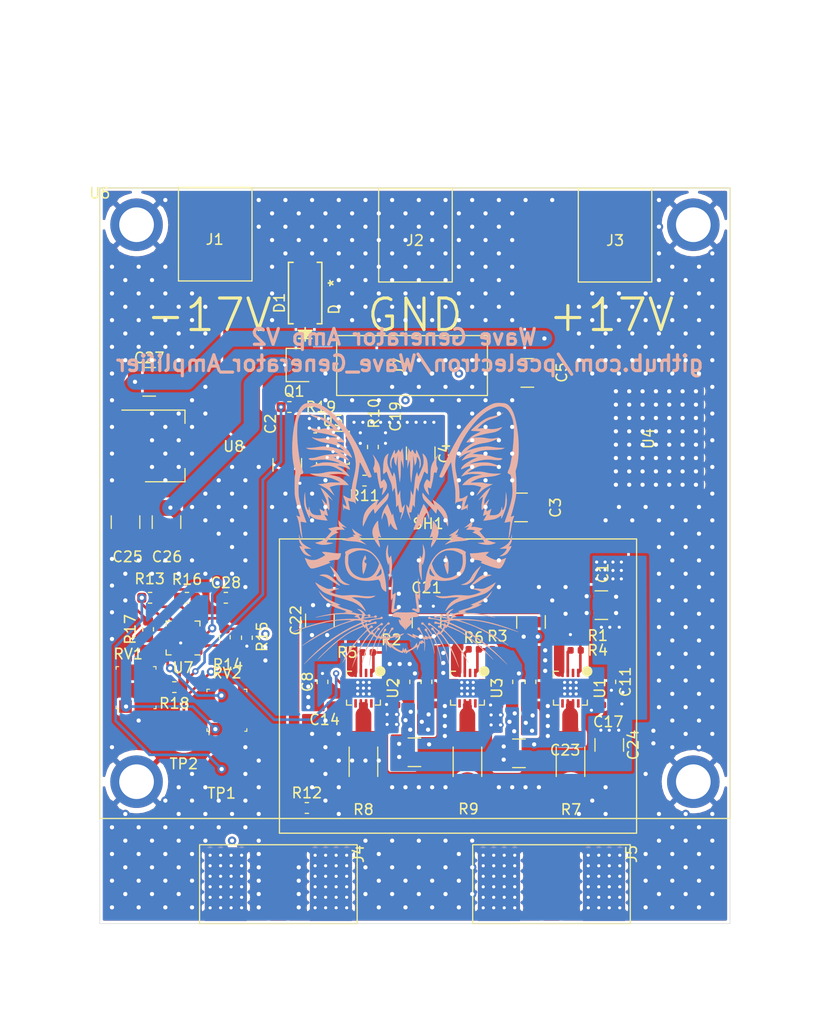
<source format=kicad_pcb>
(kicad_pcb (version 20171130) (host pcbnew "(5.1.4)-1")
  (layers (0 F.Cu signal) (31 B.Cu signal) (34 B.Paste user) (35 F.Paste user) (36 B.SilkS user) (37 F.SilkS user hide) (38 B.Mask user) (39 F.Mask user) (44 Edge.Cuts user))
  (net 0 "")
  (net 1 GND)
  (net 2 /+15V)
  (net 3 /-15V)
  (net 4 "Net-(R1-Pad1)")
  (net 5 "Net-(R2-Pad1)")
  (net 6 "Net-(R3-Pad1)")
  (net 7 "Net-(R4-Pad2)")
  (net 8 "Net-(R5-Pad2)")
  (net 9 "Net-(R6-Pad2)")
  (net 10 "Net-(R7-Pad2)")
  (net 11 /OUT)
  (net 12 "Net-(R8-Pad2)")
  (net 13 "Net-(R9-Pad2)")
  (net 14 "Net-(U1-Pad16)")
  (net 15 "Net-(U1-Pad15)")
  (net 16 "Net-(U1-Pad12)")
  (net 17 "Net-(U1-Pad9)")
  (net 18 "Net-(U1-Pad6)")
  (net 19 /IN)
  (net 20 "Net-(U1-Pad2)")
  (net 21 "Net-(U2-Pad16)")
  (net 22 "Net-(U2-Pad15)")
  (net 23 "Net-(U2-Pad12)")
  (net 24 "Net-(U2-Pad9)")
  (net 25 "Net-(U2-Pad2)")
  (net 26 "Net-(U3-Pad16)")
  (net 27 "Net-(U3-Pad15)")
  (net 28 "Net-(U3-Pad12)")
  (net 29 "Net-(U3-Pad9)")
  (net 30 "Net-(U3-Pad6)")
  (net 31 "Net-(U3-Pad2)")
  (net 32 "Net-(C19-Pad2)")
  (net 33 /VDD)
  (net 34 /VSS)
  (net 35 /TJ_REF)
  (net 36 "Net-(R13-Pad1)")
  (net 37 "Net-(R14-Pad1)")
  (net 38 "Net-(R16-Pad1)")
  (net 39 "Net-(R17-Pad1)")
  (net 40 "Net-(RV1-Pad2)")
  (net 41 +12V)
  (net 42 "Net-(RV2-Pad2)")
  (net 43 /TJ)
  (net 44 "Net-(D1-Pad1)")
  (net 45 "Net-(Q1-Pad1)")
  (net 46 "Net-(R18-Pad1)")
  (module my_dk_orders:CU_SKV606021 (layer F.Cu) (at 136 56)
    (fp_text reference U6 (at 0 0.5) (layer F.SilkS))
    (fp_text value CU_SKV606021)
    (pad 4 thru_hole circle (at 3.5 56.5) (size 5 5) (drill 3.3) (layers *.Cu *.Mask) (net 1 GND))
    (pad 3 thru_hole circle (at 56.5 56.5) (size 5 5) (drill 3.3) (layers *.Cu *.Mask) (net 1 GND))
    (pad 2 thru_hole circle (at 56.5 3.5) (size 5 5) (drill 3.3) (layers *.Cu *.Mask) (net 1 GND))
    (pad 1 thru_hole circle (at 3.5 3.5) (size 5 5) (drill 3.3) (layers *.Cu *.Mask) (net 1 GND))
  )
  (module my_dk_orders:cat_face (layer B.Cu) (at 165.1 90.17 180)
    (fp_text reference G*** hide)
    (fp_text value LOGO hide)
  )
  (module my_dk_orders:SHIELD (layer F.Cu) (at 153.1 89.4)
    (fp_text reference SH1 (at 14.15 -1.45) (layer F.SilkS))
    (fp_text value RF_Shield_One_Piece)
    (pad 1 smd rect (at 34 8) (size 1 4) (layers F.Cu F.Paste F.Mask) (net 1 GND))
    (pad 1 smd rect (at 32.5 28 270) (size 1 4) (layers F.Cu F.Paste F.Mask) (net 1 GND))
    (pad 1 smd rect (at 20.1 28 270) (size 1 4) (layers F.Cu F.Paste F.Mask) (net 1 GND))
    (pad 1 smd rect (at 1.5 0 270) (size 1 4) (layers F.Cu F.Paste F.Mask) (net 1 GND))
    (pad 1 smd rect (at 0 20) (size 1 4) (layers F.Cu F.Paste F.Mask) (net 1 GND))
    (pad 1 smd rect (at 7.5 0 270) (size 1 4) (layers F.Cu F.Paste F.Mask) (net 1 GND))
    (pad 1 smd rect (at 13.8 0 270) (size 1 4) (layers F.Cu F.Paste F.Mask) (net 1 GND))
    (pad 1 smd rect (at 20.1 0 270) (size 1 4) (layers F.Cu F.Paste F.Mask) (net 1 GND))
    (pad 1 smd rect (at 32.5 0 270) (size 1 4) (layers F.Cu F.Paste F.Mask) (net 1 GND))
    (pad 1 smd rect (at 34 1.5 180) (size 1 4) (layers F.Cu F.Paste F.Mask) (net 1 GND))
    (pad 1 smd rect (at 34 14 180) (size 1 4) (layers F.Cu F.Paste F.Mask) (net 1 GND))
    (pad 1 smd rect (at 34 20 180) (size 1 4) (layers F.Cu F.Paste F.Mask) (net 1 GND))
    (pad 1 smd rect (at 34 26 180) (size 1 4) (layers F.Cu F.Paste F.Mask) (net 1 GND))
    (pad 1 smd rect (at 13.8 28 90) (size 1 4) (layers F.Cu F.Paste F.Mask) (net 1 GND))
    (pad 1 smd rect (at 7.5 28 90) (size 1 4) (layers F.Cu F.Paste F.Mask) (net 1 GND))
    (pad 1 smd rect (at 0 26) (size 1 4) (layers F.Cu F.Paste F.Mask) (net 1 GND))
    (pad 1 smd rect (at 0 14) (size 1 4) (layers F.Cu F.Paste F.Mask) (net 1 GND))
    (pad 1 smd rect (at 0 8) (size 1 4) (layers F.Cu F.Paste F.Mask) (net 1 GND))
    (pad 1 smd rect (at 0 2) (size 1 4) (layers F.Cu F.Paste F.Mask) (net 1 GND))
  )
  (module "my_dk_orders:Testpoint 3mm" (layer F.Cu) (at 144 108)
    (fp_text reference TP2 (at 0 2.8) (layer F.SilkS))
    (fp_text value TestPoint)
    (pad 1 smd circle (at 0 0) (size 3 3) (layers F.Cu F.Paste F.Mask) (net 43 /TJ))
  )
  (module "my_dk_orders:Testpoint 3mm" (layer F.Cu) (at 147.7 111.1)
    (fp_text reference TP1 (at -0.1 2.5) (layer F.SilkS))
    (fp_text value TestPoint)
    (pad 1 smd circle (at 0 0) (size 3 3) (layers F.Cu F.Paste F.Mask) (net 35 /TJ_REF))
  )
  (module Package_DFN_QFN:QFN-16-1EP_3x3mm_P0.5mm_EP1.7x1.7mm (layer F.Cu) (at 143.925 98.825 180)
    (fp_text reference U7 (at 0 -2.82) (layer F.SilkS))
    (fp_text value OPA1679RUM)
    (pad 16 smd roundrect (at -0.75 -1.4625 180) (size 0.25 0.825) (layers F.Cu F.Paste F.Mask))
    (pad 15 smd roundrect (at -0.25 -1.4625 180) (size 0.25 0.825) (layers F.Cu F.Paste F.Mask) (net 43 /TJ))
    (pad 14 smd roundrect (at 0.25 -1.4625 180) (size 0.25 0.825) (layers F.Cu F.Paste F.Mask) (net 46 "Net-(R18-Pad1)"))
    (pad 13 smd roundrect (at 0.75 -1.4625 180) (size 0.25 0.825) (layers F.Cu F.Paste F.Mask))
    (pad 12 smd roundrect (at 1.4625 -0.75 180) (size 0.825 0.25) (layers F.Cu F.Paste F.Mask) (net 42 "Net-(RV2-Pad2)"))
    (pad 11 smd roundrect (at 1.4625 -0.25 180) (size 0.825 0.25) (layers F.Cu F.Paste F.Mask) (net 39 "Net-(R17-Pad1)"))
    (pad 10 smd roundrect (at 1.4625 0.25 180) (size 0.825 0.25) (layers F.Cu F.Paste F.Mask) (net 1 GND))
    (pad 9 smd roundrect (at 1.4625 0.75 180) (size 0.825 0.25) (layers F.Cu F.Paste F.Mask) (net 40 "Net-(RV1-Pad2)"))
    (pad 8 smd roundrect (at 0.75 1.4625 180) (size 0.25 0.825) (layers F.Cu F.Paste F.Mask) (net 35 /TJ_REF))
    (pad 7 smd roundrect (at 0.25 1.4625 180) (size 0.25 0.825) (layers F.Cu F.Paste F.Mask) (net 35 /TJ_REF))
    (pad 6 smd roundrect (at -0.25 1.4625 180) (size 0.25 0.825) (layers F.Cu F.Paste F.Mask) (net 38 "Net-(R16-Pad1)"))
    (pad 5 smd roundrect (at -0.75 1.4625 180) (size 0.25 0.825) (layers F.Cu F.Paste F.Mask) (net 36 "Net-(R13-Pad1)"))
    (pad 4 smd roundrect (at -1.4625 0.75 180) (size 0.825 0.25) (layers F.Cu F.Paste F.Mask) (net 37 "Net-(R14-Pad1)"))
    (pad 3 smd roundrect (at -1.4625 0.25 180) (size 0.825 0.25) (layers F.Cu F.Paste F.Mask) (net 41 +12V))
    (pad 2 smd roundrect (at -1.4625 -0.25 180) (size 0.825 0.25) (layers F.Cu F.Paste F.Mask) (net 43 /TJ))
    (pad 1 smd roundrect (at -1.4625 -0.75 180) (size 0.825 0.25) (layers F.Cu F.Paste F.Mask) (net 43 /TJ))
    (pad 17 smd roundrect (at 0 0 180) (size 1.7 1.7) (layers F.Cu F.Mask) (roundrect_rratio 0.147) (net 1 GND))
  )
  (module Capacitor_SMD:C_0603_1608Metric (layer F.Cu) (at 148 95)
    (fp_text reference C28 (at 0 -1.43) (layer F.SilkS))
    (fp_text value 100n)
    (pad 2 smd roundrect (at 0.7875 0) (size 0.875 0.95) (layers F.Cu F.Paste F.Mask) (net 1 GND))
    (pad 1 smd roundrect (at -0.7875 0) (size 0.875 0.95) (layers F.Cu F.Paste F.Mask) (net 41 +12V))
  )
  (module Resistor_SMD:R_0603_1608Metric (layer F.Cu) (at 154.05 76.85 180)
    (fp_text reference R19 (at -3 0) (layer F.SilkS))
    (fp_text value 1k)
    (pad 2 smd roundrect (at 0.7875 0 180) (size 0.875 0.95) (layers F.Cu F.Paste F.Mask) (net 46 "Net-(R18-Pad1)"))
    (pad 1 smd roundrect (at -0.7875 0 180) (size 0.875 0.95) (layers F.Cu F.Paste F.Mask) (net 45 "Net-(Q1-Pad1)"))
  )
  (module Package_TO_SOT_SMD:SOT-23 (layer F.Cu) (at 154.5 72.85 180)
    (fp_text reference Q1 (at 0 -2.5) (layer F.SilkS))
    (fp_text value DMG2302U)
    (pad 3 smd rect (at 1 0 180) (size 0.9 0.8) (layers F.Cu F.Paste F.Mask) (net 41 +12V))
    (pad 2 smd rect (at -1 0.95 180) (size 0.9 0.8) (layers F.Cu F.Paste F.Mask) (net 44 "Net-(D1-Pad1)"))
    (pad 1 smd rect (at -1 -0.95 180) (size 0.9 0.8) (layers F.Cu F.Paste F.Mask) (net 45 "Net-(Q1-Pad1)"))
  )
  (module my_dk_orders:S1M-13-F (layer F.Cu) (at 155.55 66 90)
    (fp_text reference D1 (at -0.95 -2.45 90) (layer F.SilkS))
    (fp_text value D (at -1.55 2.75 90) (layer F.SilkS))
    (fp_text user * (at 0.95 2.75 90) (layer F.SilkS))
    (fp_text user * (at 0.95 2.75 90) (layer F.SilkS))
    (pad 2 smd rect (at 1.8572 0 180) (size 1.63 2.1804) (layers F.Cu F.Paste F.Mask) (net 1 GND))
    (pad 1 smd rect (at -1.8572 0 180) (size 1.63 2.1804) (layers F.Cu F.Paste F.Mask) (net 44 "Net-(D1-Pad1)"))
  )
  (module Package_TO_SOT_SMD:SOT-223 (layer F.Cu) (at 142.2 80.55)
    (fp_text reference U8 (at 6.55 0.05) (layer F.SilkS))
    (fp_text value LM2940)
    (pad 1 smd rect (at -3.15 -2.3) (size 2 1.5) (layers F.Cu F.Paste F.Mask) (net 33 /VDD))
    (pad 3 smd rect (at -3.15 2.3) (size 2 1.5) (layers F.Cu F.Paste F.Mask) (net 41 +12V))
    (pad 2 smd rect (at -3.15 0) (size 2 1.5) (layers F.Cu F.Paste F.Mask) (net 1 GND))
    (pad 4 smd rect (at 3.15 0) (size 2 3.8) (layers F.Cu F.Paste F.Mask) (net 1 GND))
  )
  (module my_dk_orders:Conn_2x1_smd_horizontal (layer F.Cu) (at 164 73 90)
    (fp_text reference J7 (at 0.015 0.495 90) (layer F.SilkS))
    (fp_text value FAN)
    (pad 2 smd rect (at 1.37 -3.36 90) (size 1.27 3.2) (layers F.Cu F.Paste F.Mask) (net 44 "Net-(D1-Pad1)"))
    (pad 1 smd rect (at -1.17 -3.36 90) (size 1.27 3.2) (layers F.Cu F.Paste F.Mask) (net 1 GND))
  )
  (module Capacitor_SMD:C_1210_3225Metric (layer F.Cu) (at 140.7 74.45)
    (fp_text reference C27 (at 0 -2.28) (layer F.SilkS))
    (fp_text value 10u)
    (pad 2 smd roundrect (at 1.4 0) (size 1.25 2.65) (layers F.Cu F.Paste F.Mask) (roundrect_rratio 0.2) (net 1 GND))
    (pad 1 smd roundrect (at -1.4 0) (size 1.25 2.65) (layers F.Cu F.Paste F.Mask) (roundrect_rratio 0.2) (net 33 /VDD))
  )
  (module Capacitor_SMD:C_1210_3225Metric (layer F.Cu) (at 142.35 87.8 270)
    (fp_text reference C26 (at 3.3 -0.05 180) (layer F.SilkS))
    (fp_text value 10u)
    (pad 2 smd roundrect (at 1.4 0 270) (size 1.25 2.65) (layers F.Cu F.Paste F.Mask) (roundrect_rratio 0.2) (net 1 GND))
    (pad 1 smd roundrect (at -1.4 0 270) (size 1.25 2.65) (layers F.Cu F.Paste F.Mask) (roundrect_rratio 0.2) (net 41 +12V))
  )
  (module Capacitor_SMD:C_1210_3225Metric (layer F.Cu) (at 138.45 87.8 270)
    (fp_text reference C25 (at 3.3 -0.2 180) (layer F.SilkS))
    (fp_text value 10u)
    (pad 2 smd roundrect (at 1.4 0 270) (size 1.25 2.65) (layers F.Cu F.Paste F.Mask) (roundrect_rratio 0.2) (net 1 GND))
    (pad 1 smd roundrect (at -1.4 0 270) (size 1.25 2.65) (layers F.Cu F.Paste F.Mask) (roundrect_rratio 0.2) (net 41 +12V))
  )
  (module digikey-footprints:Trimpot_3.8mmx3.6mm_TC33X-2-103E (layer F.Cu) (at 148.1 105.7)
    (fp_text reference RV2 (at 0 -3.54) (layer F.SilkS))
    (fp_text value COMP_REF)
    (pad 3 smd rect (at 1 1.8) (size 1.2 1.2) (layers F.Cu F.Paste F.Mask) (net 1 GND))
    (pad 1 smd rect (at -1 1.8) (size 1.2 1.2) (layers F.Cu F.Paste F.Mask) (net 41 +12V))
    (pad 2 smd rect (at 0 -1.45) (size 1.6 1.5) (layers F.Cu F.Paste F.Mask) (net 42 "Net-(RV2-Pad2)"))
  )
  (module digikey-footprints:Trimpot_3.8mmx3.6mm_TC33X-2-103E (layer F.Cu) (at 139.45 103.55)
    (fp_text reference RV1 (at -0.75 -3.2) (layer F.SilkS))
    (fp_text value TJ_REF)
    (pad 3 smd rect (at 1 1.8) (size 1.2 1.2) (layers F.Cu F.Paste F.Mask) (net 1 GND))
    (pad 1 smd rect (at -1 1.8) (size 1.2 1.2) (layers F.Cu F.Paste F.Mask) (net 41 +12V))
    (pad 2 smd rect (at 0 -1.45) (size 1.6 1.5) (layers F.Cu F.Paste F.Mask) (net 40 "Net-(RV1-Pad2)"))
  )
  (module Resistor_SMD:R_0603_1608Metric (layer F.Cu) (at 143.1 103.5 180)
    (fp_text reference R18 (at 0 -1.55) (layer F.SilkS))
    (fp_text value 3.2k)
    (pad 2 smd roundrect (at 0.7875 0 180) (size 0.875 0.95) (layers F.Cu F.Paste F.Mask) (net 39 "Net-(R17-Pad1)"))
    (pad 1 smd roundrect (at -0.7875 0 180) (size 0.875 0.95) (layers F.Cu F.Paste F.Mask) (net 46 "Net-(R18-Pad1)"))
  )
  (module Resistor_SMD:R_0603_1608Metric (layer F.Cu) (at 140.6 98 90)
    (fp_text reference R17 (at 0 -1.7 90) (layer F.SilkS))
    (fp_text value 1k)
    (pad 2 smd roundrect (at 0.7875 0 90) (size 0.875 0.95) (layers F.Cu F.Paste F.Mask) (net 38 "Net-(R16-Pad1)"))
    (pad 1 smd roundrect (at -0.7875 0 90) (size 0.875 0.95) (layers F.Cu F.Paste F.Mask) (net 39 "Net-(R17-Pad1)"))
  )
  (module Resistor_SMD:R_0603_1608Metric (layer F.Cu) (at 144.3 95)
    (fp_text reference R16 (at 0 -1.75) (layer F.SilkS))
    (fp_text value 30k)
    (pad 2 smd roundrect (at 0.7875 0) (size 0.875 0.95) (layers F.Cu F.Paste F.Mask) (net 36 "Net-(R13-Pad1)"))
    (pad 1 smd roundrect (at -0.7875 0) (size 0.875 0.95) (layers F.Cu F.Paste F.Mask) (net 38 "Net-(R16-Pad1)"))
  )
  (module Resistor_SMD:R_0603_1608Metric (layer F.Cu) (at 150 98.8 90)
    (fp_text reference R15 (at 0.1 1.45 90) (layer F.SilkS))
    (fp_text value 30k)
    (pad 2 smd roundrect (at 0.7875 0 90) (size 0.875 0.95) (layers F.Cu F.Paste F.Mask) (net 37 "Net-(R14-Pad1)"))
    (pad 1 smd roundrect (at -0.7875 0 90) (size 0.875 0.95) (layers F.Cu F.Paste F.Mask) (net 1 GND))
  )
  (module Resistor_SMD:R_0603_1608Metric (layer F.Cu) (at 147.9 98.75 270)
    (fp_text reference R14 (at 2.6 -0.3 180) (layer F.SilkS))
    (fp_text value 1k)
    (pad 2 smd roundrect (at 0.7875 0 270) (size 0.875 0.95) (layers F.Cu F.Paste F.Mask) (net 43 /TJ))
    (pad 1 smd roundrect (at -0.7875 0 270) (size 0.875 0.95) (layers F.Cu F.Paste F.Mask) (net 37 "Net-(R14-Pad1)"))
  )
  (module Resistor_SMD:R_0603_1608Metric (layer F.Cu) (at 140.7875 95 180)
    (fp_text reference R13 (at 0.0375 1.8) (layer F.SilkS))
    (fp_text value 1k)
    (pad 2 smd roundrect (at 0.7875 0 180) (size 0.875 0.95) (layers F.Cu F.Paste F.Mask) (net 35 /TJ_REF))
    (pad 1 smd roundrect (at -0.7875 0 180) (size 0.875 0.95) (layers F.Cu F.Paste F.Mask) (net 36 "Net-(R13-Pad1)"))
  )
  (module Resistor_SMD:R_2010_5025Metric (layer F.Cu) (at 180.81 110.6 90)
    (fp_text reference R7 (at -4.55 0.04 180) (layer F.SilkS))
    (fp_text value 2.4R)
    (pad 2 smd roundrect (at 2.25 0 90) (size 1.35 2.65) (layers F.Cu F.Paste F.Mask) (roundrect_rratio 0.185185) (net 10 "Net-(R7-Pad2)"))
    (pad 1 smd roundrect (at -2.25 0 90) (size 1.35 2.65) (layers F.Cu F.Paste F.Mask) (roundrect_rratio 0.185185) (net 11 /OUT))
  )
  (module my_dk_orders:banana_female_panel_mount (layer F.Cu) (at 166 60.5)
    (fp_text reference J2 (at 0 0.5) (layer F.SilkS))
    (fp_text value "Banana Black")
    (pad 1 smd rect (at 0 0) (size 6.35 7.62) (layers F.Cu F.Paste F.Mask) (net 1 GND))
  )
  (module my_dk_orders:banana_female_panel_mount (layer F.Cu) (at 185 60.5)
    (fp_text reference J3 (at 0.06 0.5) (layer F.SilkS))
    (fp_text value "Banana Red")
    (pad 1 smd rect (at 0 0) (size 6.35 7.62) (layers F.Cu F.Paste F.Mask) (net 33 /VDD))
  )
  (module my_dk_orders:banana_female_panel_mount (layer F.Cu) (at 146.94 60.4)
    (fp_text reference J1 (at 0 0.5) (layer F.SilkS))
    (fp_text value "Banana Blue")
    (pad 1 smd rect (at 0 0) (size 6.35 7.62) (layers F.Cu F.Paste F.Mask) (net 34 /VSS))
  )
  (module my_dk_orders:QFN-16-1EP_3x3mm_P0.5mm_EP1.7x1.7mm_ThermalVias (layer F.Cu) (at 171 103.6 270)
    (fp_text reference U3 (at 0 -2.8 90) (layer F.SilkS))
    (fp_text value THS3491)
    (pad 16 smd roundrect (at -0.75 -1.45 270) (size 0.25 0.8) (layers F.Cu F.Paste F.Mask) (net 26 "Net-(U3-Pad16)"))
    (pad 15 smd roundrect (at -0.25 -1.45 270) (size 0.25 0.8) (layers F.Cu F.Paste F.Mask) (net 27 "Net-(U3-Pad15)"))
    (pad 14 smd roundrect (at 0.25 -1.45 270) (size 0.25 0.8) (layers F.Cu F.Paste F.Mask) (net 2 /+15V))
    (pad 13 smd roundrect (at 0.75 -1.45 270) (size 0.25 0.8) (layers F.Cu F.Paste F.Mask) (net 2 /+15V))
    (pad 12 smd roundrect (at 1.45 -0.75 270) (size 0.8 0.25) (layers F.Cu F.Paste F.Mask) (net 28 "Net-(U3-Pad12)"))
    (pad 11 smd roundrect (at 1.45 -0.25 270) (size 0.8 0.25) (layers F.Cu F.Paste F.Mask) (net 13 "Net-(R9-Pad2)"))
    (pad 10 smd roundrect (at 1.45 0.25 270) (size 0.8 0.25) (layers F.Cu F.Paste F.Mask) (net 13 "Net-(R9-Pad2)"))
    (pad 9 smd roundrect (at 1.45 0.75 270) (size 0.8 0.25) (layers F.Cu F.Paste F.Mask) (net 29 "Net-(U3-Pad9)"))
    (pad 8 smd roundrect (at 0.75 1.45 270) (size 0.25 0.8) (layers F.Cu F.Paste F.Mask) (net 3 /-15V))
    (pad 7 smd roundrect (at 0.25 1.45 270) (size 0.25 0.8) (layers F.Cu F.Paste F.Mask) (net 3 /-15V))
    (pad 6 smd roundrect (at -0.25 1.45 270) (size 0.25 0.8) (layers F.Cu F.Paste F.Mask) (net 30 "Net-(U3-Pad6)"))
    (pad 5 smd roundrect (at -0.75 1.45 270) (size 0.25 0.8) (layers F.Cu F.Paste F.Mask) (net 1 GND))
    (pad 4 smd roundrect (at -1.45 0.75 270) (size 0.8 0.25) (layers F.Cu F.Paste F.Mask) (net 19 /IN))
    (pad 3 smd roundrect (at -1.45 0.25 270) (size 0.8 0.25) (layers F.Cu F.Paste F.Mask) (net 9 "Net-(R6-Pad2)"))
    (pad 2 smd roundrect (at -1.45 -0.25 270) (size 0.8 0.25) (layers F.Cu F.Paste F.Mask) (net 31 "Net-(U3-Pad2)"))
    (pad 1 smd roundrect (at -1.45 -0.75 270) (size 0.8 0.25) (layers F.Cu F.Paste F.Mask) (net 6 "Net-(R3-Pad1)"))
    (pad 17 smd roundrect (at 0 0 270) (size 1.7 1.7) (layers B.Cu B.Paste B.Mask) (roundrect_rratio 0.147) (net 1 GND))
    (pad 17 thru_hole circle (at 0.55 0.55 270) (size 0.6 0.6) (drill 0.3) (layers *.Cu) (net 1 GND))
    (pad 17 thru_hole circle (at 0 0.55 270) (size 0.6 0.6) (drill 0.3) (layers *.Cu) (net 1 GND))
    (pad 17 thru_hole circle (at -0.55 0.55 270) (size 0.6 0.6) (drill 0.3) (layers *.Cu) (net 1 GND))
    (pad 17 thru_hole circle (at 0.55 0 270) (size 0.6 0.6) (drill 0.3) (layers *.Cu) (net 1 GND))
    (pad 17 thru_hole circle (at 0 0 270) (size 0.6 0.6) (drill 0.3) (layers *.Cu) (net 1 GND))
    (pad 17 thru_hole circle (at -0.55 0 270) (size 0.6 0.6) (drill 0.3) (layers *.Cu) (net 1 GND))
    (pad 17 thru_hole circle (at 0.55 -0.55 270) (size 0.6 0.6) (drill 0.3) (layers *.Cu) (net 1 GND))
    (pad 17 thru_hole circle (at 0 -0.55 270) (size 0.6 0.6) (drill 0.3) (layers *.Cu) (net 1 GND))
    (pad 17 thru_hole circle (at -0.55 -0.55 270) (size 0.6 0.6) (drill 0.3) (layers *.Cu) (net 1 GND))
    (pad 17 smd roundrect (at 0 0 270) (size 1.7 1.7) (layers F.Cu F.Mask) (roundrect_rratio 0.147) (net 1 GND))
  )
  (module my_dk_orders:QFN-16-1EP_3x3mm_P0.5mm_EP1.7x1.7mm_ThermalVias (layer F.Cu) (at 161.1 103.6 270)
    (fp_text reference U2 (at 0 -2.8 90) (layer F.SilkS))
    (fp_text value THS3491)
    (pad 16 smd roundrect (at -0.75 -1.45 270) (size 0.25 0.8) (layers F.Cu F.Paste F.Mask) (net 21 "Net-(U2-Pad16)"))
    (pad 15 smd roundrect (at -0.25 -1.45 270) (size 0.25 0.8) (layers F.Cu F.Paste F.Mask) (net 22 "Net-(U2-Pad15)"))
    (pad 14 smd roundrect (at 0.25 -1.45 270) (size 0.25 0.8) (layers F.Cu F.Paste F.Mask) (net 2 /+15V))
    (pad 13 smd roundrect (at 0.75 -1.45 270) (size 0.25 0.8) (layers F.Cu F.Paste F.Mask) (net 2 /+15V))
    (pad 12 smd roundrect (at 1.45 -0.75 270) (size 0.8 0.25) (layers F.Cu F.Paste F.Mask) (net 23 "Net-(U2-Pad12)"))
    (pad 11 smd roundrect (at 1.45 -0.25 270) (size 0.8 0.25) (layers F.Cu F.Paste F.Mask) (net 12 "Net-(R8-Pad2)"))
    (pad 10 smd roundrect (at 1.45 0.25 270) (size 0.8 0.25) (layers F.Cu F.Paste F.Mask) (net 12 "Net-(R8-Pad2)"))
    (pad 9 smd roundrect (at 1.45 0.75 270) (size 0.8 0.25) (layers F.Cu F.Paste F.Mask) (net 24 "Net-(U2-Pad9)"))
    (pad 8 smd roundrect (at 0.75 1.45 270) (size 0.25 0.8) (layers F.Cu F.Paste F.Mask) (net 3 /-15V))
    (pad 7 smd roundrect (at 0.25 1.45 270) (size 0.25 0.8) (layers F.Cu F.Paste F.Mask) (net 3 /-15V))
    (pad 6 smd roundrect (at -0.25 1.45 270) (size 0.25 0.8) (layers F.Cu F.Paste F.Mask) (net 43 /TJ))
    (pad 5 smd roundrect (at -0.75 1.45 270) (size 0.25 0.8) (layers F.Cu F.Paste F.Mask) (net 1 GND))
    (pad 4 smd roundrect (at -1.45 0.75 270) (size 0.8 0.25) (layers F.Cu F.Paste F.Mask) (net 19 /IN))
    (pad 3 smd roundrect (at -1.45 0.25 270) (size 0.8 0.25) (layers F.Cu F.Paste F.Mask) (net 8 "Net-(R5-Pad2)"))
    (pad 2 smd roundrect (at -1.45 -0.25 270) (size 0.8 0.25) (layers F.Cu F.Paste F.Mask) (net 25 "Net-(U2-Pad2)"))
    (pad 1 smd roundrect (at -1.45 -0.75 270) (size 0.8 0.25) (layers F.Cu F.Paste F.Mask) (net 5 "Net-(R2-Pad1)"))
    (pad 17 smd roundrect (at 0 0 270) (size 1.7 1.7) (layers B.Cu B.Paste B.Mask) (roundrect_rratio 0.147) (net 1 GND))
    (pad 17 thru_hole circle (at 0.55 0.55 270) (size 0.6 0.6) (drill 0.3) (layers *.Cu) (net 1 GND))
    (pad 17 thru_hole circle (at 0 0.55 270) (size 0.6 0.6) (drill 0.3) (layers *.Cu) (net 1 GND))
    (pad 17 thru_hole circle (at -0.55 0.55 270) (size 0.6 0.6) (drill 0.3) (layers *.Cu) (net 1 GND))
    (pad 17 thru_hole circle (at 0.55 0 270) (size 0.6 0.6) (drill 0.3) (layers *.Cu) (net 1 GND))
    (pad 17 thru_hole circle (at 0 0 270) (size 0.6 0.6) (drill 0.3) (layers *.Cu) (net 1 GND))
    (pad 17 thru_hole circle (at -0.55 0 270) (size 0.6 0.6) (drill 0.3) (layers *.Cu) (net 1 GND))
    (pad 17 thru_hole circle (at 0.55 -0.55 270) (size 0.6 0.6) (drill 0.3) (layers *.Cu) (net 1 GND))
    (pad 17 thru_hole circle (at 0 -0.55 270) (size 0.6 0.6) (drill 0.3) (layers *.Cu) (net 1 GND))
    (pad 17 thru_hole circle (at -0.55 -0.55 270) (size 0.6 0.6) (drill 0.3) (layers *.Cu) (net 1 GND))
    (pad 17 smd roundrect (at 0 0 270) (size 1.7 1.7) (layers F.Cu F.Mask) (roundrect_rratio 0.147) (net 1 GND))
  )
  (module my_dk_orders:QFN-16-1EP_3x3mm_P0.5mm_EP1.7x1.7mm_ThermalVias (layer F.Cu) (at 180.8 103.6 270)
    (fp_text reference U1 (at 0 -2.8 90) (layer F.SilkS))
    (fp_text value THS3491)
    (pad 16 smd roundrect (at -0.75 -1.45 270) (size 0.25 0.8) (layers F.Cu F.Paste F.Mask) (net 14 "Net-(U1-Pad16)"))
    (pad 15 smd roundrect (at -0.25 -1.45 270) (size 0.25 0.8) (layers F.Cu F.Paste F.Mask) (net 15 "Net-(U1-Pad15)"))
    (pad 14 smd roundrect (at 0.25 -1.45 270) (size 0.25 0.8) (layers F.Cu F.Paste F.Mask) (net 2 /+15V))
    (pad 13 smd roundrect (at 0.75 -1.45 270) (size 0.25 0.8) (layers F.Cu F.Paste F.Mask) (net 2 /+15V))
    (pad 12 smd roundrect (at 1.45 -0.75 270) (size 0.8 0.25) (layers F.Cu F.Paste F.Mask) (net 16 "Net-(U1-Pad12)"))
    (pad 11 smd roundrect (at 1.45 -0.25 270) (size 0.8 0.25) (layers F.Cu F.Paste F.Mask) (net 10 "Net-(R7-Pad2)"))
    (pad 10 smd roundrect (at 1.45 0.25 270) (size 0.8 0.25) (layers F.Cu F.Paste F.Mask) (net 10 "Net-(R7-Pad2)"))
    (pad 9 smd roundrect (at 1.45 0.75 270) (size 0.8 0.25) (layers F.Cu F.Paste F.Mask) (net 17 "Net-(U1-Pad9)"))
    (pad 8 smd roundrect (at 0.75 1.45 270) (size 0.25 0.8) (layers F.Cu F.Paste F.Mask) (net 3 /-15V))
    (pad 7 smd roundrect (at 0.25 1.45 270) (size 0.25 0.8) (layers F.Cu F.Paste F.Mask) (net 3 /-15V))
    (pad 6 smd roundrect (at -0.25 1.45 270) (size 0.25 0.8) (layers F.Cu F.Paste F.Mask) (net 18 "Net-(U1-Pad6)"))
    (pad 5 smd roundrect (at -0.75 1.45 270) (size 0.25 0.8) (layers F.Cu F.Paste F.Mask) (net 1 GND))
    (pad 4 smd roundrect (at -1.45 0.75 270) (size 0.8 0.25) (layers F.Cu F.Paste F.Mask) (net 19 /IN))
    (pad 3 smd roundrect (at -1.45 0.25 270) (size 0.8 0.25) (layers F.Cu F.Paste F.Mask) (net 7 "Net-(R4-Pad2)"))
    (pad 2 smd roundrect (at -1.45 -0.25 270) (size 0.8 0.25) (layers F.Cu F.Paste F.Mask) (net 20 "Net-(U1-Pad2)"))
    (pad 1 smd roundrect (at -1.45 -0.75 270) (size 0.8 0.25) (layers F.Cu F.Paste F.Mask) (net 4 "Net-(R1-Pad1)"))
    (pad 17 smd roundrect (at 0 0 270) (size 1.7 1.7) (layers B.Cu B.Paste B.Mask) (roundrect_rratio 0.147) (net 1 GND))
    (pad 17 thru_hole circle (at 0.55 0.55 270) (size 0.6 0.6) (drill 0.3) (layers *.Cu) (net 1 GND))
    (pad 17 thru_hole circle (at 0 0.55 270) (size 0.6 0.6) (drill 0.3) (layers *.Cu) (net 1 GND))
    (pad 17 thru_hole circle (at -0.55 0.55 270) (size 0.6 0.6) (drill 0.3) (layers *.Cu) (net 1 GND))
    (pad 17 thru_hole circle (at 0.55 0 270) (size 0.6 0.6) (drill 0.3) (layers *.Cu) (net 1 GND))
    (pad 17 thru_hole circle (at 0 0 270) (size 0.6 0.6) (drill 0.3) (layers *.Cu) (net 1 GND))
    (pad 17 thru_hole circle (at -0.55 0 270) (size 0.6 0.6) (drill 0.3) (layers *.Cu) (net 1 GND))
    (pad 17 thru_hole circle (at 0.55 -0.55 270) (size 0.6 0.6) (drill 0.3) (layers *.Cu) (net 1 GND))
    (pad 17 thru_hole circle (at 0 -0.55 270) (size 0.6 0.6) (drill 0.3) (layers *.Cu) (net 1 GND))
    (pad 17 thru_hole circle (at -0.55 -0.55 270) (size 0.6 0.6) (drill 0.3) (layers *.Cu) (net 1 GND))
    (pad 17 smd roundrect (at 0 0 270) (size 1.7 1.7) (layers F.Cu F.Mask) (roundrect_rratio 0.147) (net 1 GND))
  )
  (module Capacitor_SMD:C_1210_3225Metric (layer F.Cu) (at 167.1 97.25 90)
    (fp_text reference C21 (at 3.2 0) (layer F.SilkS))
    (fp_text value 10u)
    (pad 2 smd roundrect (at 1.4 0 90) (size 1.25 2.65) (layers F.Cu F.Paste F.Mask) (roundrect_rratio 0.2) (net 1 GND))
    (pad 1 smd roundrect (at -1.4 0 90) (size 1.25 2.65) (layers F.Cu F.Paste F.Mask) (roundrect_rratio 0.2) (net 3 /-15V))
  )
  (module Capacitor_SMD:C_1210_3225Metric (layer F.Cu) (at 184.5 109 270)
    (fp_text reference C24 (at 0 -2.28 90) (layer F.SilkS))
    (fp_text value 10u)
    (pad 2 smd roundrect (at 1.4 0 270) (size 1.25 2.65) (layers F.Cu F.Paste F.Mask) (roundrect_rratio 0.2) (net 1 GND))
    (pad 1 smd roundrect (at -1.4 0 270) (size 1.25 2.65) (layers F.Cu F.Paste F.Mask) (roundrect_rratio 0.2) (net 2 /+15V))
  )
  (module Capacitor_SMD:C_1210_3225Metric (layer F.Cu) (at 175.9 109.8)
    (fp_text reference C23 (at 4.4 -0.3) (layer F.SilkS))
    (fp_text value 10u)
    (pad 2 smd roundrect (at 1.4 0) (size 1.25 2.65) (layers F.Cu F.Paste F.Mask) (roundrect_rratio 0.2) (net 1 GND))
    (pad 1 smd roundrect (at -1.4 0) (size 1.25 2.65) (layers F.Cu F.Paste F.Mask) (roundrect_rratio 0.2) (net 2 /+15V))
  )
  (module Capacitor_SMD:C_1210_3225Metric (layer F.Cu) (at 156.95 97.15 90)
    (fp_text reference C22 (at 0 -2.28 90) (layer F.SilkS))
    (fp_text value 10u)
    (pad 2 smd roundrect (at 1.4 0 90) (size 1.25 2.65) (layers F.Cu F.Paste F.Mask) (roundrect_rratio 0.2) (net 1 GND))
    (pad 1 smd roundrect (at -1.4 0 90) (size 1.25 2.65) (layers F.Cu F.Paste F.Mask) (roundrect_rratio 0.2) (net 3 /-15V))
  )
  (module Resistor_SMD:R_0603_1608Metric (layer F.Cu) (at 155.7125 115)
    (fp_text reference R12 (at 0 -1.43) (layer F.SilkS))
    (fp_text value 50R)
    (pad 2 smd roundrect (at 0.7875 0) (size 0.875 0.95) (layers F.Cu F.Paste F.Mask) (net 1 GND))
    (pad 1 smd roundrect (at -0.7875 0) (size 0.875 0.95) (layers F.Cu F.Paste F.Mask) (net 19 /IN))
  )
  (module Capacitor_SMD:C_1210_3225Metric (layer F.Cu) (at 165.95 109.7)
    (fp_text reference C20 hide)
    (fp_text value 10u)
    (pad 2 smd roundrect (at 1.4 0) (size 1.25 2.65) (layers F.Cu F.Paste F.Mask) (roundrect_rratio 0.2) (net 1 GND))
    (pad 1 smd roundrect (at -1.4 0) (size 1.25 2.65) (layers F.Cu F.Paste F.Mask) (roundrect_rratio 0.2) (net 2 /+15V))
  )
  (module Package_DFN_QFN:DFN-8-1EP_3x3mm_P0.65mm_EP1.55x2.4mm (layer F.Cu) (at 158.19 80.72)
    (fp_text reference U5 (at 0 -2.55) (layer F.SilkS))
    (fp_text value LT3015)
    (pad 9 smd rect (at 0 0) (size 1.55 2.4) (layers F.Cu F.Mask) (net 34 /VSS))
    (pad 8 smd rect (at 1.55 -0.975) (size 0.65 0.35) (layers F.Cu F.Paste F.Mask) (net 3 /-15V))
    (pad 7 smd rect (at 1.55 -0.325) (size 0.65 0.35) (layers F.Cu F.Paste F.Mask) (net 3 /-15V))
    (pad 6 smd rect (at 1.55 0.325) (size 0.65 0.35) (layers F.Cu F.Paste F.Mask) (net 32 "Net-(C19-Pad2)"))
    (pad 5 smd rect (at 1.55 0.975) (size 0.65 0.35) (layers F.Cu F.Paste F.Mask) (net 1 GND))
    (pad 4 smd rect (at -1.55 0.975) (size 0.65 0.35) (layers F.Cu F.Paste F.Mask) (net 1 GND))
    (pad 3 smd rect (at -1.55 0.325) (size 0.65 0.35) (layers F.Cu F.Paste F.Mask) (net 34 /VSS))
    (pad 2 smd rect (at -1.55 -0.325) (size 0.65 0.35) (layers F.Cu F.Paste F.Mask) (net 34 /VSS))
    (pad 1 smd rect (at -1.55 -0.975) (size 0.65 0.35) (layers F.Cu F.Paste F.Mask) (net 34 /VSS))
  )
  (module my_dk_orders:TO-263-3 (layer F.Cu) (at 188.75 79.85 270)
    (fp_text reference U4 (at 0 0.5 90) (layer F.SilkS))
    (fp_text value L7815)
    (pad 1 smd rect (at 0 0 270) (size 10.9 9.5) (layers B.Cu B.Paste B.Mask) (net 1 GND))
    (pad 1 thru_hole circle (at 4.39 3.62 270) (size 0.8 0.8) (drill 0.4) (layers *.Cu *.Mask) (net 1 GND))
    (pad 1 thru_hole circle (at 3.12 3.62 270) (size 0.8 0.8) (drill 0.4) (layers *.Cu *.Mask) (net 1 GND))
    (pad 1 thru_hole circle (at 1.85 3.62 270) (size 0.8 0.8) (drill 0.4) (layers *.Cu *.Mask) (net 1 GND))
    (pad 1 thru_hole circle (at 0.58 3.62 270) (size 0.8 0.8) (drill 0.4) (layers *.Cu *.Mask) (net 1 GND))
    (pad 1 thru_hole circle (at -0.69 3.62 270) (size 0.8 0.8) (drill 0.4) (layers *.Cu *.Mask) (net 1 GND))
    (pad 1 thru_hole circle (at -1.96 3.62 270) (size 0.8 0.8) (drill 0.4) (layers *.Cu *.Mask) (net 1 GND))
    (pad 1 thru_hole circle (at -3.23 3.62 270) (size 0.8 0.8) (drill 0.4) (layers *.Cu *.Mask) (net 1 GND))
    (pad 1 thru_hole circle (at -4.5 3.62 270) (size 0.8 0.8) (drill 0.4) (layers *.Cu *.Mask) (net 1 GND))
    (pad 1 thru_hole circle (at 4.39 2.35 270) (size 0.8 0.8) (drill 0.4) (layers *.Cu *.Mask) (net 1 GND))
    (pad 1 thru_hole circle (at 3.12 2.35 270) (size 0.8 0.8) (drill 0.4) (layers *.Cu *.Mask) (net 1 GND))
    (pad 1 thru_hole circle (at 1.85 2.35 270) (size 0.8 0.8) (drill 0.4) (layers *.Cu *.Mask) (net 1 GND))
    (pad 1 thru_hole circle (at 0.58 2.35 270) (size 0.8 0.8) (drill 0.4) (layers *.Cu *.Mask) (net 1 GND))
    (pad 1 thru_hole circle (at -0.69 2.35 270) (size 0.8 0.8) (drill 0.4) (layers *.Cu *.Mask) (net 1 GND))
    (pad 1 thru_hole circle (at -1.96 2.35 270) (size 0.8 0.8) (drill 0.4) (layers *.Cu *.Mask) (net 1 GND))
    (pad 1 thru_hole circle (at -3.23 2.35 270) (size 0.8 0.8) (drill 0.4) (layers *.Cu *.Mask) (net 1 GND))
    (pad 1 thru_hole circle (at -4.5 2.35 270) (size 0.8 0.8) (drill 0.4) (layers *.Cu *.Mask) (net 1 GND))
    (pad 1 thru_hole circle (at 4.39 1.08 270) (size 0.8 0.8) (drill 0.4) (layers *.Cu *.Mask) (net 1 GND))
    (pad 1 thru_hole circle (at 3.12 1.08 270) (size 0.8 0.8) (drill 0.4) (layers *.Cu *.Mask) (net 1 GND))
    (pad 1 thru_hole circle (at 1.85 1.08 270) (size 0.8 0.8) (drill 0.4) (layers *.Cu *.Mask) (net 1 GND))
    (pad 1 thru_hole circle (at 0.58 1.08 270) (size 0.8 0.8) (drill 0.4) (layers *.Cu *.Mask) (net 1 GND))
    (pad 1 thru_hole circle (at -0.69 1.08 270) (size 0.8 0.8) (drill 0.4) (layers *.Cu *.Mask) (net 1 GND))
    (pad 1 thru_hole circle (at -1.96 1.08 270) (size 0.8 0.8) (drill 0.4) (layers *.Cu *.Mask) (net 1 GND))
    (pad 1 thru_hole circle (at -3.23 1.08 270) (size 0.8 0.8) (drill 0.4) (layers *.Cu *.Mask) (net 1 GND))
    (pad 1 thru_hole circle (at -4.5 1.08 270) (size 0.8 0.8) (drill 0.4) (layers *.Cu *.Mask) (net 1 GND))
    (pad 1 thru_hole circle (at 4.39 -0.19 270) (size 0.8 0.8) (drill 0.4) (layers *.Cu *.Mask) (net 1 GND))
    (pad 1 thru_hole circle (at 3.12 -0.19 270) (size 0.8 0.8) (drill 0.4) (layers *.Cu *.Mask) (net 1 GND))
    (pad 1 thru_hole circle (at 1.85 -0.19 270) (size 0.8 0.8) (drill 0.4) (layers *.Cu *.Mask) (net 1 GND))
    (pad 1 thru_hole circle (at 0.58 -0.19 270) (size 0.8 0.8) (drill 0.4) (layers *.Cu *.Mask) (net 1 GND))
    (pad 1 thru_hole circle (at -0.69 -0.19 270) (size 0.8 0.8) (drill 0.4) (layers *.Cu *.Mask) (net 1 GND))
    (pad 1 thru_hole circle (at -1.96 -0.19 270) (size 0.8 0.8) (drill 0.4) (layers *.Cu *.Mask) (net 1 GND))
    (pad 1 thru_hole circle (at -3.23 -0.19 270) (size 0.8 0.8) (drill 0.4) (layers *.Cu *.Mask) (net 1 GND))
    (pad 1 thru_hole circle (at -4.5 -0.19 270) (size 0.8 0.8) (drill 0.4) (layers *.Cu *.Mask) (net 1 GND))
    (pad 1 thru_hole circle (at 4.39 -1.46 270) (size 0.8 0.8) (drill 0.4) (layers *.Cu *.Mask) (net 1 GND))
    (pad 1 thru_hole circle (at 3.12 -1.46 270) (size 0.8 0.8) (drill 0.4) (layers *.Cu *.Mask) (net 1 GND))
    (pad 1 thru_hole circle (at 1.85 -1.46 270) (size 0.8 0.8) (drill 0.4) (layers *.Cu *.Mask) (net 1 GND))
    (pad 1 thru_hole circle (at 0.58 -1.46 270) (size 0.8 0.8) (drill 0.4) (layers *.Cu *.Mask) (net 1 GND))
    (pad 1 thru_hole circle (at -0.69 -1.46 270) (size 0.8 0.8) (drill 0.4) (layers *.Cu *.Mask) (net 1 GND))
    (pad 1 thru_hole circle (at -1.96 -1.46 270) (size 0.8 0.8) (drill 0.4) (layers *.Cu *.Mask) (net 1 GND))
    (pad 1 thru_hole circle (at -3.23 -1.46 270) (size 0.8 0.8) (drill 0.4) (layers *.Cu *.Mask) (net 1 GND))
    (pad 1 thru_hole circle (at -4.5 -1.46 270) (size 0.8 0.8) (drill 0.4) (layers *.Cu *.Mask) (net 1 GND))
    (pad 1 thru_hole circle (at 4.39 -2.73 270) (size 0.8 0.8) (drill 0.4) (layers *.Cu *.Mask) (net 1 GND))
    (pad 1 thru_hole circle (at 3.12 -2.73 270) (size 0.8 0.8) (drill 0.4) (layers *.Cu *.Mask) (net 1 GND))
    (pad 1 thru_hole circle (at 1.85 -2.73 270) (size 0.8 0.8) (drill 0.4) (layers *.Cu *.Mask) (net 1 GND))
    (pad 1 thru_hole circle (at 0.58 -2.73 270) (size 0.8 0.8) (drill 0.4) (layers *.Cu *.Mask) (net 1 GND))
    (pad 1 thru_hole circle (at -0.69 -2.73 270) (size 0.8 0.8) (drill 0.4) (layers *.Cu *.Mask) (net 1 GND))
    (pad 1 thru_hole circle (at -1.96 -2.73 270) (size 0.8 0.8) (drill 0.4) (layers *.Cu *.Mask) (net 1 GND))
    (pad 1 thru_hole circle (at -3.23 -2.73 270) (size 0.8 0.8) (drill 0.4) (layers *.Cu *.Mask) (net 1 GND))
    (pad 1 thru_hole circle (at -4.5 -2.73 270) (size 0.8 0.8) (drill 0.4) (layers *.Cu *.Mask) (net 1 GND))
    (pad 1 thru_hole circle (at 4.39 -4 270) (size 0.8 0.8) (drill 0.4) (layers *.Cu *.Mask) (net 1 GND))
    (pad 1 thru_hole circle (at 3.12 -4 270) (size 0.8 0.8) (drill 0.4) (layers *.Cu *.Mask) (net 1 GND))
    (pad 1 thru_hole circle (at 1.85 -4 270) (size 0.8 0.8) (drill 0.4) (layers *.Cu *.Mask) (net 1 GND))
    (pad 1 thru_hole circle (at 0.58 -4 270) (size 0.8 0.8) (drill 0.4) (layers *.Cu *.Mask) (net 1 GND))
    (pad 1 thru_hole circle (at -0.69 -4 270) (size 0.8 0.8) (drill 0.4) (layers *.Cu *.Mask) (net 1 GND))
    (pad 1 thru_hole circle (at -1.96 -4 270) (size 0.8 0.8) (drill 0.4) (layers *.Cu *.Mask) (net 1 GND))
    (pad 1 thru_hole circle (at -3.23 -4 270) (size 0.8 0.8) (drill 0.4) (layers *.Cu *.Mask) (net 1 GND))
    (pad 1 thru_hole circle (at -4.5 -4 270) (size 0.8 0.8) (drill 0.4) (layers *.Cu *.Mask) (net 1 GND))
    (pad 3 smd rect (at 2.54 9.15 270) (size 1.35 4.6) (layers F.Cu F.Paste F.Mask) (net 2 /+15V))
    (pad 2 smd rect (at -2.54 9.15 270) (size 1.35 4.6) (layers F.Cu F.Paste F.Mask) (net 33 /VDD))
    (pad 1 smd rect (at 0 0 270) (size 10.9 9.5) (layers F.Cu F.Paste F.Mask) (net 1 GND))
  )
  (module Resistor_SMD:R_0603_1608Metric (layer F.Cu) (at 161.2 83.85 180)
    (fp_text reference R11 (at 0 -1.43) (layer F.SilkS))
    (fp_text value 12.4k)
    (pad 2 smd roundrect (at 0.7875 0 180) (size 0.875 0.95) (layers F.Cu F.Paste F.Mask) (net 1 GND))
    (pad 1 smd roundrect (at -0.7875 0 180) (size 0.875 0.95) (layers F.Cu F.Paste F.Mask) (net 32 "Net-(C19-Pad2)"))
  )
  (module Resistor_SMD:R_0603_1608Metric (layer F.Cu) (at 162 80.65 270)
    (fp_text reference R10 (at -3.2 -0.1 90) (layer F.SilkS))
    (fp_text value 140k)
    (pad 2 smd roundrect (at 0.7875 0 270) (size 0.875 0.95) (layers F.Cu F.Paste F.Mask) (net 32 "Net-(C19-Pad2)"))
    (pad 1 smd roundrect (at -0.7875 0 270) (size 0.875 0.95) (layers F.Cu F.Paste F.Mask) (net 3 /-15V))
  )
  (module Capacitor_SMD:C_0402_1005Metric (layer F.Cu) (at 164.1 80.5 270)
    (fp_text reference C19 (at -2.75 -0.05 90) (layer F.SilkS))
    (fp_text value 10n)
    (pad 2 smd roundrect (at 0.485 0 270) (size 0.59 0.64) (layers F.Cu F.Paste F.Mask) (net 32 "Net-(C19-Pad2)"))
    (pad 1 smd roundrect (at -0.485 0 270) (size 0.59 0.64) (layers F.Cu F.Paste F.Mask) (net 3 /-15V))
  )
  (module my_dk_orders:VBITE_BNC (layer F.Cu) (at 179 127 270)
    (fp_text reference J5 (at -7.62 -7.62 90) (layer F.SilkS))
    (fp_text value Conn_Coaxial)
    (pad 2 thru_hole circle (at -5.5 3.5 270) (size 0.6 0.6) (drill 0.3) (layers *.Cu *.Mask) (net 1 GND))
    (pad 2 thru_hole circle (at -4.5 3.5 270) (size 0.6 0.6) (drill 0.3) (layers *.Cu *.Mask) (net 1 GND))
    (pad 2 thru_hole circle (at -4.5 5.5 270) (size 0.6 0.6) (drill 0.3) (layers *.Cu *.Mask) (net 1 GND))
    (pad 2 thru_hole circle (at -7.5 3.5 270) (size 0.6 0.6) (drill 0.3) (layers *.Cu *.Mask) (net 1 GND))
    (pad 2 thru_hole circle (at -3.5 3.5 270) (size 0.6 0.6) (drill 0.3) (layers *.Cu *.Mask) (net 1 GND))
    (pad 2 thru_hole circle (at -6.5 4.5 270) (size 0.6 0.6) (drill 0.3) (layers *.Cu *.Mask) (net 1 GND))
    (pad 2 thru_hole circle (at -6.5 3.5 270) (size 0.6 0.6) (drill 0.3) (layers *.Cu *.Mask) (net 1 GND))
    (pad 2 thru_hole circle (at -2.5 5.5 270) (size 0.6 0.6) (drill 0.3) (layers *.Cu *.Mask) (net 1 GND))
    (pad 2 thru_hole circle (at -3.5 4.5 270) (size 0.6 0.6) (drill 0.3) (layers *.Cu *.Mask) (net 1 GND))
    (pad 2 thru_hole circle (at -7.5 5.5 270) (size 0.6 0.6) (drill 0.3) (layers *.Cu *.Mask) (net 1 GND))
    (pad 2 thru_hole circle (at -2.5 4.5 270) (size 0.6 0.6) (drill 0.3) (layers *.Cu *.Mask) (net 1 GND))
    (pad 2 thru_hole circle (at -2.5 3.5 270) (size 0.6 0.6) (drill 0.3) (layers *.Cu *.Mask) (net 1 GND))
    (pad 2 thru_hole circle (at -4.5 4.5 270) (size 0.6 0.6) (drill 0.3) (layers *.Cu *.Mask) (net 1 GND))
    (pad 2 thru_hole circle (at -5.5 4.5 270) (size 0.6 0.6) (drill 0.3) (layers *.Cu *.Mask) (net 1 GND))
    (pad 2 thru_hole circle (at -7.5 4.5 270) (size 0.6 0.6) (drill 0.3) (layers *.Cu *.Mask) (net 1 GND))
    (pad 2 thru_hole circle (at -5.5 5.5 270) (size 0.6 0.6) (drill 0.3) (layers *.Cu *.Mask) (net 1 GND))
    (pad 2 thru_hole circle (at -6.5 5.5 270) (size 0.6 0.6) (drill 0.3) (layers *.Cu *.Mask) (net 1 GND))
    (pad 2 thru_hole circle (at -3.5 5.5 270) (size 0.6 0.6) (drill 0.3) (layers *.Cu *.Mask) (net 1 GND))
    (pad 2 thru_hole circle (at -5.5 6.5 270) (size 0.6 0.6) (drill 0.3) (layers *.Cu *.Mask) (net 1 GND))
    (pad 2 thru_hole circle (at -4.5 6.5 270) (size 0.6 0.6) (drill 0.3) (layers *.Cu *.Mask) (net 1 GND))
    (pad 2 thru_hole circle (at -7.5 6.5 270) (size 0.6 0.6) (drill 0.3) (layers *.Cu *.Mask) (net 1 GND))
    (pad 2 thru_hole circle (at -3.5 6.5 270) (size 0.6 0.6) (drill 0.3) (layers *.Cu *.Mask) (net 1 GND))
    (pad 2 thru_hole circle (at -6.5 6.5 270) (size 0.6 0.6) (drill 0.3) (layers *.Cu *.Mask) (net 1 GND))
    (pad 2 thru_hole circle (at -2.5 6.5 270) (size 0.6 0.6) (drill 0.3) (layers *.Cu *.Mask) (net 1 GND))
    (pad 2 thru_hole circle (at -5.5 -3.5 270) (size 0.6 0.6) (drill 0.3) (layers *.Cu *.Mask) (net 1 GND))
    (pad 2 thru_hole circle (at -4.5 -3.5 270) (size 0.6 0.6) (drill 0.3) (layers *.Cu *.Mask) (net 1 GND))
    (pad 2 thru_hole circle (at -7.5 -3.5 270) (size 0.6 0.6) (drill 0.3) (layers *.Cu *.Mask) (net 1 GND))
    (pad 2 thru_hole circle (at -3.5 -3.5 270) (size 0.6 0.6) (drill 0.3) (layers *.Cu *.Mask) (net 1 GND))
    (pad 2 thru_hole circle (at -6.5 -3.5 270) (size 0.6 0.6) (drill 0.3) (layers *.Cu *.Mask) (net 1 GND))
    (pad 2 thru_hole circle (at -2.5 -3.5 270) (size 0.6 0.6) (drill 0.3) (layers *.Cu *.Mask) (net 1 GND))
    (pad 2 thru_hole circle (at -5.5 -4.5 270) (size 0.6 0.6) (drill 0.3) (layers *.Cu *.Mask) (net 1 GND))
    (pad 2 thru_hole circle (at -4.5 -4.5 270) (size 0.6 0.6) (drill 0.3) (layers *.Cu *.Mask) (net 1 GND))
    (pad 2 thru_hole circle (at -7.5 -4.5 270) (size 0.6 0.6) (drill 0.3) (layers *.Cu *.Mask) (net 1 GND))
    (pad 2 thru_hole circle (at -3.5 -4.5 270) (size 0.6 0.6) (drill 0.3) (layers *.Cu *.Mask) (net 1 GND))
    (pad 2 thru_hole circle (at -6.5 -4.5 270) (size 0.6 0.6) (drill 0.3) (layers *.Cu *.Mask) (net 1 GND))
    (pad 2 thru_hole circle (at -2.5 -4.5 270) (size 0.6 0.6) (drill 0.3) (layers *.Cu *.Mask) (net 1 GND))
    (pad 2 thru_hole circle (at -5.5 -5.5 270) (size 0.6 0.6) (drill 0.3) (layers *.Cu *.Mask) (net 1 GND))
    (pad 2 thru_hole circle (at -4.5 -5.5 270) (size 0.6 0.6) (drill 0.3) (layers *.Cu *.Mask) (net 1 GND))
    (pad 2 thru_hole circle (at -7.5 -5.5 270) (size 0.6 0.6) (drill 0.3) (layers *.Cu *.Mask) (net 1 GND))
    (pad 2 thru_hole circle (at -3.5 -5.5 270) (size 0.6 0.6) (drill 0.3) (layers *.Cu *.Mask) (net 1 GND))
    (pad 2 thru_hole circle (at -6.5 -5.5 270) (size 0.6 0.6) (drill 0.3) (layers *.Cu *.Mask) (net 1 GND))
    (pad 2 thru_hole circle (at -2.5 -5.5 270) (size 0.6 0.6) (drill 0.3) (layers *.Cu *.Mask) (net 1 GND))
    (pad 2 thru_hole circle (at -2.5 -6.5 270) (size 0.6 0.6) (drill 0.3) (layers *.Cu *.Mask) (net 1 GND))
    (pad 2 thru_hole circle (at -3.5 -6.5 270) (size 0.6 0.6) (drill 0.3) (layers *.Cu *.Mask) (net 1 GND))
    (pad 2 thru_hole circle (at -4.5 -6.5 270) (size 0.6 0.6) (drill 0.3) (layers *.Cu *.Mask) (net 1 GND))
    (pad 2 thru_hole circle (at -5.5 -6.5 270) (size 0.6 0.6) (drill 0.3) (layers *.Cu *.Mask) (net 1 GND))
    (pad 2 thru_hole circle (at -6.5 -6.5 270) (size 0.6 0.6) (drill 0.3) (layers *.Cu *.Mask) (net 1 GND))
    (pad 2 thru_hole circle (at -7.5 -6.5 270) (size 0.6 0.6) (drill 0.3) (layers *.Cu *.Mask) (net 1 GND))
    (pad 2 smd rect (at -4.7498 -5 270) (size 7 4) (layers B.Cu B.Paste B.Mask) (net 1 GND))
    (pad 2 smd rect (at -4.7498 5 270) (size 7 4) (layers B.Cu B.Paste B.Mask) (net 1 GND))
    (pad 2 smd rect (at -4.7498 -5 270) (size 7 4) (layers F.Cu F.Paste F.Mask) (net 1 GND))
    (pad 2 smd rect (at -4.7498 5 270) (size 7 4) (layers F.Cu F.Paste F.Mask) (net 1 GND))
    (pad 1 smd rect (at -3.27 0 270) (size 4 1.5) (layers F.Cu F.Paste F.Mask) (net 11 /OUT))
  )
  (module my_dk_orders:VBITE_BNC (layer F.Cu) (at 153 127 270)
    (fp_text reference J4 (at -7.62 -7.62 90) (layer F.SilkS))
    (fp_text value Conn_Coaxial)
    (pad 2 thru_hole circle (at -5.5 3.5 270) (size 0.6 0.6) (drill 0.3) (layers *.Cu *.Mask) (net 1 GND))
    (pad 2 thru_hole circle (at -4.5 3.5 270) (size 0.6 0.6) (drill 0.3) (layers *.Cu *.Mask) (net 1 GND))
    (pad 2 thru_hole circle (at -4.5 5.5 270) (size 0.6 0.6) (drill 0.3) (layers *.Cu *.Mask) (net 1 GND))
    (pad 2 thru_hole circle (at -7.5 3.5 270) (size 0.6 0.6) (drill 0.3) (layers *.Cu *.Mask) (net 1 GND))
    (pad 2 thru_hole circle (at -3.5 3.5 270) (size 0.6 0.6) (drill 0.3) (layers *.Cu *.Mask) (net 1 GND))
    (pad 2 thru_hole circle (at -6.5 4.5 270) (size 0.6 0.6) (drill 0.3) (layers *.Cu *.Mask) (net 1 GND))
    (pad 2 thru_hole circle (at -6.5 3.5 270) (size 0.6 0.6) (drill 0.3) (layers *.Cu *.Mask) (net 1 GND))
    (pad 2 thru_hole circle (at -2.5 5.5 270) (size 0.6 0.6) (drill 0.3) (layers *.Cu *.Mask) (net 1 GND))
    (pad 2 thru_hole circle (at -3.5 4.5 270) (size 0.6 0.6) (drill 0.3) (layers *.Cu *.Mask) (net 1 GND))
    (pad 2 thru_hole circle (at -7.5 5.5 270) (size 0.6 0.6) (drill 0.3) (layers *.Cu *.Mask) (net 1 GND))
    (pad 2 thru_hole circle (at -2.5 4.5 270) (size 0.6 0.6) (drill 0.3) (layers *.Cu *.Mask) (net 1 GND))
    (pad 2 thru_hole circle (at -2.5 3.5 270) (size 0.6 0.6) (drill 0.3) (layers *.Cu *.Mask) (net 1 GND))
    (pad 2 thru_hole circle (at -4.5 4.5 270) (size 0.6 0.6) (drill 0.3) (layers *.Cu *.Mask) (net 1 GND))
    (pad 2 thru_hole circle (at -5.5 4.5 270) (size 0.6 0.6) (drill 0.3) (layers *.Cu *.Mask) (net 1 GND))
    (pad 2 thru_hole circle (at -7.5 4.5 270) (size 0.6 0.6) (drill 0.3) (layers *.Cu *.Mask) (net 1 GND))
    (pad 2 thru_hole circle (at -5.5 5.5 270) (size 0.6 0.6) (drill 0.3) (layers *.Cu *.Mask) (net 1 GND))
    (pad 2 thru_hole circle (at -6.5 5.5 270) (size 0.6 0.6) (drill 0.3) (layers *.Cu *.Mask) (net 1 GND))
    (pad 2 thru_hole circle (at -3.5 5.5 270) (size 0.6 0.6) (drill 0.3) (layers *.Cu *.Mask) (net 1 GND))
    (pad 2 thru_hole circle (at -5.5 6.5 270) (size 0.6 0.6) (drill 0.3) (layers *.Cu *.Mask) (net 1 GND))
    (pad 2 thru_hole circle (at -4.5 6.5 270) (size 0.6 0.6) (drill 0.3) (layers *.Cu *.Mask) (net 1 GND))
    (pad 2 thru_hole circle (at -7.5 6.5 270) (size 0.6 0.6) (drill 0.3) (layers *.Cu *.Mask) (net 1 GND))
    (pad 2 thru_hole circle (at -3.5 6.5 270) (size 0.6 0.6) (drill 0.3) (layers *.Cu *.Mask) (net 1 GND))
    (pad 2 thru_hole circle (at -6.5 6.5 270) (size 0.6 0.6) (drill 0.3) (layers *.Cu *.Mask) (net 1 GND))
    (pad 2 thru_hole circle (at -2.5 6.5 270) (size 0.6 0.6) (drill 0.3) (layers *.Cu *.Mask) (net 1 GND))
    (pad 2 thru_hole circle (at -5.5 -3.5 270) (size 0.6 0.6) (drill 0.3) (layers *.Cu *.Mask) (net 1 GND))
    (pad 2 thru_hole circle (at -4.5 -3.5 270) (size 0.6 0.6) (drill 0.3) (layers *.Cu *.Mask) (net 1 GND))
    (pad 2 thru_hole circle (at -7.5 -3.5 270) (size 0.6 0.6) (drill 0.3) (layers *.Cu *.Mask) (net 1 GND))
    (pad 2 thru_hole circle (at -3.5 -3.5 270) (size 0.6 0.6) (drill 0.3) (layers *.Cu *.Mask) (net 1 GND))
    (pad 2 thru_hole circle (at -6.5 -3.5 270) (size 0.6 0.6) (drill 0.3) (layers *.Cu *.Mask) (net 1 GND))
    (pad 2 thru_hole circle (at -2.5 -3.5 270) (size 0.6 0.6) (drill 0.3) (layers *.Cu *.Mask) (net 1 GND))
    (pad 2 thru_hole circle (at -5.5 -4.5 270) (size 0.6 0.6) (drill 0.3) (layers *.Cu *.Mask) (net 1 GND))
    (pad 2 thru_hole circle (at -4.5 -4.5 270) (size 0.6 0.6) (drill 0.3) (layers *.Cu *.Mask) (net 1 GND))
    (pad 2 thru_hole circle (at -7.5 -4.5 270) (size 0.6 0.6) (drill 0.3) (layers *.Cu *.Mask) (net 1 GND))
    (pad 2 thru_hole circle (at -3.5 -4.5 270) (size 0.6 0.6) (drill 0.3) (layers *.Cu *.Mask) (net 1 GND))
    (pad 2 thru_hole circle (at -6.5 -4.5 270) (size 0.6 0.6) (drill 0.3) (layers *.Cu *.Mask) (net 1 GND))
    (pad 2 thru_hole circle (at -2.5 -4.5 270) (size 0.6 0.6) (drill 0.3) (layers *.Cu *.Mask) (net 1 GND))
    (pad 2 thru_hole circle (at -5.5 -5.5 270) (size 0.6 0.6) (drill 0.3) (layers *.Cu *.Mask) (net 1 GND))
    (pad 2 thru_hole circle (at -4.5 -5.5 270) (size 0.6 0.6) (drill 0.3) (layers *.Cu *.Mask) (net 1 GND))
    (pad 2 thru_hole circle (at -7.5 -5.5 270) (size 0.6 0.6) (drill 0.3) (layers *.Cu *.Mask) (net 1 GND))
    (pad 2 thru_hole circle (at -3.5 -5.5 270) (size 0.6 0.6) (drill 0.3) (layers *.Cu *.Mask) (net 1 GND))
    (pad 2 thru_hole circle (at -6.5 -5.5 270) (size 0.6 0.6) (drill 0.3) (layers *.Cu *.Mask) (net 1 GND))
    (pad 2 thru_hole circle (at -2.5 -5.5 270) (size 0.6 0.6) (drill 0.3) (layers *.Cu *.Mask) (net 1 GND))
    (pad 2 thru_hole circle (at -2.5 -6.5 270) (size 0.6 0.6) (drill 0.3) (layers *.Cu *.Mask) (net 1 GND))
    (pad 2 thru_hole circle (at -3.5 -6.5 270) (size 0.6 0.6) (drill 0.3) (layers *.Cu *.Mask) (net 1 GND))
    (pad 2 thru_hole circle (at -4.5 -6.5 270) (size 0.6 0.6) (drill 0.3) (layers *.Cu *.Mask) (net 1 GND))
    (pad 2 thru_hole circle (at -5.5 -6.5 270) (size 0.6 0.6) (drill 0.3) (layers *.Cu *.Mask) (net 1 GND))
    (pad 2 thru_hole circle (at -6.5 -6.5 270) (size 0.6 0.6) (drill 0.3) (layers *.Cu *.Mask) (net 1 GND))
    (pad 2 thru_hole circle (at -7.5 -6.5 270) (size 0.6 0.6) (drill 0.3) (layers *.Cu *.Mask) (net 1 GND))
    (pad 2 smd rect (at -4.7498 -5 270) (size 7 4) (layers B.Cu B.Paste B.Mask) (net 1 GND))
    (pad 2 smd rect (at -4.7498 5 270) (size 7 4) (layers B.Cu B.Paste B.Mask) (net 1 GND))
    (pad 2 smd rect (at -4.7498 -5 270) (size 7 4) (layers F.Cu F.Paste F.Mask) (net 1 GND))
    (pad 2 smd rect (at -4.7498 5 270) (size 7 4) (layers F.Cu F.Paste F.Mask) (net 1 GND))
    (pad 1 smd rect (at -3.27 0 270) (size 4 1.5) (layers F.Cu F.Paste F.Mask) (net 19 /IN))
  )
  (module Resistor_SMD:R_2010_5025Metric (layer F.Cu) (at 171 110.6 90)
    (fp_text reference R9 (at -4.5 0.1 180) (layer F.SilkS))
    (fp_text value 2.4R)
    (pad 2 smd roundrect (at 2.25 0 90) (size 1.35 2.65) (layers F.Cu F.Paste F.Mask) (roundrect_rratio 0.185185) (net 13 "Net-(R9-Pad2)"))
    (pad 1 smd roundrect (at -2.25 0 90) (size 1.35 2.65) (layers F.Cu F.Paste F.Mask) (roundrect_rratio 0.185185) (net 11 /OUT))
  )
  (module Resistor_SMD:R_2010_5025Metric (layer F.Cu) (at 161.1 110.6 90)
    (fp_text reference R8 (at -4.55 0 180) (layer F.SilkS))
    (fp_text value 2.4R)
    (pad 2 smd roundrect (at 2.25 0 90) (size 1.35 2.65) (layers F.Cu F.Paste F.Mask) (roundrect_rratio 0.185185) (net 12 "Net-(R8-Pad2)"))
    (pad 1 smd roundrect (at -2.25 0 90) (size 1.35 2.65) (layers F.Cu F.Paste F.Mask) (roundrect_rratio 0.185185) (net 11 /OUT))
  )
  (module Resistor_SMD:R_0402_1005Metric (layer F.Cu) (at 171.6 99.9 180)
    (fp_text reference R6 (at 0 1.1) (layer F.SilkS))
    (fp_text value 976R)
    (pad 2 smd roundrect (at 0.485 0 180) (size 0.59 0.64) (layers F.Cu F.Paste F.Mask) (net 9 "Net-(R6-Pad2)"))
    (pad 1 smd roundrect (at -0.485 0 180) (size 0.59 0.64) (layers F.Cu F.Paste F.Mask) (net 6 "Net-(R3-Pad1)"))
  )
  (module Resistor_SMD:R_0402_1005Metric (layer F.Cu) (at 161.5 100.2 180)
    (fp_text reference R5 (at 1.95 0) (layer F.SilkS))
    (fp_text value 976R)
    (pad 2 smd roundrect (at 0.485 0 180) (size 0.59 0.64) (layers F.Cu F.Paste F.Mask) (net 8 "Net-(R5-Pad2)"))
    (pad 1 smd roundrect (at -0.485 0 180) (size 0.59 0.64) (layers F.Cu F.Paste F.Mask) (net 5 "Net-(R2-Pad1)"))
  )
  (module Resistor_SMD:R_0402_1005Metric (layer F.Cu) (at 181.3 100 180)
    (fp_text reference R4 (at -2.1 0) (layer F.SilkS))
    (fp_text value 976R)
    (pad 2 smd roundrect (at 0.485 0 180) (size 0.59 0.64) (layers F.Cu F.Paste F.Mask) (net 7 "Net-(R4-Pad2)"))
    (pad 1 smd roundrect (at -0.485 0 180) (size 0.59 0.64) (layers F.Cu F.Paste F.Mask) (net 4 "Net-(R1-Pad1)"))
  )
  (module Resistor_SMD:R_0402_1005Metric (layer F.Cu) (at 173.85 99.9)
    (fp_text reference R3 (at 0 -1.25) (layer F.SilkS))
    (fp_text value 976R)
    (pad 2 smd roundrect (at 0.485 0) (size 0.59 0.64) (layers F.Cu F.Paste F.Mask) (net 1 GND))
    (pad 1 smd roundrect (at -0.485 0) (size 0.59 0.64) (layers F.Cu F.Paste F.Mask) (net 6 "Net-(R3-Pad1)"))
  )
  (module Resistor_SMD:R_0402_1005Metric (layer F.Cu) (at 163.85 100.25)
    (fp_text reference R2 (at -0.1 -1.25) (layer F.SilkS))
    (fp_text value 976R)
    (pad 2 smd roundrect (at 0.485 0) (size 0.59 0.64) (layers F.Cu F.Paste F.Mask) (net 1 GND))
    (pad 1 smd roundrect (at -0.485 0) (size 0.59 0.64) (layers F.Cu F.Paste F.Mask) (net 5 "Net-(R2-Pad1)"))
  )
  (module Resistor_SMD:R_0402_1005Metric (layer F.Cu) (at 181.3 98.5 180)
    (fp_text reference R1 (at -2.1 -0.1) (layer F.SilkS))
    (fp_text value 976R)
    (pad 2 smd roundrect (at 0.485 0 180) (size 0.59 0.64) (layers F.Cu F.Paste F.Mask) (net 1 GND))
    (pad 1 smd roundrect (at -0.485 0 180) (size 0.59 0.64) (layers F.Cu F.Paste F.Mask) (net 4 "Net-(R1-Pad1)"))
  )
  (module Capacitor_SMD:C_0402_1005Metric (layer F.Cu) (at 177.2 105.2)
    (fp_text reference C18 hide)
    (fp_text value 100p)
    (pad 2 smd roundrect (at 0.485 0) (size 0.59 0.64) (layers F.Cu F.Paste F.Mask) (net 1 GND))
    (pad 1 smd roundrect (at -0.485 0) (size 0.59 0.64) (layers F.Cu F.Paste F.Mask) (net 3 /-15V))
  )
  (module Capacitor_SMD:C_0402_1005Metric (layer F.Cu) (at 184.4 105.2)
    (fp_text reference C17 (at 0 1.6) (layer F.SilkS))
    (fp_text value 100p)
    (pad 2 smd roundrect (at 0.485 0) (size 0.59 0.64) (layers F.Cu F.Paste F.Mask) (net 2 /+15V))
    (pad 1 smd roundrect (at -0.485 0) (size 0.59 0.64) (layers F.Cu F.Paste F.Mask) (net 1 GND))
  )
  (module Capacitor_SMD:C_0402_1005Metric (layer F.Cu) (at 167.3 105.2)
    (fp_text reference C16 hide)
    (fp_text value 100p)
    (pad 2 smd roundrect (at 0.485 0) (size 0.59 0.64) (layers F.Cu F.Paste F.Mask) (net 1 GND))
    (pad 1 smd roundrect (at -0.485 0) (size 0.59 0.64) (layers F.Cu F.Paste F.Mask) (net 3 /-15V))
  )
  (module Capacitor_SMD:C_0402_1005Metric (layer F.Cu) (at 174.6 105.2)
    (fp_text reference C15 hide)
    (fp_text value 100p)
    (pad 2 smd roundrect (at 0.485 0) (size 0.59 0.64) (layers F.Cu F.Paste F.Mask) (net 2 /+15V))
    (pad 1 smd roundrect (at -0.485 0) (size 0.59 0.64) (layers F.Cu F.Paste F.Mask) (net 1 GND))
  )
  (module Capacitor_SMD:C_0402_1005Metric (layer F.Cu) (at 157.4 105.2)
    (fp_text reference C14 (at 0 1.4) (layer F.SilkS))
    (fp_text value 100p)
    (pad 2 smd roundrect (at 0.485 0) (size 0.59 0.64) (layers F.Cu F.Paste F.Mask) (net 1 GND))
    (pad 1 smd roundrect (at -0.485 0) (size 0.59 0.64) (layers F.Cu F.Paste F.Mask) (net 3 /-15V))
  )
  (module Capacitor_SMD:C_0402_1005Metric (layer F.Cu) (at 164.8 105.2)
    (fp_text reference C13 hide)
    (fp_text value 100p)
    (pad 2 smd roundrect (at 0.485 0) (size 0.59 0.64) (layers F.Cu F.Paste F.Mask) (net 2 /+15V))
    (pad 1 smd roundrect (at -0.485 0) (size 0.59 0.64) (layers F.Cu F.Paste F.Mask) (net 1 GND))
  )
  (module Capacitor_SMD:C_0603_1608Metric (layer F.Cu) (at 177 103 90)
    (fp_text reference C12 hide)
    (fp_text value 100n)
    (pad 2 smd roundrect (at 0.7875 0 90) (size 0.875 0.95) (layers F.Cu F.Paste F.Mask) (net 1 GND))
    (pad 1 smd roundrect (at -0.7875 0 90) (size 0.875 0.95) (layers F.Cu F.Paste F.Mask) (net 3 /-15V))
  )
  (module Capacitor_SMD:C_0603_1608Metric (layer F.Cu) (at 184.6 103 270)
    (fp_text reference C11 (at 0 -1.43 90) (layer F.SilkS))
    (fp_text value 100n)
    (pad 2 smd roundrect (at 0.7875 0 270) (size 0.875 0.95) (layers F.Cu F.Paste F.Mask) (net 2 /+15V))
    (pad 1 smd roundrect (at -0.7875 0 270) (size 0.875 0.95) (layers F.Cu F.Paste F.Mask) (net 1 GND))
  )
  (module Capacitor_SMD:C_0603_1608Metric (layer F.Cu) (at 167.1 103 90)
    (fp_text reference C10 hide)
    (fp_text value 100n)
    (pad 2 smd roundrect (at 0.7875 0 90) (size 0.875 0.95) (layers F.Cu F.Paste F.Mask) (net 1 GND))
    (pad 1 smd roundrect (at -0.7875 0 90) (size 0.875 0.95) (layers F.Cu F.Paste F.Mask) (net 3 /-15V))
  )
  (module Capacitor_SMD:C_0603_1608Metric (layer F.Cu) (at 174.8 103 270)
    (fp_text reference C9 hide)
    (fp_text value 100n)
    (pad 2 smd roundrect (at 0.7875 0 270) (size 0.875 0.95) (layers F.Cu F.Paste F.Mask) (net 2 /+15V))
    (pad 1 smd roundrect (at -0.7875 0 270) (size 0.875 0.95) (layers F.Cu F.Paste F.Mask) (net 1 GND))
  )
  (module Capacitor_SMD:C_0603_1608Metric (layer F.Cu) (at 157.2 103 90)
    (fp_text reference C8 (at 0 -1.43 90) (layer F.SilkS))
    (fp_text value 100n)
    (pad 2 smd roundrect (at 0.7875 0 90) (size 0.875 0.95) (layers F.Cu F.Paste F.Mask) (net 1 GND))
    (pad 1 smd roundrect (at -0.7875 0 90) (size 0.875 0.95) (layers F.Cu F.Paste F.Mask) (net 3 /-15V))
  )
  (module Capacitor_SMD:C_0603_1608Metric (layer F.Cu) (at 165 103 270)
    (fp_text reference C7 hide)
    (fp_text value 100n)
    (pad 2 smd roundrect (at 0.7875 0 270) (size 0.875 0.95) (layers F.Cu F.Paste F.Mask) (net 2 /+15V))
    (pad 1 smd roundrect (at -0.7875 0 270) (size 0.875 0.95) (layers F.Cu F.Paste F.Mask) (net 1 GND))
  )
  (module Capacitor_SMD:C_1210_3225Metric (layer F.Cu) (at 177.05 97.3 90)
    (fp_text reference C6 hide)
    (fp_text value 10u)
    (pad 2 smd roundrect (at 1.4 0 90) (size 1.25 2.65) (layers F.Cu F.Paste F.Mask) (roundrect_rratio 0.2) (net 1 GND))
    (pad 1 smd roundrect (at -1.4 0 90) (size 1.25 2.65) (layers F.Cu F.Paste F.Mask) (roundrect_rratio 0.2) (net 3 /-15V))
  )
  (module Capacitor_SMD:C_1210_3225Metric (layer F.Cu) (at 176.7 73.6 180)
    (fp_text reference C5 (at -3.28 0.04 270) (layer F.SilkS))
    (fp_text value 10u)
    (pad 2 smd roundrect (at 1.4 0 180) (size 1.25 2.65) (layers F.Cu F.Paste F.Mask) (roundrect_rratio 0.2) (net 1 GND))
    (pad 1 smd roundrect (at -1.4 0 180) (size 1.25 2.65) (layers F.Cu F.Paste F.Mask) (roundrect_rratio 0.2) (net 33 /VDD))
  )
  (module Capacitor_SMD:C_1210_3225Metric (layer F.Cu) (at 166.55 81.25 270)
    (fp_text reference C4 (at 0 -2.28 90) (layer F.SilkS))
    (fp_text value 10u)
    (pad 2 smd roundrect (at 1.4 0 270) (size 1.25 2.65) (layers F.Cu F.Paste F.Mask) (roundrect_rratio 0.2) (net 1 GND))
    (pad 1 smd roundrect (at -1.4 0 270) (size 1.25 2.65) (layers F.Cu F.Paste F.Mask) (roundrect_rratio 0.2) (net 3 /-15V))
  )
  (module Capacitor_SMD:C_1210_3225Metric (layer F.Cu) (at 176.1 86.4 180)
    (fp_text reference C3 (at -3.28 -0.02 270) (layer F.SilkS))
    (fp_text value 10u)
    (pad 2 smd roundrect (at 1.4 0 180) (size 1.25 2.65) (layers F.Cu F.Paste F.Mask) (roundrect_rratio 0.2) (net 1 GND))
    (pad 1 smd roundrect (at -1.4 0 180) (size 1.25 2.65) (layers F.Cu F.Paste F.Mask) (roundrect_rratio 0.2) (net 2 /+15V))
  )
  (module Capacitor_SMD:C_1210_3225Metric (layer F.Cu) (at 153.85 82.35 270)
    (fp_text reference C2 (at -3.9 1.6 90) (layer F.SilkS))
    (fp_text value 10u)
    (pad 2 smd roundrect (at 1.4 0 270) (size 1.25 2.65) (layers F.Cu F.Paste F.Mask) (roundrect_rratio 0.2) (net 1 GND))
    (pad 1 smd roundrect (at -1.4 0 270) (size 1.25 2.65) (layers F.Cu F.Paste F.Mask) (roundrect_rratio 0.2) (net 34 /VSS))
  )
  (module Capacitor_SMD:C_1210_3225Metric (layer F.Cu) (at 183.75 95.7 180)
    (fp_text reference C1 (at -0.15 3.05 270) (layer F.SilkS))
    (fp_text value 10u)
    (pad 2 smd roundrect (at 1.4 0 180) (size 1.25 2.65) (layers F.Cu F.Paste F.Mask) (roundrect_rratio 0.2) (net 1 GND))
    (pad 1 smd roundrect (at -1.4 0 180) (size 1.25 2.65) (layers F.Cu F.Paste F.Mask) (roundrect_rratio 0.2) (net 2 /+15V))
  )
  (gr_text github.com/pcelectron/Wave_Generator_Amplifier (at 165.5 72.7) (layer B.SilkS) (effects (font (size 1.5 1.5) (thickness 0.3)) (justify mirror)))
  (gr_text "Wave Generator Amp V2\n\n" (at 164 71.4) (layer B.SilkS) (effects (font (size 1.5 1.5) (thickness 0.3)) (justify mirror)))
  (gr_text "+17V\n" (at 184.7 68.1) (layer F.SilkS) (effects (font (size 3 3) (thickness 0.3))))
  (gr_text GND (at 166 68.1) (layer F.SilkS) (effects (font (size 3 3) (thickness 0.3))))
  (gr_text "-17V\n" (at 146.4 68.1) (layer F.SilkS) (effects (font (size 3 3) (thickness 0.3))))
  (gr_line (start 136 56) (end 136 126) (layer Edge.Cuts) (width 0.05))
  (gr_line (start 196 126) (end 196 56) (layer Edge.Cuts) (width 0.05))
  (gr_line (start 136 56) (end 196 56) (layer Edge.Cuts) (width 0.05))
  (gr_line (start 136 126) (end 196 126) (layer Edge.Cuts) (width 0.05))
  (via (at 170.18 73.66) (size 0.8) (drill 0.4) (layers F.Cu B.Cu) (net 0))
  (via (at 165.1 76.2) (size 0.8) (drill 0.4) (layers F.Cu B.Cu) (net 0))
  (via (at 148.59 118.11) (size 0.8) (drill 0.4) (layers F.Cu B.Cu) (net 0))
  (via (at 151.765 98.425) (size 0.8) (drill 0.4) (layers F.Cu B.Cu) (net 0))
  (via (at 144.78 78.74) (size 0.8) (drill 0.4) (layers F.Cu B.Cu) (net 1))
  (via (at 144.78 81.28) (size 0.8) (drill 0.4) (layers F.Cu B.Cu) (net 1))
  (via (at 163.83 57.15) (size 0.8) (drill 0.4) (layers F.Cu B.Cu) (net 1))
  (via (at 166.37 57.15) (size 0.8) (drill 0.4) (layers F.Cu B.Cu) (net 1))
  (via (at 168.91 57.15) (size 0.8) (drill 0.4) (layers F.Cu B.Cu) (net 1))
  (via (at 168.91 59.69) (size 0.8) (drill 0.4) (layers F.Cu B.Cu) (net 1))
  (via (at 166.37 59.69) (size 0.8) (drill 0.4) (layers F.Cu B.Cu) (net 1))
  (via (at 163.83 59.69) (size 0.8) (drill 0.4) (layers F.Cu B.Cu) (net 1))
  (via (at 163.83 62.23) (size 0.8) (drill 0.4) (layers F.Cu B.Cu) (net 1))
  (via (at 166.37 62.23) (size 0.8) (drill 0.4) (layers F.Cu B.Cu) (net 1))
  (via (at 168.91 62.23) (size 0.8) (drill 0.4) (layers F.Cu B.Cu) (net 1))
  (via (at 163.6 101.3) (size 0.8) (drill 0.4) (layers F.Cu B.Cu) (net 1))
  (via (at 165.5 101.3) (size 0.8) (drill 0.4) (layers F.Cu B.Cu) (net 1))
  (via (at 164.55 101.3) (size 0.8) (drill 0.4) (layers F.Cu B.Cu) (net 1))
  (via (at 168.7 100.25) (size 0.8) (drill 0.4) (layers F.Cu B.Cu) (net 1))
  (via (at 168.7 102.15) (size 0.8) (drill 0.4) (layers F.Cu B.Cu) (net 1))
  (via (at 168.7 101.2) (size 0.8) (drill 0.4) (layers F.Cu B.Cu) (net 1))
  (via (at 178.65 105.3) (size 0.8) (drill 0.4) (layers F.Cu B.Cu) (net 1))
  (via (at 178.65 108.15) (size 0.8) (drill 0.4) (layers F.Cu B.Cu) (net 1))
  (via (at 178.65 107.2) (size 0.8) (drill 0.4) (layers F.Cu B.Cu) (net 1))
  (via (at 178.65 106.25) (size 0.8) (drill 0.4) (layers F.Cu B.Cu) (net 1))
  (via (at 188.7 108.85) (size 0.8) (drill 0.4) (layers F.Cu B.Cu) (net 1))
  (via (at 188.7 107.65) (size 0.8) (drill 0.4) (layers F.Cu B.Cu) (net 1))
  (via (at 156.3 95.7) (size 0.8) (drill 0.4) (layers F.Cu B.Cu) (net 1))
  (via (at 157.75 95.7) (size 0.8) (drill 0.4) (layers F.Cu B.Cu) (net 1))
  (via (at 163.3 105.15) (size 0.6) (drill 0.3) (layers F.Cu B.Cu) (net 1))
  (via (at 164.25 107.05) (size 0.6) (drill 0.3) (layers F.Cu B.Cu) (net 1))
  (via (at 164.25 106.1) (size 0.6) (drill 0.3) (layers F.Cu B.Cu) (net 1))
  (via (at 163.35 106.1) (size 0.6) (drill 0.3) (layers F.Cu B.Cu) (net 1))
  (via (at 163.35 107.05) (size 0.6) (drill 0.3) (layers F.Cu B.Cu) (net 1))
  (via (at 177.35 108.95) (size 0.8) (drill 0.4) (layers F.Cu B.Cu) (net 1))
  (via (at 167.35 108.95) (size 0.8) (drill 0.4) (layers F.Cu B.Cu) (net 1))
  (via (at 180.8 98.5) (size 0.6) (drill 0.3) (layers F.Cu B.Cu) (net 1))
  (via (at 166 102.2) (size 0.8) (drill 0.4) (layers F.Cu B.Cu) (net 1))
  (via (at 175.9 102.2) (size 0.8) (drill 0.4) (layers F.Cu B.Cu) (net 1))
  (segment (start 175.375 102.2125) (end 175.3875 102.2) (width 0.5) (layer F.Cu) (net 1))
  (segment (start 174.8 102.2125) (end 175.375 102.2125) (width 0.5) (layer F.Cu) (net 1))
  (segment (start 175.3875 102.2) (end 176.95 102.2) (width 0.5) (layer F.Cu) (net 1))
  (segment (start 165 102.2125) (end 167.0875 102.2125) (width 0.5) (layer F.Cu) (net 1))
  (segment (start 167.0875 102.2125) (end 167.1 102.2) (width 0.5) (layer F.Cu) (net 1))
  (via (at 174.15 106.15) (size 0.6) (drill 0.3) (layers F.Cu B.Cu) (net 1))
  (via (at 173.25 106.15) (size 0.6) (drill 0.3) (layers F.Cu B.Cu) (net 1))
  (via (at 173.2 105.2) (size 0.6) (drill 0.3) (layers F.Cu B.Cu) (net 1))
  (via (at 173.25 107.1) (size 0.6) (drill 0.3) (layers F.Cu B.Cu) (net 1))
  (via (at 174.15 107.1) (size 0.6) (drill 0.3) (layers F.Cu B.Cu) (net 1))
  (via (at 168.85 105.3) (size 0.8) (drill 0.4) (layers F.Cu B.Cu) (net 1))
  (via (at 168.85 106.25) (size 0.8) (drill 0.4) (layers F.Cu B.Cu) (net 1))
  (via (at 168.85 107.2) (size 0.8) (drill 0.4) (layers F.Cu B.Cu) (net 1))
  (via (at 168.85 108.15) (size 0.8) (drill 0.4) (layers F.Cu B.Cu) (net 1))
  (segment (start 159.74 81.695) (end 159.795 81.695) (width 0.25) (layer F.Cu) (net 1))
  (segment (start 159.795 81.695) (end 160 81.9) (width 0.25) (layer F.Cu) (net 1))
  (segment (start 156.64 82.12) (end 156.56 82.2) (width 0.25) (layer F.Cu) (net 1))
  (segment (start 156.64 81.695) (end 156.64 82.12) (width 0.25) (layer F.Cu) (net 1))
  (segment (start 156.56 82.2) (end 156.4 82.2) (width 0.25) (layer F.Cu) (net 1))
  (segment (start 170.05 102.85) (end 170.25 103.05) (width 0.25) (layer F.Cu) (net 1))
  (segment (start 169.55 102.85) (end 170.05 102.85) (width 0.25) (layer F.Cu) (net 1))
  (segment (start 170.25 103.05) (end 170.3 103.05) (width 0.25) (layer F.Cu) (net 1))
  (segment (start 179.69999 102.89999) (end 179.94999 102.89999) (width 0.25) (layer F.Cu) (net 1))
  (segment (start 179.35 102.85) (end 179.65 102.85) (width 0.25) (layer F.Cu) (net 1))
  (segment (start 179.65 102.85) (end 179.69999 102.89999) (width 0.25) (layer F.Cu) (net 1))
  (segment (start 179.94999 102.89999) (end 180.1 103.05) (width 0.25) (layer F.Cu) (net 1))
  (via (at 178.4 100) (size 0.8) (drill 0.4) (layers F.Cu B.Cu) (net 1))
  (via (at 178.4 100.95) (size 0.8) (drill 0.4) (layers F.Cu B.Cu) (net 1))
  (via (at 178.4 101.95) (size 0.8) (drill 0.4) (layers F.Cu B.Cu) (net 1))
  (via (at 152.4 58.42) (size 0.8) (drill 0.4) (layers F.Cu B.Cu) (net 1))
  (via (at 154.94 58.42) (size 0.8) (drill 0.4) (layers F.Cu B.Cu) (net 1))
  (via (at 157.48 58.42) (size 0.8) (drill 0.4) (layers F.Cu B.Cu) (net 1))
  (via (at 160.02 58.42) (size 0.8) (drill 0.4) (layers F.Cu B.Cu) (net 1))
  (via (at 162.56 58.42) (size 0.8) (drill 0.4) (layers F.Cu B.Cu) (net 1))
  (via (at 165.1 58.42) (size 0.8) (drill 0.4) (layers F.Cu B.Cu) (net 1))
  (via (at 167.64 58.42) (size 0.8) (drill 0.4) (layers F.Cu B.Cu) (net 1))
  (via (at 170.18 58.42) (size 0.8) (drill 0.4) (layers F.Cu B.Cu) (net 1))
  (via (at 152.4 60.96) (size 0.8) (drill 0.4) (layers F.Cu B.Cu) (net 1))
  (via (at 160.02 60.96) (size 0.8) (drill 0.4) (layers F.Cu B.Cu) (net 1))
  (via (at 162.56 60.96) (size 0.8) (drill 0.4) (layers F.Cu B.Cu) (net 1))
  (via (at 165.1 60.96) (size 0.8) (drill 0.4) (layers F.Cu B.Cu) (net 1))
  (via (at 167.64 60.96) (size 0.8) (drill 0.4) (layers F.Cu B.Cu) (net 1))
  (via (at 170.18 60.96) (size 0.8) (drill 0.4) (layers F.Cu B.Cu) (net 1))
  (via (at 152.4 63.5) (size 0.8) (drill 0.4) (layers F.Cu B.Cu) (net 1))
  (via (at 160.02 63.5) (size 0.8) (drill 0.4) (layers F.Cu B.Cu) (net 1))
  (via (at 162.56 63.5) (size 0.8) (drill 0.4) (layers F.Cu B.Cu) (net 1))
  (via (at 165.1 63.5) (size 0.8) (drill 0.4) (layers F.Cu B.Cu) (net 1))
  (via (at 167.64 63.5) (size 0.8) (drill 0.4) (layers F.Cu B.Cu) (net 1))
  (via (at 170.18 63.5) (size 0.8) (drill 0.4) (layers F.Cu B.Cu) (net 1))
  (via (at 160.02 66.04) (size 0.8) (drill 0.4) (layers F.Cu B.Cu) (net 1))
  (via (at 162.56 66.04) (size 0.8) (drill 0.4) (layers F.Cu B.Cu) (net 1))
  (via (at 165.1 66.04) (size 0.8) (drill 0.4) (layers F.Cu B.Cu) (net 1))
  (via (at 167.64 66.04) (size 0.8) (drill 0.4) (layers F.Cu B.Cu) (net 1))
  (via (at 170.18 66.04) (size 0.8) (drill 0.4) (layers F.Cu B.Cu) (net 1))
  (via (at 170.18 68.58) (size 0.8) (drill 0.4) (layers F.Cu B.Cu) (net 1))
  (via (at 157.48 73.66) (size 0.8) (drill 0.4) (layers F.Cu B.Cu) (net 1))
  (via (at 165.1 73.66) (size 0.8) (drill 0.4) (layers F.Cu B.Cu) (net 1))
  (via (at 167.64 73.66) (size 0.8) (drill 0.4) (layers F.Cu B.Cu) (net 1))
  (via (at 160.02 76.2) (size 0.8) (drill 0.4) (layers F.Cu B.Cu) (net 1))
  (via (at 162.56 76.2) (size 0.8) (drill 0.4) (layers F.Cu B.Cu) (net 1))
  (via (at 150 99.6) (size 0.6) (drill 0.3) (layers F.Cu B.Cu) (net 1))
  (via (at 167.64 76.2) (size 0.8) (drill 0.4) (layers F.Cu B.Cu) (net 1))
  (via (at 170.18 76.2) (size 0.8) (drill 0.4) (layers F.Cu B.Cu) (net 1))
  (via (at 172.72 58.42) (size 0.8) (drill 0.4) (layers F.Cu B.Cu) (net 1))
  (via (at 175.26 58.42) (size 0.8) (drill 0.4) (layers F.Cu B.Cu) (net 1))
  (via (at 172.72 60.96) (size 0.8) (drill 0.4) (layers F.Cu B.Cu) (net 1))
  (via (at 182.88 66.04) (size 0.8) (drill 0.4) (layers F.Cu B.Cu) (net 1))
  (via (at 185.42 66.04) (size 0.8) (drill 0.4) (layers F.Cu B.Cu) (net 1))
  (via (at 187.96 66.04) (size 0.8) (drill 0.4) (layers F.Cu B.Cu) (net 1))
  (via (at 190.5 66.04) (size 0.8) (drill 0.4) (layers F.Cu B.Cu) (net 1))
  (via (at 193.04 66.04) (size 0.8) (drill 0.4) (layers F.Cu B.Cu) (net 1))
  (via (at 193.04 68.58) (size 0.8) (drill 0.4) (layers F.Cu B.Cu) (net 1))
  (via (at 190.5 68.58) (size 0.8) (drill 0.4) (layers F.Cu B.Cu) (net 1))
  (via (at 187.96 68.58) (size 0.8) (drill 0.4) (layers F.Cu B.Cu) (net 1))
  (via (at 185.42 68.58) (size 0.8) (drill 0.4) (layers F.Cu B.Cu) (net 1))
  (via (at 182.88 68.58) (size 0.8) (drill 0.4) (layers F.Cu B.Cu) (net 1))
  (via (at 182.88 71.12) (size 0.8) (drill 0.4) (layers F.Cu B.Cu) (net 1))
  (via (at 185.42 71.12) (size 0.8) (drill 0.4) (layers F.Cu B.Cu) (net 1))
  (via (at 187.96 71.12) (size 0.8) (drill 0.4) (layers F.Cu B.Cu) (net 1))
  (via (at 190.5 71.12) (size 0.8) (drill 0.4) (layers F.Cu B.Cu) (net 1))
  (via (at 193.04 71.12) (size 0.8) (drill 0.4) (layers F.Cu B.Cu) (net 1))
  (via (at 193.04 73.66) (size 0.8) (drill 0.4) (layers F.Cu B.Cu) (net 1))
  (via (at 190.5 73.66) (size 0.8) (drill 0.4) (layers F.Cu B.Cu) (net 1))
  (via (at 187.96 73.66) (size 0.8) (drill 0.4) (layers F.Cu B.Cu) (net 1))
  (via (at 185.42 73.66) (size 0.8) (drill 0.4) (layers F.Cu B.Cu) (net 1))
  (via (at 182.88 73.66) (size 0.8) (drill 0.4) (layers F.Cu B.Cu) (net 1))
  (via (at 193.04 86.36) (size 0.8) (drill 0.4) (layers F.Cu B.Cu) (net 1))
  (via (at 193.04 88.9) (size 0.8) (drill 0.4) (layers F.Cu B.Cu) (net 1))
  (via (at 193.04 91.44) (size 0.8) (drill 0.4) (layers F.Cu B.Cu) (net 1))
  (via (at 193.04 93.98) (size 0.8) (drill 0.4) (layers F.Cu B.Cu) (net 1))
  (via (at 193.04 96.52) (size 0.8) (drill 0.4) (layers F.Cu B.Cu) (net 1))
  (via (at 193.04 99.06) (size 0.8) (drill 0.4) (layers F.Cu B.Cu) (net 1))
  (via (at 193.04 101.6) (size 0.8) (drill 0.4) (layers F.Cu B.Cu) (net 1))
  (via (at 193.04 104.14) (size 0.8) (drill 0.4) (layers F.Cu B.Cu) (net 1))
  (via (at 193.04 106.68) (size 0.8) (drill 0.4) (layers F.Cu B.Cu) (net 1))
  (via (at 190.5 106.68) (size 0.8) (drill 0.4) (layers F.Cu B.Cu) (net 1))
  (via (at 190.5 104.14) (size 0.8) (drill 0.4) (layers F.Cu B.Cu) (net 1))
  (via (at 190.5 101.6) (size 0.8) (drill 0.4) (layers F.Cu B.Cu) (net 1))
  (via (at 190.5 99.06) (size 0.8) (drill 0.4) (layers F.Cu B.Cu) (net 1))
  (via (at 190.5 96.52) (size 0.8) (drill 0.4) (layers F.Cu B.Cu) (net 1))
  (via (at 190.5 93.98) (size 0.8) (drill 0.4) (layers F.Cu B.Cu) (net 1))
  (via (at 187.96 111.76) (size 0.8) (drill 0.4) (layers F.Cu B.Cu) (net 1))
  (via (at 187.96 119.38) (size 0.8) (drill 0.4) (layers F.Cu B.Cu) (net 1))
  (via (at 187.96 121.92) (size 0.8) (drill 0.4) (layers F.Cu B.Cu) (net 1))
  (via (at 187.96 124.46) (size 0.8) (drill 0.4) (layers F.Cu B.Cu) (net 1))
  (via (at 190.5 124.46) (size 0.8) (drill 0.4) (layers F.Cu B.Cu) (net 1))
  (via (at 193.04 124.46) (size 0.8) (drill 0.4) (layers F.Cu B.Cu) (net 1))
  (via (at 193.04 121.92) (size 0.8) (drill 0.4) (layers F.Cu B.Cu) (net 1))
  (via (at 193.04 119.38) (size 0.8) (drill 0.4) (layers F.Cu B.Cu) (net 1))
  (via (at 193.04 116.84) (size 0.8) (drill 0.4) (layers F.Cu B.Cu) (net 1))
  (via (at 190.5 116.84) (size 0.8) (drill 0.4) (layers F.Cu B.Cu) (net 1))
  (via (at 190.5 119.38) (size 0.8) (drill 0.4) (layers F.Cu B.Cu) (net 1))
  (via (at 190.5 121.92) (size 0.8) (drill 0.4) (layers F.Cu B.Cu) (net 1))
  (via (at 182.88 114.3) (size 0.8) (drill 0.4) (layers F.Cu B.Cu) (net 1))
  (via (at 162.56 119.38) (size 0.8) (drill 0.4) (layers F.Cu B.Cu) (net 1))
  (via (at 170.18 119.38) (size 0.8) (drill 0.4) (layers F.Cu B.Cu) (net 1))
  (via (at 170.18 121.92) (size 0.8) (drill 0.4) (layers F.Cu B.Cu) (net 1))
  (via (at 167.64 121.92) (size 0.8) (drill 0.4) (layers F.Cu B.Cu) (net 1))
  (via (at 165.1 121.92) (size 0.8) (drill 0.4) (layers F.Cu B.Cu) (net 1))
  (via (at 162.56 121.92) (size 0.8) (drill 0.4) (layers F.Cu B.Cu) (net 1))
  (via (at 162.56 124.46) (size 0.8) (drill 0.4) (layers F.Cu B.Cu) (net 1))
  (via (at 165.1 124.46) (size 0.8) (drill 0.4) (layers F.Cu B.Cu) (net 1))
  (via (at 167.64 124.46) (size 0.8) (drill 0.4) (layers F.Cu B.Cu) (net 1))
  (via (at 170.18 124.46) (size 0.8) (drill 0.4) (layers F.Cu B.Cu) (net 1))
  (via (at 157.48 106.68) (size 0.8) (drill 0.4) (layers F.Cu B.Cu) (net 1))
  (via (at 157.48 109.22) (size 0.8) (drill 0.4) (layers F.Cu B.Cu) (net 1))
  (via (at 157.48 111.76) (size 0.8) (drill 0.4) (layers F.Cu B.Cu) (net 1))
  (via (at 157.48 114.3) (size 0.8) (drill 0.4) (layers F.Cu B.Cu) (net 1))
  (via (at 147.32 116.84) (size 0.8) (drill 0.4) (layers F.Cu B.Cu) (net 1))
  (via (at 144.78 116.84) (size 0.8) (drill 0.4) (layers F.Cu B.Cu) (net 1))
  (via (at 142.24 116.84) (size 0.8) (drill 0.4) (layers F.Cu B.Cu) (net 1))
  (via (at 139.7 116.84) (size 0.8) (drill 0.4) (layers F.Cu B.Cu) (net 1))
  (via (at 137.16 116.84) (size 0.8) (drill 0.4) (layers F.Cu B.Cu) (net 1))
  (via (at 137.16 119.38) (size 0.8) (drill 0.4) (layers F.Cu B.Cu) (net 1))
  (via (at 139.7 119.38) (size 0.8) (drill 0.4) (layers F.Cu B.Cu) (net 1))
  (via (at 142.24 119.38) (size 0.8) (drill 0.4) (layers F.Cu B.Cu) (net 1))
  (via (at 144.78 119.38) (size 0.8) (drill 0.4) (layers F.Cu B.Cu) (net 1))
  (via (at 144.78 121.92) (size 0.8) (drill 0.4) (layers F.Cu B.Cu) (net 1))
  (via (at 142.24 121.92) (size 0.8) (drill 0.4) (layers F.Cu B.Cu) (net 1))
  (via (at 139.7 121.92) (size 0.8) (drill 0.4) (layers F.Cu B.Cu) (net 1))
  (via (at 137.16 121.92) (size 0.8) (drill 0.4) (layers F.Cu B.Cu) (net 1))
  (via (at 137.16 124.46) (size 0.8) (drill 0.4) (layers F.Cu B.Cu) (net 1))
  (via (at 139.7 124.46) (size 0.8) (drill 0.4) (layers F.Cu B.Cu) (net 1))
  (via (at 142.24 124.46) (size 0.8) (drill 0.4) (layers F.Cu B.Cu) (net 1))
  (via (at 144.78 124.46) (size 0.8) (drill 0.4) (layers F.Cu B.Cu) (net 1))
  (via (at 149.86 91.44) (size 0.8) (drill 0.4) (layers F.Cu B.Cu) (net 1))
  (via (at 149.86 88.9) (size 0.8) (drill 0.4) (layers F.Cu B.Cu) (net 1))
  (via (at 142.24 78.74) (size 0.8) (drill 0.4) (layers F.Cu B.Cu) (net 1))
  (via (at 142.24 68.58) (size 0.8) (drill 0.4) (layers F.Cu B.Cu) (net 1))
  (via (at 142.24 66.04) (size 0.8) (drill 0.4) (layers F.Cu B.Cu) (net 1))
  (via (at 142.24 63.5) (size 0.8) (drill 0.4) (layers F.Cu B.Cu) (net 1))
  (via (at 139.7 63.5) (size 0.8) (drill 0.4) (layers F.Cu B.Cu) (net 1))
  (via (at 139.7 66.04) (size 0.8) (drill 0.4) (layers F.Cu B.Cu) (net 1))
  (via (at 139.7 68.58) (size 0.8) (drill 0.4) (layers F.Cu B.Cu) (net 1))
  (via (at 139.7 71.12) (size 0.8) (drill 0.4) (layers F.Cu B.Cu) (net 1))
  (via (at 137.16 98.92) (size 0.8) (drill 0.4) (layers F.Cu B.Cu) (net 1))
  (via (at 137.16 96.38) (size 0.8) (drill 0.4) (layers F.Cu B.Cu) (net 1))
  (via (at 137.16 93.84) (size 0.8) (drill 0.4) (layers F.Cu B.Cu) (net 1))
  (via (at 137.16 91.3) (size 0.8) (drill 0.4) (layers F.Cu B.Cu) (net 1))
  (via (at 137.16 78.74) (size 0.8) (drill 0.4) (layers F.Cu B.Cu) (net 1))
  (via (at 137.16 76.2) (size 0.8) (drill 0.4) (layers F.Cu B.Cu) (net 1))
  (via (at 137.16 73.66) (size 0.8) (drill 0.4) (layers F.Cu B.Cu) (net 1))
  (via (at 137.16 73.66) (size 0.8) (drill 0.4) (layers F.Cu B.Cu) (net 1))
  (via (at 137.16 71.12) (size 0.8) (drill 0.4) (layers F.Cu B.Cu) (net 1))
  (via (at 137.16 68.58) (size 0.8) (drill 0.4) (layers F.Cu B.Cu) (net 1))
  (via (at 137.16 66.04) (size 0.8) (drill 0.4) (layers F.Cu B.Cu) (net 1))
  (via (at 137.16 63.5) (size 0.8) (drill 0.4) (layers F.Cu B.Cu) (net 1))
  (via (at 163.83 113.03) (size 0.8) (drill 0.4) (layers F.Cu B.Cu) (net 1))
  (via (at 165.1 113.03) (size 0.8) (drill 0.4) (layers F.Cu B.Cu) (net 1))
  (via (at 166.37 113.03) (size 0.8) (drill 0.4) (layers F.Cu B.Cu) (net 1))
  (via (at 167.64 113.03) (size 0.8) (drill 0.4) (layers F.Cu B.Cu) (net 1))
  (via (at 168.91 113.03) (size 0.8) (drill 0.4) (layers F.Cu B.Cu) (net 1))
  (via (at 173.99 113.03) (size 0.8) (drill 0.4) (layers F.Cu B.Cu) (net 1))
  (via (at 175.26 113.03) (size 0.8) (drill 0.4) (layers F.Cu B.Cu) (net 1))
  (via (at 176.53 113.03) (size 0.8) (drill 0.4) (layers F.Cu B.Cu) (net 1))
  (via (at 177.8 113.03) (size 0.8) (drill 0.4) (layers F.Cu B.Cu) (net 1))
  (via (at 162.56 110.49) (size 0.8) (drill 0.4) (layers F.Cu B.Cu) (net 1))
  (via (at 161.29 110.49) (size 0.8) (drill 0.4) (layers F.Cu B.Cu) (net 1))
  (via (at 160.02 110.49) (size 0.8) (drill 0.4) (layers F.Cu B.Cu) (net 1))
  (via (at 158.75 110.49) (size 0.8) (drill 0.4) (layers F.Cu B.Cu) (net 1))
  (via (at 137.16 109.22) (size 0.8) (drill 0.4) (layers F.Cu B.Cu) (net 1))
  (via (at 139.7 106.68) (size 0.8) (drill 0.4) (layers F.Cu B.Cu) (net 1))
  (via (at 139.7 91.44) (size 0.8) (drill 0.4) (layers F.Cu B.Cu) (net 1))
  (via (at 142.24 91.44) (size 0.8) (drill 0.4) (layers F.Cu B.Cu) (net 1))
  (via (at 144.78 91.44) (size 0.8) (drill 0.4) (layers F.Cu B.Cu) (net 1))
  (via (at 147.32 88.9) (size 0.8) (drill 0.4) (layers F.Cu B.Cu) (net 1))
  (via (at 147.32 86.36) (size 0.8) (drill 0.4) (layers F.Cu B.Cu) (net 1))
  (via (at 147.32 83.82) (size 0.8) (drill 0.4) (layers F.Cu B.Cu) (net 1))
  (via (at 142.24 83.82) (size 0.8) (drill 0.4) (layers F.Cu B.Cu) (net 1))
  (via (at 142.24 81.28) (size 0.8) (drill 0.4) (layers F.Cu B.Cu) (net 1))
  (via (at 142.24 71.12) (size 0.8) (drill 0.4) (layers F.Cu B.Cu) (net 1))
  (via (at 144.78 71.12) (size 0.8) (drill 0.4) (layers F.Cu B.Cu) (net 1))
  (via (at 144.78 68.58) (size 0.8) (drill 0.4) (layers F.Cu B.Cu) (net 1))
  (via (at 144.78 66.04) (size 0.8) (drill 0.4) (layers F.Cu B.Cu) (net 1))
  (via (at 144.78 76.2) (size 0.8) (drill 0.4) (layers F.Cu B.Cu) (net 1))
  (via (at 144.78 86.36) (size 0.8) (drill 0.4) (layers F.Cu B.Cu) (net 1))
  (via (at 149.86 93.98) (size 0.8) (drill 0.4) (layers F.Cu B.Cu) (net 1))
  (via (at 157.48 76.2) (size 0.8) (drill 0.4) (layers F.Cu B.Cu) (net 1))
  (via (at 152.4 68.58) (size 0.8) (drill 0.4) (layers F.Cu B.Cu) (net 1))
  (via (at 152.4 66.04) (size 0.8) (drill 0.4) (layers F.Cu B.Cu) (net 1))
  (via (at 172.72 73.66) (size 0.8) (drill 0.4) (layers F.Cu B.Cu) (net 1))
  (via (at 172.72 76.2) (size 0.8) (drill 0.4) (layers F.Cu B.Cu) (net 1))
  (via (at 172.72 78.74) (size 0.8) (drill 0.4) (layers F.Cu B.Cu) (net 1))
  (via (at 172.72 81.28) (size 0.8) (drill 0.4) (layers F.Cu B.Cu) (net 1))
  (via (at 172.72 83.82) (size 0.8) (drill 0.4) (layers F.Cu B.Cu) (net 1))
  (via (at 172.72 68.58) (size 0.8) (drill 0.4) (layers F.Cu B.Cu) (net 1))
  (via (at 172.72 66.04) (size 0.8) (drill 0.4) (layers F.Cu B.Cu) (net 1))
  (via (at 172.72 63.5) (size 0.8) (drill 0.4) (layers F.Cu B.Cu) (net 1))
  (via (at 193.04 63.5) (size 0.8) (drill 0.4) (layers F.Cu B.Cu) (net 1))
  (via (at 190.5 63.5) (size 0.8) (drill 0.4) (layers F.Cu B.Cu) (net 1))
  (via (at 190.5 63.5) (size 0.8) (drill 0.4) (layers F.Cu B.Cu) (net 1))
  (via (at 193.04 109.22) (size 0.8) (drill 0.4) (layers F.Cu B.Cu) (net 1))
  (via (at 190.5 109.22) (size 0.8) (drill 0.4) (layers F.Cu B.Cu) (net 1))
  (via (at 151.13 120.65) (size 0.8) (drill 0.4) (layers F.Cu B.Cu) (net 1))
  (via (at 151.13 121.92) (size 0.8) (drill 0.4) (layers F.Cu B.Cu) (net 1))
  (via (at 151.13 123.19) (size 0.8) (drill 0.4) (layers F.Cu B.Cu) (net 1))
  (via (at 151.13 124.46) (size 0.8) (drill 0.4) (layers F.Cu B.Cu) (net 1))
  (via (at 164.465 94.615) (size 0.8) (drill 0.4) (layers F.Cu B.Cu) (net 1))
  (via (at 164.465 95.885) (size 0.8) (drill 0.4) (layers F.Cu B.Cu) (net 1))
  (via (at 147.32 114.3) (size 0.8) (drill 0.4) (layers F.Cu B.Cu) (net 1))
  (via (at 144.78 114.3) (size 0.8) (drill 0.4) (layers F.Cu B.Cu) (net 1))
  (via (at 142.24 114.3) (size 0.8) (drill 0.4) (layers F.Cu B.Cu) (net 1))
  (via (at 144.78 111.76) (size 0.8) (drill 0.4) (layers F.Cu B.Cu) (net 1))
  (segment (start 159.99999 102.89999) (end 160.29999 102.89999) (width 0.25) (layer F.Cu) (net 1))
  (segment (start 159.65 102.85) (end 159.95 102.85) (width 0.25) (layer F.Cu) (net 1))
  (segment (start 159.95 102.85) (end 159.99999 102.89999) (width 0.25) (layer F.Cu) (net 1))
  (segment (start 160.29999 102.89999) (end 160.5 103.1) (width 0.25) (layer F.Cu) (net 1))
  (via (at 151.765 100.965) (size 0.8) (drill 0.4) (layers F.Cu B.Cu) (net 1))
  (via (at 151.765 99.695) (size 0.8) (drill 0.4) (layers F.Cu B.Cu) (net 1))
  (via (at 143.7 99.3) (size 0.6) (drill 0.3) (layers F.Cu B.Cu) (net 1))
  (via (at 177.8 93.98) (size 0.8) (drill 0.4) (layers F.Cu B.Cu) (net 1))
  (via (at 180.34 96.52) (size 0.8) (drill 0.4) (layers F.Cu B.Cu) (net 1))
  (via (at 180.34 93.98) (size 0.8) (drill 0.4) (layers F.Cu B.Cu) (net 1))
  (via (at 171.45 77.47) (size 0.8) (drill 0.4) (layers F.Cu B.Cu) (net 1))
  (via (at 171.45 74.93) (size 0.8) (drill 0.4) (layers F.Cu B.Cu) (net 1))
  (via (at 171.45 72.39) (size 0.8) (drill 0.4) (layers F.Cu B.Cu) (net 1))
  (via (at 168.91 72.39) (size 0.8) (drill 0.4) (layers F.Cu B.Cu) (net 1))
  (via (at 166.37 72.39) (size 0.8) (drill 0.4) (layers F.Cu B.Cu) (net 1))
  (via (at 166.37 74.93) (size 0.8) (drill 0.4) (layers F.Cu B.Cu) (net 1))
  (via (at 168.91 74.93) (size 0.8) (drill 0.4) (layers F.Cu B.Cu) (net 1))
  (via (at 163.83 74.93) (size 0.8) (drill 0.4) (layers F.Cu B.Cu) (net 1))
  (via (at 171.45 80.01) (size 0.8) (drill 0.4) (layers F.Cu B.Cu) (net 1))
  (via (at 171.45 82.55) (size 0.8) (drill 0.4) (layers F.Cu B.Cu) (net 1))
  (via (at 171.45 85.09) (size 0.8) (drill 0.4) (layers F.Cu B.Cu) (net 1))
  (via (at 182.35 94.85) (size 0.8) (drill 0.4) (layers F.Cu B.Cu) (net 1))
  (via (at 179.07 95.25) (size 0.8) (drill 0.4) (layers F.Cu B.Cu) (net 1))
  (via (at 182.35 96.45) (size 0.8) (drill 0.4) (layers F.Cu B.Cu) (net 1))
  (via (at 189.23 95.25) (size 0.8) (drill 0.4) (layers F.Cu B.Cu) (net 1))
  (via (at 189.23 97.79) (size 0.8) (drill 0.4) (layers F.Cu B.Cu) (net 1))
  (via (at 189.23 100.33) (size 0.8) (drill 0.4) (layers F.Cu B.Cu) (net 1))
  (via (at 189.23 102.87) (size 0.8) (drill 0.4) (layers F.Cu B.Cu) (net 1))
  (via (at 189.23 105.41) (size 0.8) (drill 0.4) (layers F.Cu B.Cu) (net 1))
  (via (at 191.77 105.41) (size 0.8) (drill 0.4) (layers F.Cu B.Cu) (net 1))
  (via (at 191.77 102.87) (size 0.8) (drill 0.4) (layers F.Cu B.Cu) (net 1))
  (via (at 191.77 100.33) (size 0.8) (drill 0.4) (layers F.Cu B.Cu) (net 1))
  (via (at 191.77 97.79) (size 0.8) (drill 0.4) (layers F.Cu B.Cu) (net 1))
  (via (at 191.77 95.25) (size 0.8) (drill 0.4) (layers F.Cu B.Cu) (net 1))
  (via (at 191.77 92.71) (size 0.8) (drill 0.4) (layers F.Cu B.Cu) (net 1))
  (via (at 191.77 72.39) (size 0.8) (drill 0.4) (layers F.Cu B.Cu) (net 1))
  (via (at 191.77 69.85) (size 0.8) (drill 0.4) (layers F.Cu B.Cu) (net 1))
  (via (at 191.77 67.31) (size 0.8) (drill 0.4) (layers F.Cu B.Cu) (net 1))
  (via (at 191.77 64.77) (size 0.8) (drill 0.4) (layers F.Cu B.Cu) (net 1))
  (via (at 189.23 62.23) (size 0.8) (drill 0.4) (layers F.Cu B.Cu) (net 1))
  (via (at 189.23 64.77) (size 0.8) (drill 0.4) (layers F.Cu B.Cu) (net 1))
  (via (at 189.23 67.31) (size 0.8) (drill 0.4) (layers F.Cu B.Cu) (net 1))
  (via (at 189.23 69.85) (size 0.8) (drill 0.4) (layers F.Cu B.Cu) (net 1))
  (via (at 189.23 72.39) (size 0.8) (drill 0.4) (layers F.Cu B.Cu) (net 1))
  (via (at 186.69 72.39) (size 0.8) (drill 0.4) (layers F.Cu B.Cu) (net 1))
  (via (at 184.15 72.39) (size 0.8) (drill 0.4) (layers F.Cu B.Cu) (net 1))
  (via (at 181.61 72.39) (size 0.8) (drill 0.4) (layers F.Cu B.Cu) (net 1))
  (via (at 181.61 67.31) (size 0.8) (drill 0.4) (layers F.Cu B.Cu) (net 1))
  (via (at 184.15 67.31) (size 0.8) (drill 0.4) (layers F.Cu B.Cu) (net 1))
  (via (at 186.69 67.31) (size 0.8) (drill 0.4) (layers F.Cu B.Cu) (net 1))
  (via (at 186.69 69.85) (size 0.8) (drill 0.4) (layers F.Cu B.Cu) (net 1))
  (via (at 184.15 69.85) (size 0.8) (drill 0.4) (layers F.Cu B.Cu) (net 1))
  (via (at 181.61 69.85) (size 0.8) (drill 0.4) (layers F.Cu B.Cu) (net 1))
  (via (at 189.23 59.69) (size 0.8) (drill 0.4) (layers F.Cu B.Cu) (net 1))
  (via (at 189.23 57.15) (size 0.8) (drill 0.4) (layers F.Cu B.Cu) (net 1))
  (via (at 173.99 59.69) (size 0.8) (drill 0.4) (layers F.Cu B.Cu) (net 1))
  (via (at 171.45 67.31) (size 0.8) (drill 0.4) (layers F.Cu B.Cu) (net 1))
  (via (at 168.91 67.31) (size 0.8) (drill 0.4) (layers F.Cu B.Cu) (net 1))
  (via (at 161.29 67.31) (size 0.8) (drill 0.4) (layers F.Cu B.Cu) (net 1))
  (via (at 158.75 67.31) (size 0.8) (drill 0.4) (layers F.Cu B.Cu) (net 1))
  (via (at 158.75 64.77) (size 0.8) (drill 0.4) (layers F.Cu B.Cu) (net 1))
  (via (at 161.29 64.77) (size 0.8) (drill 0.4) (layers F.Cu B.Cu) (net 1))
  (via (at 163.83 64.77) (size 0.8) (drill 0.4) (layers F.Cu B.Cu) (net 1))
  (via (at 166.37 64.77) (size 0.8) (drill 0.4) (layers F.Cu B.Cu) (net 1))
  (via (at 168.91 64.77) (size 0.8) (drill 0.4) (layers F.Cu B.Cu) (net 1))
  (via (at 171.45 64.77) (size 0.8) (drill 0.4) (layers F.Cu B.Cu) (net 1))
  (via (at 171.45 62.23) (size 0.8) (drill 0.4) (layers F.Cu B.Cu) (net 1))
  (via (at 161.29 62.23) (size 0.8) (drill 0.4) (layers F.Cu B.Cu) (net 1))
  (via (at 158.75 62.23) (size 0.8) (drill 0.4) (layers F.Cu B.Cu) (net 1))
  (via (at 153.67 62.23) (size 0.8) (drill 0.4) (layers F.Cu B.Cu) (net 1))
  (via (at 153.67 59.69) (size 0.8) (drill 0.4) (layers F.Cu B.Cu) (net 1))
  (via (at 158.75 59.69) (size 0.8) (drill 0.4) (layers F.Cu B.Cu) (net 1))
  (via (at 161.29 59.69) (size 0.8) (drill 0.4) (layers F.Cu B.Cu) (net 1))
  (via (at 171.45 59.69) (size 0.8) (drill 0.4) (layers F.Cu B.Cu) (net 1))
  (via (at 173.99 57.15) (size 0.8) (drill 0.4) (layers F.Cu B.Cu) (net 1))
  (via (at 171.45 57.15) (size 0.8) (drill 0.4) (layers F.Cu B.Cu) (net 1))
  (via (at 161.29 57.15) (size 0.8) (drill 0.4) (layers F.Cu B.Cu) (net 1))
  (via (at 158.75 57.15) (size 0.8) (drill 0.4) (layers F.Cu B.Cu) (net 1))
  (via (at 156.21 57.15) (size 0.8) (drill 0.4) (layers F.Cu B.Cu) (net 1))
  (via (at 153.67 57.15) (size 0.8) (drill 0.4) (layers F.Cu B.Cu) (net 1))
  (via (at 151.13 57.15) (size 0.8) (drill 0.4) (layers F.Cu B.Cu) (net 1))
  (via (at 151.13 59.69) (size 0.8) (drill 0.4) (layers F.Cu B.Cu) (net 1))
  (via (at 156.21 110.49) (size 0.8) (drill 0.4) (layers F.Cu B.Cu) (net 1))
  (via (at 156.21 107.95) (size 0.8) (drill 0.4) (layers F.Cu B.Cu) (net 1))
  (via (at 158.75 107.95) (size 0.8) (drill 0.4) (layers F.Cu B.Cu) (net 1))
  (via (at 158.75 113.03) (size 0.8) (drill 0.4) (layers F.Cu B.Cu) (net 1))
  (via (at 158.75 115.57) (size 0.8) (drill 0.4) (layers F.Cu B.Cu) (net 1))
  (via (at 161.29 118.11) (size 0.8) (drill 0.4) (layers F.Cu B.Cu) (net 1))
  (via (at 161.29 120.65) (size 0.8) (drill 0.4) (layers F.Cu B.Cu) (net 1))
  (via (at 161.29 123.19) (size 0.8) (drill 0.4) (layers F.Cu B.Cu) (net 1))
  (via (at 163.83 123.19) (size 0.8) (drill 0.4) (layers F.Cu B.Cu) (net 1))
  (via (at 163.83 120.65) (size 0.8) (drill 0.4) (layers F.Cu B.Cu) (net 1))
  (via (at 163.83 118.11) (size 0.8) (drill 0.4) (layers F.Cu B.Cu) (net 1))
  (via (at 166.37 118.11) (size 0.8) (drill 0.4) (layers F.Cu B.Cu) (net 1))
  (via (at 166.37 120.65) (size 0.8) (drill 0.4) (layers F.Cu B.Cu) (net 1))
  (via (at 166.37 123.19) (size 0.8) (drill 0.4) (layers F.Cu B.Cu) (net 1))
  (via (at 168.91 123.19) (size 0.8) (drill 0.4) (layers F.Cu B.Cu) (net 1))
  (via (at 168.91 120.65) (size 0.8) (drill 0.4) (layers F.Cu B.Cu) (net 1))
  (via (at 168.91 118.11) (size 0.8) (drill 0.4) (layers F.Cu B.Cu) (net 1))
  (via (at 171.45 118.11) (size 0.8) (drill 0.4) (layers F.Cu B.Cu) (net 1))
  (via (at 171.45 120.65) (size 0.8) (drill 0.4) (layers F.Cu B.Cu) (net 1))
  (via (at 171.45 123.19) (size 0.8) (drill 0.4) (layers F.Cu B.Cu) (net 1))
  (via (at 143.51 123.19) (size 0.8) (drill 0.4) (layers F.Cu B.Cu) (net 1))
  (via (at 140.97 123.19) (size 0.8) (drill 0.4) (layers F.Cu B.Cu) (net 1))
  (via (at 138.43 123.19) (size 0.8) (drill 0.4) (layers F.Cu B.Cu) (net 1))
  (via (at 138.43 120.65) (size 0.8) (drill 0.4) (layers F.Cu B.Cu) (net 1))
  (via (at 140.97 120.65) (size 0.8) (drill 0.4) (layers F.Cu B.Cu) (net 1))
  (via (at 143.51 120.65) (size 0.8) (drill 0.4) (layers F.Cu B.Cu) (net 1))
  (via (at 143.51 118.11) (size 0.8) (drill 0.4) (layers F.Cu B.Cu) (net 1))
  (via (at 140.97 118.11) (size 0.8) (drill 0.4) (layers F.Cu B.Cu) (net 1))
  (via (at 138.43 118.11) (size 0.8) (drill 0.4) (layers F.Cu B.Cu) (net 1))
  (via (at 143.51 115.57) (size 0.8) (drill 0.4) (layers F.Cu B.Cu) (net 1))
  (via (at 146.05 115.57) (size 0.8) (drill 0.4) (layers F.Cu B.Cu) (net 1))
  (via (at 148.59 115.57) (size 0.8) (drill 0.4) (layers F.Cu B.Cu) (net 1))
  (via (at 146.05 113.03) (size 0.8) (drill 0.4) (layers F.Cu B.Cu) (net 1))
  (via (at 143.51 113.03) (size 0.8) (drill 0.4) (layers F.Cu B.Cu) (net 1))
  (via (at 138.43 115.57) (size 0.8) (drill 0.4) (layers F.Cu B.Cu) (net 1))
  (via (at 138.43 95.25) (size 0.8) (drill 0.4) (layers F.Cu B.Cu) (net 1))
  (via (at 138.43 92.71) (size 0.8) (drill 0.4) (layers F.Cu B.Cu) (net 1))
  (via (at 140.97 92.71) (size 0.8) (drill 0.4) (layers F.Cu B.Cu) (net 1))
  (via (at 143.51 92.71) (size 0.8) (drill 0.4) (layers F.Cu B.Cu) (net 1))
  (via (at 146.05 92.71) (size 0.8) (drill 0.4) (layers F.Cu B.Cu) (net 1))
  (via (at 146.05 87.63) (size 0.8) (drill 0.4) (layers F.Cu B.Cu) (net 1))
  (via (at 146.05 85.09) (size 0.8) (drill 0.4) (layers F.Cu B.Cu) (net 1))
  (via (at 148.59 85.09) (size 0.8) (drill 0.4) (layers F.Cu B.Cu) (net 1))
  (via (at 148.59 87.63) (size 0.8) (drill 0.4) (layers F.Cu B.Cu) (net 1))
  (via (at 146.05 74.93) (size 0.8) (drill 0.4) (layers F.Cu B.Cu) (net 1))
  (via (at 143.51 72.39) (size 0.8) (drill 0.4) (layers F.Cu B.Cu) (net 1))
  (via (at 140.97 72.39) (size 0.8) (drill 0.4) (layers F.Cu B.Cu) (net 1))
  (via (at 138.43 72.39) (size 0.8) (drill 0.4) (layers F.Cu B.Cu) (net 1))
  (via (at 138.43 69.85) (size 0.8) (drill 0.4) (layers F.Cu B.Cu) (net 1))
  (via (at 138.43 67.31) (size 0.8) (drill 0.4) (layers F.Cu B.Cu) (net 1))
  (via (at 138.43 64.77) (size 0.8) (drill 0.4) (layers F.Cu B.Cu) (net 1))
  (via (at 140.97 64.77) (size 0.8) (drill 0.4) (layers F.Cu B.Cu) (net 1))
  (via (at 140.97 67.31) (size 0.8) (drill 0.4) (layers F.Cu B.Cu) (net 1))
  (via (at 140.97 69.85) (size 0.8) (drill 0.4) (layers F.Cu B.Cu) (net 1))
  (via (at 143.51 69.85) (size 0.8) (drill 0.4) (layers F.Cu B.Cu) (net 1))
  (via (at 143.51 67.31) (size 0.8) (drill 0.4) (layers F.Cu B.Cu) (net 1))
  (via (at 142.24 57.15) (size 0.8) (drill 0.4) (layers F.Cu B.Cu) (net 1))
  (via (at 176.53 57.15) (size 0.8) (drill 0.4) (layers F.Cu B.Cu) (net 1))
  (via (at 179.07 57.15) (size 0.8) (drill 0.4) (layers F.Cu B.Cu) (net 1))
  (via (at 189.23 123.19) (size 0.8) (drill 0.4) (layers F.Cu B.Cu) (net 1))
  (via (at 189.23 120.65) (size 0.8) (drill 0.4) (layers F.Cu B.Cu) (net 1))
  (via (at 189.23 118.11) (size 0.8) (drill 0.4) (layers F.Cu B.Cu) (net 1))
  (via (at 191.77 118.11) (size 0.8) (drill 0.4) (layers F.Cu B.Cu) (net 1))
  (via (at 191.77 120.65) (size 0.8) (drill 0.4) (layers F.Cu B.Cu) (net 1))
  (via (at 191.77 123.19) (size 0.8) (drill 0.4) (layers F.Cu B.Cu) (net 1))
  (via (at 194.31 123.19) (size 0.8) (drill 0.4) (layers F.Cu B.Cu) (net 1))
  (via (at 194.31 120.65) (size 0.8) (drill 0.4) (layers F.Cu B.Cu) (net 1))
  (via (at 194.31 118.11) (size 0.8) (drill 0.4) (layers F.Cu B.Cu) (net 1))
  (via (at 194.31 115.57) (size 0.8) (drill 0.4) (layers F.Cu B.Cu) (net 1))
  (via (at 191.77 115.57) (size 0.8) (drill 0.4) (layers F.Cu B.Cu) (net 1))
  (via (at 189.23 115.57) (size 0.8) (drill 0.4) (layers F.Cu B.Cu) (net 1))
  (via (at 157.2 102.2) (size 0.6) (drill 0.3) (layers F.Cu B.Cu) (net 1))
  (via (at 184.15 115.57) (size 0.8) (drill 0.4) (layers F.Cu B.Cu) (net 1))
  (via (at 181.61 115.57) (size 0.8) (drill 0.4) (layers F.Cu B.Cu) (net 1))
  (via (at 184.15 113.03) (size 0.8) (drill 0.4) (layers F.Cu B.Cu) (net 1))
  (via (at 191.77 107.95) (size 0.8) (drill 0.4) (layers F.Cu B.Cu) (net 1))
  (via (at 194.31 107.95) (size 0.8) (drill 0.4) (layers F.Cu B.Cu) (net 1))
  (via (at 194.31 105.41) (size 0.8) (drill 0.4) (layers F.Cu B.Cu) (net 1))
  (via (at 194.31 102.87) (size 0.8) (drill 0.4) (layers F.Cu B.Cu) (net 1))
  (via (at 194.31 100.33) (size 0.8) (drill 0.4) (layers F.Cu B.Cu) (net 1))
  (via (at 194.31 97.79) (size 0.8) (drill 0.4) (layers F.Cu B.Cu) (net 1))
  (via (at 194.31 90.17) (size 0.8) (drill 0.4) (layers F.Cu B.Cu) (net 1))
  (via (at 194.31 87.63) (size 0.8) (drill 0.4) (layers F.Cu B.Cu) (net 1))
  (via (at 194.31 85.09) (size 0.8) (drill 0.4) (layers F.Cu B.Cu) (net 1))
  (via (at 194.31 82.55) (size 0.8) (drill 0.4) (layers F.Cu B.Cu) (net 1))
  (via (at 194.31 80.01) (size 0.8) (drill 0.4) (layers F.Cu B.Cu) (net 1))
  (via (at 194.31 77.47) (size 0.8) (drill 0.4) (layers F.Cu B.Cu) (net 1))
  (via (at 194.31 74.93) (size 0.8) (drill 0.4) (layers F.Cu B.Cu) (net 1))
  (via (at 194.31 72.39) (size 0.8) (drill 0.4) (layers F.Cu B.Cu) (net 1))
  (via (at 194.31 69.85) (size 0.8) (drill 0.4) (layers F.Cu B.Cu) (net 1))
  (via (at 194.31 67.31) (size 0.8) (drill 0.4) (layers F.Cu B.Cu) (net 1))
  (via (at 194.31 64.77) (size 0.8) (drill 0.4) (layers F.Cu B.Cu) (net 1))
  (via (at 194.31 62.23) (size 0.8) (drill 0.4) (layers F.Cu B.Cu) (net 1))
  (via (at 140.97 82.55) (size 0.8) (drill 0.4) (layers F.Cu B.Cu) (net 1))
  (via (at 140.97 80.01) (size 0.8) (drill 0.4) (layers F.Cu B.Cu) (net 1))
  (via (at 140.97 77.47) (size 0.8) (drill 0.4) (layers F.Cu B.Cu) (net 1))
  (via (at 143.51 77.47) (size 0.8) (drill 0.4) (layers F.Cu B.Cu) (net 1))
  (via (at 143.51 80.01) (size 0.8) (drill 0.4) (layers F.Cu B.Cu) (net 1))
  (via (at 143.51 82.55) (size 0.8) (drill 0.4) (layers F.Cu B.Cu) (net 1))
  (via (at 146.05 77.47) (size 0.8) (drill 0.4) (layers F.Cu B.Cu) (net 1))
  (via (at 137.16 81.28) (size 0.8) (drill 0.4) (layers F.Cu B.Cu) (net 1))
  (via (at 137.16 83.82) (size 0.8) (drill 0.4) (layers F.Cu B.Cu) (net 1))
  (via (at 146.05 118.11) (size 0.8) (drill 0.4) (layers F.Cu B.Cu) (net 1))
  (via (at 167.75 95.8) (size 0.6) (drill 0.3) (layers F.Cu B.Cu) (net 1))
  (via (at 166.5 95.8) (size 0.6) (drill 0.3) (layers F.Cu B.Cu) (net 1))
  (via (at 182.8 105.7) (size 0.6) (drill 0.3) (layers F.Cu B.Cu) (net 1))
  (segment (start 180.1 103.05) (end 180.1 103.05) (width 0.25) (layer F.Cu) (net 1))
  (via (at 155.05 84.1) (size 0.6) (drill 0.3) (layers F.Cu B.Cu) (net 1))
  (segment (start 142.4625 98.575) (end 143.375 98.575) (width 0.25) (layer F.Cu) (net 1))
  (segment (start 143.375 98.575) (end 143.4 98.6) (width 0.25) (layer F.Cu) (net 1))
  (via (at 194.31 95.25) (size 0.8) (drill 0.4) (layers F.Cu B.Cu) (net 1))
  (via (at 194.31 92.71) (size 0.8) (drill 0.4) (layers F.Cu B.Cu) (net 1))
  (via (at 191.77 90.17) (size 0.8) (drill 0.4) (layers F.Cu B.Cu) (net 1))
  (via (at 189.23 90.17) (size 0.8) (drill 0.4) (layers F.Cu B.Cu) (net 1))
  (via (at 189.23 92.71) (size 0.8) (drill 0.4) (layers F.Cu B.Cu) (net 1))
  (via (at 190.5 91.44) (size 0.8) (drill 0.4) (layers F.Cu B.Cu) (net 1))
  (via (at 190.5 88.9) (size 0.8) (drill 0.4) (layers F.Cu B.Cu) (net 1))
  (via (at 190.5 86.36) (size 0.8) (drill 0.4) (layers F.Cu B.Cu) (net 1))
  (via (at 191.77 87.63) (size 0.8) (drill 0.4) (layers F.Cu B.Cu) (net 1))
  (via (at 189.23 87.63) (size 0.8) (drill 0.4) (layers F.Cu B.Cu) (net 1))
  (via (at 186.69 87.63) (size 0.8) (drill 0.4) (layers F.Cu B.Cu) (net 1))
  (via (at 184.15 87.63) (size 0.8) (drill 0.4) (layers F.Cu B.Cu) (net 1))
  (via (at 185.42 86.36) (size 0.8) (drill 0.4) (layers F.Cu B.Cu) (net 1))
  (via (at 187.96 86.36) (size 0.8) (drill 0.4) (layers F.Cu B.Cu) (net 1))
  (via (at 172.72 86.36) (size 0.8) (drill 0.4) (layers F.Cu B.Cu) (net 1))
  (via (at 170.18 86.36) (size 0.8) (drill 0.4) (layers F.Cu B.Cu) (net 1))
  (via (at 170.18 83.82) (size 0.8) (drill 0.4) (layers F.Cu B.Cu) (net 1))
  (via (at 170.18 81.28) (size 0.8) (drill 0.4) (layers F.Cu B.Cu) (net 1))
  (via (at 170.18 78.74) (size 0.8) (drill 0.4) (layers F.Cu B.Cu) (net 1))
  (via (at 166.37 91.44) (size 0.8) (drill 0.4) (layers F.Cu B.Cu) (net 1))
  (via (at 168.91 91.44) (size 0.8) (drill 0.4) (layers F.Cu B.Cu) (net 1))
  (via (at 171.45 91.44) (size 0.8) (drill 0.4) (layers F.Cu B.Cu) (net 1))
  (via (at 173.99 91.44) (size 0.8) (drill 0.4) (layers F.Cu B.Cu) (net 1))
  (via (at 173.99 93.98) (size 0.8) (drill 0.4) (layers F.Cu B.Cu) (net 1))
  (via (at 171.45 93.98) (size 0.8) (drill 0.4) (layers F.Cu B.Cu) (net 1))
  (via (at 172.72 95.25) (size 0.8) (drill 0.4) (layers F.Cu B.Cu) (net 1))
  (via (at 172.72 92.71) (size 0.8) (drill 0.4) (layers F.Cu B.Cu) (net 1))
  (via (at 170.18 92.71) (size 0.8) (drill 0.4) (layers F.Cu B.Cu) (net 1))
  (via (at 156.21 113.03) (size 0.8) (drill 0.4) (layers F.Cu B.Cu) (net 1))
  (via (at 154.94 124.46) (size 0.8) (drill 0.4) (layers F.Cu B.Cu) (net 1))
  (via (at 154.94 123.19) (size 0.8) (drill 0.4) (layers F.Cu B.Cu) (net 1))
  (via (at 154.94 121.92) (size 0.8) (drill 0.4) (layers F.Cu B.Cu) (net 1))
  (via (at 154.94 120.65) (size 0.8) (drill 0.4) (layers F.Cu B.Cu) (net 1))
  (via (at 151.13 119.38) (size 0.8) (drill 0.4) (layers F.Cu B.Cu) (net 1))
  (via (at 149.86 116.84) (size 0.8) (drill 0.4) (layers F.Cu B.Cu) (net 1))
  (via (at 149.86 114.3) (size 0.8) (drill 0.4) (layers F.Cu B.Cu) (net 1))
  (via (at 149.86 111.76) (size 0.8) (drill 0.4) (layers F.Cu B.Cu) (net 1))
  (via (at 149.86 109.22) (size 0.8) (drill 0.4) (layers F.Cu B.Cu) (net 1))
  (via (at 151.13 110.49) (size 0.8) (drill 0.4) (layers F.Cu B.Cu) (net 1))
  (via (at 151.13 113.03) (size 0.8) (drill 0.4) (layers F.Cu B.Cu) (net 1))
  (via (at 151.13 115.57) (size 0.8) (drill 0.4) (layers F.Cu B.Cu) (net 1))
  (via (at 151.13 118.11) (size 0.8) (drill 0.4) (layers F.Cu B.Cu) (net 1))
  (via (at 149.86 86.36) (size 0.8) (drill 0.4) (layers F.Cu B.Cu) (net 1))
  (via (at 149.86 83.82) (size 0.8) (drill 0.4) (layers F.Cu B.Cu) (net 1))
  (via (at 148.59 82.55) (size 0.8) (drill 0.4) (layers F.Cu B.Cu) (net 1))
  (via (at 151.13 82.55) (size 0.8) (drill 0.4) (layers F.Cu B.Cu) (net 1))
  (via (at 148.59 90.17) (size 0.8) (drill 0.4) (layers F.Cu B.Cu) (net 1))
  (via (at 148.59 92.71) (size 0.8) (drill 0.4) (layers F.Cu B.Cu) (net 1))
  (via (at 152.4 86.36) (size 0.8) (drill 0.4) (layers F.Cu B.Cu) (net 1))
  (via (at 154.94 86.36) (size 0.8) (drill 0.4) (layers F.Cu B.Cu) (net 1))
  (via (at 157.48 86.36) (size 0.8) (drill 0.4) (layers F.Cu B.Cu) (net 1))
  (via (at 156.21 87.63) (size 0.8) (drill 0.4) (layers F.Cu B.Cu) (net 1))
  (via (at 153.67 87.63) (size 0.8) (drill 0.4) (layers F.Cu B.Cu) (net 1))
  (via (at 153.67 85.09) (size 0.8) (drill 0.4) (layers F.Cu B.Cu) (net 1))
  (via (at 156.21 85.09) (size 0.8) (drill 0.4) (layers F.Cu B.Cu) (net 1))
  (via (at 157.48 83.82) (size 0.8) (drill 0.4) (layers F.Cu B.Cu) (net 1))
  (via (at 156.21 59.69) (size 0.8) (drill 0.4) (layers F.Cu B.Cu) (net 1))
  (via (at 156.21 62.23) (size 0.8) (drill 0.4) (layers F.Cu B.Cu) (net 1))
  (via (at 154.94 60.96) (size 0.8) (drill 0.4) (layers F.Cu B.Cu) (net 1))
  (via (at 157.48 60.96) (size 0.8) (drill 0.4) (layers F.Cu B.Cu) (net 1))
  (via (at 173.99 82.55) (size 0.8) (drill 0.4) (layers F.Cu B.Cu) (net 1))
  (via (at 173.99 80.01) (size 0.8) (drill 0.4) (layers F.Cu B.Cu) (net 1))
  (via (at 173.99 77.47) (size 0.8) (drill 0.4) (layers F.Cu B.Cu) (net 1))
  (via (at 175.26 78.74) (size 0.8) (drill 0.4) (layers F.Cu B.Cu) (net 1))
  (via (at 175.26 81.28) (size 0.8) (drill 0.4) (layers F.Cu B.Cu) (net 1))
  (via (at 175.26 83.82) (size 0.8) (drill 0.4) (layers F.Cu B.Cu) (net 1))
  (via (at 175.26 76.2) (size 0.8) (drill 0.4) (layers F.Cu B.Cu) (net 1))
  (via (at 173.99 67.31) (size 0.8) (drill 0.4) (layers F.Cu B.Cu) (net 1))
  (via (at 173.99 64.77) (size 0.8) (drill 0.4) (layers F.Cu B.Cu) (net 1))
  (via (at 173.99 62.23) (size 0.8) (drill 0.4) (layers F.Cu B.Cu) (net 1))
  (via (at 175.26 60.96) (size 0.8) (drill 0.4) (layers F.Cu B.Cu) (net 1))
  (via (at 175.26 63.5) (size 0.8) (drill 0.4) (layers F.Cu B.Cu) (net 1))
  (via (at 175.26 66.04) (size 0.8) (drill 0.4) (layers F.Cu B.Cu) (net 1))
  (via (at 175.26 68.58) (size 0.8) (drill 0.4) (layers F.Cu B.Cu) (net 1))
  (via (at 167.64 68.58) (size 0.8) (drill 0.4) (layers F.Cu B.Cu) (net 1))
  (via (at 165.1 68.58) (size 0.8) (drill 0.4) (layers F.Cu B.Cu) (net 1))
  (via (at 162.56 68.58) (size 0.8) (drill 0.4) (layers F.Cu B.Cu) (net 1))
  (via (at 160.02 68.58) (size 0.8) (drill 0.4) (layers F.Cu B.Cu) (net 1))
  (via (at 163.83 67.31) (size 0.8) (drill 0.4) (layers F.Cu B.Cu) (net 1))
  (via (at 166.37 67.31) (size 0.8) (drill 0.4) (layers F.Cu B.Cu) (net 1))
  (via (at 146.05 69.85) (size 0.8) (drill 0.4) (layers F.Cu B.Cu) (net 1))
  (via (at 146.05 67.31) (size 0.8) (drill 0.4) (layers F.Cu B.Cu) (net 1))
  (via (at 168.91 87.63) (size 0.8) (drill 0.4) (layers F.Cu B.Cu) (net 1))
  (via (at 171.45 87.63) (size 0.8) (drill 0.4) (layers F.Cu B.Cu) (net 1))
  (via (at 174.45 110.4) (size 0.8) (drill 0.4) (layers F.Cu B.Cu) (net 2))
  (via (at 174.45 109.15) (size 0.8) (drill 0.4) (layers F.Cu B.Cu) (net 2))
  (via (at 164.5 110.15) (size 0.8) (drill 0.4) (layers F.Cu B.Cu) (net 2))
  (via (at 164.5 108.9) (size 0.8) (drill 0.4) (layers F.Cu B.Cu) (net 2))
  (via (at 185.15 96.45) (size 0.8) (drill 0.4) (layers F.Cu B.Cu) (net 2))
  (via (at 185.15 94.9) (size 0.8) (drill 0.4) (layers F.Cu B.Cu) (net 2))
  (via (at 184.7 103.8) (size 0.6) (drill 0.3) (layers F.Cu B.Cu) (net 2))
  (via (at 185.4 107.6) (size 0.6) (drill 0.3) (layers F.Cu B.Cu) (net 2))
  (via (at 184.5 107.6) (size 0.6) (drill 0.3) (layers F.Cu B.Cu) (net 2))
  (via (at 183.7 107.6) (size 0.6) (drill 0.3) (layers F.Cu B.Cu) (net 2))
  (via (at 165.6 105.85) (size 0.8) (drill 0.4) (layers F.Cu B.Cu) (net 2))
  (via (at 165.1 106.65) (size 0.8) (drill 0.4) (layers F.Cu B.Cu) (net 2))
  (via (at 165.55 107.55) (size 0.8) (drill 0.4) (layers F.Cu B.Cu) (net 2))
  (via (at 175.45 107.7) (size 0.8) (drill 0.4) (layers F.Cu B.Cu) (net 2))
  (via (at 175 106.8) (size 0.8) (drill 0.4) (layers F.Cu B.Cu) (net 2))
  (via (at 175.5 106) (size 0.8) (drill 0.4) (layers F.Cu B.Cu) (net 2))
  (via (at 184.1 91.6) (size 0.6) (drill 0.3) (layers F.Cu B.Cu) (net 2))
  (via (at 183.3 91.6) (size 0.6) (drill 0.3) (layers F.Cu B.Cu) (net 2))
  (via (at 183.3 92.35) (size 0.6) (drill 0.3) (layers F.Cu B.Cu) (net 2))
  (via (at 184.1 92.35) (size 0.6) (drill 0.3) (layers F.Cu B.Cu) (net 2))
  (via (at 184.1 93.2) (size 0.6) (drill 0.3) (layers F.Cu B.Cu) (net 2))
  (via (at 183.3 93.2) (size 0.6) (drill 0.3) (layers F.Cu B.Cu) (net 2))
  (via (at 183.75 97.8) (size 0.6) (drill 0.3) (layers F.Cu B.Cu) (net 2))
  (via (at 185.8 104) (size 0.6) (drill 0.3) (layers F.Cu B.Cu) (net 2))
  (via (at 185.7 105.1) (size 0.6) (drill 0.3) (layers F.Cu B.Cu) (net 2))
  (via (at 185.65 92.4) (size 0.6) (drill 0.3) (layers F.Cu B.Cu) (net 2))
  (via (at 185.65 91.6) (size 0.6) (drill 0.3) (layers F.Cu B.Cu) (net 2))
  (via (at 184.85 91.6) (size 0.6) (drill 0.3) (layers F.Cu B.Cu) (net 2))
  (via (at 184.85 92.4) (size 0.6) (drill 0.3) (layers F.Cu B.Cu) (net 2))
  (via (at 184.85 93.2) (size 0.6) (drill 0.3) (layers F.Cu B.Cu) (net 2))
  (via (at 184.55 97.8) (size 0.6) (drill 0.3) (layers F.Cu B.Cu) (net 2))
  (via (at 185.45 97.8) (size 0.6) (drill 0.3) (layers F.Cu B.Cu) (net 2))
  (via (at 185.65 93.2) (size 0.6) (drill 0.3) (layers F.Cu B.Cu) (net 2))
  (via (at 157.65 98.55) (size 0.8) (drill 0.4) (layers F.Cu B.Cu) (net 3))
  (via (at 156.2 98.55) (size 0.8) (drill 0.4) (layers F.Cu B.Cu) (net 3))
  (via (at 177.7 98.7) (size 0.8) (drill 0.4) (layers F.Cu B.Cu) (net 3))
  (via (at 176.35 98.7) (size 0.8) (drill 0.4) (layers F.Cu B.Cu) (net 3))
  (via (at 167.25 107.55) (size 0.8) (drill 0.4) (layers F.Cu B.Cu) (net 3))
  (via (at 166.65 106.8) (size 0.8) (drill 0.4) (layers F.Cu B.Cu) (net 3))
  (via (at 167.3 106.1) (size 0.8) (drill 0.4) (layers F.Cu B.Cu) (net 3))
  (via (at 155.85 103.45) (size 0.8) (drill 0.4) (layers F.Cu B.Cu) (net 3))
  (via (at 155.85 104.45) (size 0.8) (drill 0.4) (layers F.Cu B.Cu) (net 3))
  (via (at 155.85 105.4) (size 0.8) (drill 0.4) (layers F.Cu B.Cu) (net 3))
  (via (at 177.15 107.65) (size 0.8) (drill 0.4) (layers F.Cu B.Cu) (net 3))
  (via (at 176.55 106.9) (size 0.8) (drill 0.4) (layers F.Cu B.Cu) (net 3))
  (via (at 177.2 106.2) (size 0.8) (drill 0.4) (layers F.Cu B.Cu) (net 3))
  (via (at 166.55 98.7) (size 0.8) (drill 0.4) (layers F.Cu B.Cu) (net 3))
  (via (at 167.8 98.65) (size 0.8) (drill 0.4) (layers F.Cu B.Cu) (net 3))
  (via (at 160.2 78.3) (size 0.6) (drill 0.3) (layers F.Cu B.Cu) (net 3))
  (via (at 161.044444 78.3) (size 0.6) (drill 0.3) (layers F.Cu B.Cu) (net 3))
  (via (at 161.888888 78.3) (size 0.6) (drill 0.3) (layers F.Cu B.Cu) (net 3))
  (via (at 162.733332 78.3) (size 0.6) (drill 0.3) (layers F.Cu B.Cu) (net 3))
  (via (at 163.577776 78.3) (size 0.6) (drill 0.3) (layers F.Cu B.Cu) (net 3))
  (via (at 164.42222 78.3) (size 0.6) (drill 0.3) (layers F.Cu B.Cu) (net 3))
  (via (at 165.266664 78.3) (size 0.6) (drill 0.3) (layers F.Cu B.Cu) (net 3))
  (via (at 166.111108 78.3) (size 0.6) (drill 0.3) (layers F.Cu B.Cu) (net 3))
  (via (at 166.955552 78.3) (size 0.6) (drill 0.3) (layers F.Cu B.Cu) (net 3))
  (via (at 167.8 78.3) (size 0.6) (drill 0.3) (layers F.Cu B.Cu) (net 3))
  (via (at 163.2 80.3) (size 0.6) (drill 0.3) (layers F.Cu B.Cu) (net 3))
  (via (at 163.2 79.3) (size 0.6) (drill 0.3) (layers F.Cu B.Cu) (net 3))
  (via (at 160.8 80.3) (size 0.6) (drill 0.3) (layers F.Cu B.Cu) (net 3))
  (via (at 160.8 79.3) (size 0.6) (drill 0.3) (layers F.Cu B.Cu) (net 3))
  (segment (start 181.74571 101.95429) (end 181.74571 98.55429) (width 0.25) (layer F.Cu) (net 4))
  (segment (start 181.55 102.15) (end 181.74571 101.95429) (width 0.25) (layer F.Cu) (net 4))
  (segment (start 181.74571 98.55429) (end 181.8 98.5) (width 0.25) (layer F.Cu) (net 4))
  (segment (start 162.04571 101.95429) (end 162.04571 100.20429) (width 0.25) (layer F.Cu) (net 5))
  (segment (start 161.85 102.15) (end 162.04571 101.95429) (width 0.25) (layer F.Cu) (net 5))
  (segment (start 162.04571 100.20429) (end 162.05 100.2) (width 0.25) (layer F.Cu) (net 5))
  (segment (start 162.05 100.2) (end 163.3 100.2) (width 0.25) (layer F.Cu) (net 5))
  (segment (start 171.94571 101.95429) (end 171.94571 100.15429) (width 0.25) (layer F.Cu) (net 6))
  (segment (start 171.75 102.15) (end 171.94571 101.95429) (width 0.25) (layer F.Cu) (net 6))
  (segment (start 171.94571 100.15429) (end 172.2 99.9) (width 0.25) (layer F.Cu) (net 6))
  (segment (start 172.2 99.9) (end 173.4 99.9) (width 0.25) (layer F.Cu) (net 6))
  (segment (start 180.55 102.15) (end 180.55 100.15) (width 0.25) (layer F.Cu) (net 7))
  (segment (start 180.55 100.15) (end 180.8 99.9) (width 0.25) (layer F.Cu) (net 7))
  (segment (start 160.85 102.15) (end 160.85 100.25) (width 0.25) (layer F.Cu) (net 8))
  (segment (start 160.85 100.25) (end 161 100.1) (width 0.25) (layer F.Cu) (net 8))
  (segment (start 170.75 102.15) (end 170.75 100.25) (width 0.25) (layer F.Cu) (net 9))
  (segment (start 170.75 100.25) (end 171.1 99.9) (width 0.25) (layer F.Cu) (net 9))
  (segment (start 180.78 107.545) (end 180.78 106.151906) (width 1.5) (layer F.Cu) (net 10))
  (segment (start 180.81 108.35) (end 180.81 107.575) (width 1.5) (layer F.Cu) (net 10))
  (segment (start 180.81 107.575) (end 180.78 107.545) (width 1.5) (layer F.Cu) (net 10))
  (segment (start 180.78 106.151906) (end 180.78 105.05) (width 0.5) (layer F.Cu) (net 10))
  (segment (start 181.05 105.05) (end 180.78 105.05) (width 0.25) (layer F.Cu) (net 10))
  (segment (start 180.78 105.05) (end 180.54 105.05) (width 0.25) (layer F.Cu) (net 10))
  (segment (start 181.05 105.881906) (end 180.78 106.151906) (width 0.25) (layer F.Cu) (net 10))
  (segment (start 181.05 105.05) (end 181.05 105.881906) (width 0.25) (layer F.Cu) (net 10))
  (segment (start 180.55 105.12) (end 180.50001 105.16999) (width 0.25) (layer F.Cu) (net 10))
  (segment (start 180.55 105.05) (end 180.55 105.12) (width 0.25) (layer F.Cu) (net 10))
  (segment (start 180.50001 105.871916) (end 180.78 106.151906) (width 0.25) (layer F.Cu) (net 10))
  (segment (start 180.50001 105.16999) (end 180.50001 105.871916) (width 0.25) (layer F.Cu) (net 10))
  (segment (start 161.1 115.3) (end 161.1 112.85) (width 2.5) (layer F.Cu) (net 11))
  (segment (start 161.1 112.85) (end 161.05 112.8) (width 2.5) (layer F.Cu) (net 11))
  (segment (start 171.05 113.675) (end 171.05 115.3) (width 2.5) (layer F.Cu) (net 11))
  (segment (start 171 113.625) (end 171.05 113.675) (width 2.5) (layer F.Cu) (net 11))
  (segment (start 171 112.85) (end 171 113.625) (width 2.5) (layer F.Cu) (net 11))
  (segment (start 161.1 115.3) (end 171.05 115.3) (width 2.5) (layer F.Cu) (net 11))
  (segment (start 171.05 115.3) (end 179 115.3) (width 2.5) (layer F.Cu) (net 11))
  (segment (start 171.05 115.3) (end 178.65 115.3) (width 2.5) (layer F.Cu) (net 11))
  (segment (start 178.65 115.3) (end 180.85 113.1) (width 2.5) (layer F.Cu) (net 11))
  (segment (start 180.85 113.1) (end 179 114.95) (width 2.5) (layer F.Cu) (net 11))
  (segment (start 179 114.95) (end 179 123.9) (width 2.5) (layer F.Cu) (net 11))
  (segment (start 161.125 105.05) (end 161.115 105.06) (width 0.25) (layer F.Cu) (net 12))
  (segment (start 161.35 105.05) (end 161.125 105.05) (width 0.25) (layer F.Cu) (net 12))
  (segment (start 161.115 105.06) (end 160.81 105.06) (width 0.25) (layer F.Cu) (net 12))
  (segment (start 161.1 108.35) (end 161.1 106.131906) (width 1.5) (layer F.Cu) (net 12))
  (segment (start 161.115 106.116906) (end 161.1 106.131906) (width 0.25) (layer F.Cu) (net 12))
  (segment (start 161.115 105.06) (end 161.115 106.116906) (width 0.25) (layer F.Cu) (net 12))
  (segment (start 161.04571 105.24571) (end 161.04571 105.29429) (width 0.25) (layer F.Cu) (net 12))
  (segment (start 160.85 105.05) (end 161.04571 105.24571) (width 0.25) (layer F.Cu) (net 12))
  (segment (start 161.04571 105.29429) (end 160.93 105.41) (width 0.25) (layer F.Cu) (net 12))
  (segment (start 161.35 105.07) (end 161.39999 105.11999) (width 0.25) (layer F.Cu) (net 12))
  (segment (start 161.35 105.05) (end 161.35 105.07) (width 0.25) (layer F.Cu) (net 12))
  (segment (start 161.39999 105.831916) (end 161.1 106.131906) (width 0.25) (layer F.Cu) (net 12))
  (segment (start 161.39999 105.11999) (end 161.39999 105.831916) (width 0.25) (layer F.Cu) (net 12))
  (segment (start 160.80001 105.831916) (end 161.1 106.131906) (width 0.25) (layer F.Cu) (net 12))
  (segment (start 160.80001 105.05999) (end 160.80001 105.831916) (width 0.25) (layer F.Cu) (net 12))
  (segment (start 160.81 105.05) (end 160.80001 105.05999) (width 0.25) (layer F.Cu) (net 12))
  (segment (start 160.85 105.05) (end 160.81 105.05) (width 0.25) (layer F.Cu) (net 12))
  (segment (start 170.99 107.565) (end 170.99 106.141906) (width 1.5) (layer F.Cu) (net 13))
  (segment (start 171 108.35) (end 171 107.575) (width 1.5) (layer F.Cu) (net 13))
  (segment (start 171 107.575) (end 170.99 107.565) (width 1.5) (layer F.Cu) (net 13))
  (segment (start 170.99 105.06) (end 170.98 105.05) (width 0.5) (layer F.Cu) (net 13))
  (segment (start 170.99 106.141906) (end 170.99 105.06) (width 0.5) (layer F.Cu) (net 13))
  (segment (start 171.25 105.05) (end 170.98 105.05) (width 0.25) (layer F.Cu) (net 13))
  (segment (start 170.98 105.05) (end 170.75 105.05) (width 0.25) (layer F.Cu) (net 13))
  (segment (start 170.75 105.12) (end 170.70001 105.16999) (width 0.25) (layer F.Cu) (net 13))
  (segment (start 170.75 105.05) (end 170.75 105.12) (width 0.25) (layer F.Cu) (net 13))
  (segment (start 170.70001 105.851916) (end 170.99 106.141906) (width 0.25) (layer F.Cu) (net 13))
  (segment (start 170.70001 105.16999) (end 170.70001 105.851916) (width 0.25) (layer F.Cu) (net 13))
  (segment (start 171.25 105.26) (end 171.29999 105.30999) (width 0.25) (layer F.Cu) (net 13))
  (segment (start 171.25 105.05) (end 171.25 105.26) (width 0.25) (layer F.Cu) (net 13))
  (segment (start 171.29999 105.831916) (end 170.99 106.141906) (width 0.25) (layer F.Cu) (net 13))
  (segment (start 171.29999 105.30999) (end 171.29999 105.831916) (width 0.25) (layer F.Cu) (net 13))
  (segment (start 160.3 98.226768) (end 160.3 102.1) (width 0.25) (layer F.Cu) (net 19))
  (segment (start 161.213384 97.313384) (end 160.3 98.226768) (width 0.25) (layer F.Cu) (net 19))
  (segment (start 161.213384 97.313384) (end 169.813384 97.313384) (width 1) (layer F.Cu) (net 19))
  (segment (start 169.813384 97.313384) (end 174.186616 97.313384) (width 1) (layer F.Cu) (net 19))
  (segment (start 174.186616 97.313384) (end 175.163384 97.313384) (width 1) (layer F.Cu) (net 19))
  (segment (start 160.01999 100.723552) (end 160.02499 100.728552) (width 1) (layer F.Cu) (net 19))
  (segment (start 160.01999 97.976448) (end 160.01999 100.723552) (width 1) (layer F.Cu) (net 19))
  (segment (start 161.213384 97.313384) (end 160.683054 97.313384) (width 1) (layer F.Cu) (net 19))
  (segment (start 160.683054 97.313384) (end 160.01999 97.976448) (width 1) (layer F.Cu) (net 19))
  (segment (start 160.02499 100.728552) (end 160.02499 102.02499) (width 1) (layer F.Cu) (net 19))
  (segment (start 170.11999 99.71327) (end 169.92499 99.90827) (width 1) (layer F.Cu) (net 19))
  (segment (start 169.813384 97.313384) (end 170.11999 97.61999) (width 1) (layer F.Cu) (net 19))
  (segment (start 170.11999 97.61999) (end 170.11999 99.71327) (width 1) (layer F.Cu) (net 19))
  (segment (start 169.92499 99.90827) (end 169.92499 102.02499) (width 1) (layer F.Cu) (net 19))
  (segment (start 175.163384 97.313384) (end 179.063384 97.313384) (width 1) (layer F.Cu) (net 19))
  (segment (start 179.72499 97.97499) (end 179.72499 99.80827) (width 1) (layer F.Cu) (net 19))
  (segment (start 179.063384 97.313384) (end 179.72499 97.97499) (width 1) (layer F.Cu) (net 19))
  (segment (start 179.72499 99.80827) (end 179.72499 102) (width 1) (layer F.Cu) (net 19))
  (segment (start 170.11999 97.61999) (end 170.11999 94.51999) (width 1) (layer F.Cu) (net 19))
  (segment (start 169.075 93.475) (end 155.425 93.475) (width 1) (layer F.Cu) (net 19))
  (segment (start 170.11999 94.51999) (end 169.075 93.475) (width 1) (layer F.Cu) (net 19))
  (segment (start 154.5 94.4) (end 155.425 93.475) (width 1) (layer F.Cu) (net 19))
  (segment (start 154.5 113.972002) (end 154.5 94.4) (width 1) (layer F.Cu) (net 19))
  (segment (start 155 114.472002) (end 154.5 113.972002) (width 1) (layer F.Cu) (net 19))
  (segment (start 155 118.73) (end 155 114.472002) (width 1) (layer F.Cu) (net 19))
  (segment (start 153 123.73) (end 153 120.73) (width 1) (layer F.Cu) (net 19))
  (segment (start 153 120.73) (end 155 118.73) (width 1) (layer F.Cu) (net 19))
  (segment (start 159.74 81.045) (end 163.805 81.045) (width 0.25) (layer F.Cu) (net 32))
  (segment (start 162 81.4375) (end 162 83.85) (width 0.5) (layer F.Cu) (net 32))
  (segment (start 162 81.4375) (end 162 81.1) (width 0.25) (layer F.Cu) (net 32))
  (segment (start 185 60.5) (end 178.325 60.5) (width 3.5) (layer F.Cu) (net 33))
  (segment (start 139.05 78.25) (end 139.05 74.7) (width 1.5) (layer F.Cu) (net 33))
  (segment (start 139.05 74.7) (end 139.25 74.5) (width 1.5) (layer F.Cu) (net 33))
  (segment (start 178.325 60.5) (end 178.325 76.975) (width 3.5) (layer F.Cu) (net 33))
  (segment (start 178.325 76.975) (end 178.4 77.05) (width 3.5) (layer F.Cu) (net 33))
  (segment (start 178.4 77.05) (end 180.7 77.05) (width 3.5) (layer F.Cu) (net 33))
  (via (at 139.35 74.45) (size 0.8) (drill 0.4) (layers F.Cu B.Cu) (net 33))
  (segment (start 144.3 74.45) (end 139.35 74.45) (width 1.5) (layer B.Cu) (net 33))
  (segment (start 148.4 70.35) (end 144.3 74.45) (width 1.5) (layer B.Cu) (net 33))
  (via (at 178.325 70.325) (size 0.8) (drill 0.4) (layers F.Cu B.Cu) (net 33))
  (segment (start 178.325 70.325) (end 148.4 70.35) (width 1.5) (layer B.Cu) (net 33))
  (via (at 157.7 80.55) (size 0.6) (drill 0.3) (layers F.Cu B.Cu) (net 34))
  (via (at 158.7 80.55) (size 0.6) (drill 0.3) (layers F.Cu B.Cu) (net 34))
  (via (at 158.2 81.1) (size 0.6) (drill 0.3) (layers F.Cu B.Cu) (net 34))
  (via (at 158.65 81.65) (size 0.6) (drill 0.3) (layers F.Cu B.Cu) (net 34))
  (via (at 157.65 81.65) (size 0.6) (drill 0.3) (layers F.Cu B.Cu) (net 34))
  (via (at 157.7 79.8) (size 0.6) (drill 0.3) (layers F.Cu B.Cu) (net 34))
  (via (at 158.7 79.8) (size 0.6) (drill 0.3) (layers F.Cu B.Cu) (net 34))
  (via (at 158.25 79.25) (size 0.6) (drill 0.3) (layers F.Cu B.Cu) (net 34))
  (via (at 158.75 78.85) (size 0.6) (drill 0.3) (layers F.Cu B.Cu) (net 34))
  (via (at 157.75 78.85) (size 0.6) (drill 0.3) (layers F.Cu B.Cu) (net 34))
  (via (at 158.7 77.95) (size 0.6) (drill 0.3) (layers F.Cu B.Cu) (net 34))
  (via (at 157.75 77.95) (size 0.6) (drill 0.3) (layers F.Cu B.Cu) (net 34))
  (via (at 156.85 77.95) (size 0.6) (drill 0.3) (layers F.Cu B.Cu) (net 34))
  (via (at 155.95 77.95) (size 0.6) (drill 0.3) (layers F.Cu B.Cu) (net 34))
  (via (at 156.85 78.85) (size 0.6) (drill 0.3) (layers F.Cu B.Cu) (net 34))
  (via (at 155.95 78.85) (size 0.6) (drill 0.3) (layers F.Cu B.Cu) (net 34))
  (via (at 155.95 78.85) (size 0.6) (drill 0.3) (layers F.Cu B.Cu) (net 34))
  (segment (start 146.25 61.05) (end 146.25 60.4) (width 3.5) (layer F.Cu) (net 34))
  (segment (start 149.5 64.3) (end 146.25 61.05) (width 3.5) (layer F.Cu) (net 34))
  (segment (start 149.5 77.8) (end 149.5 64.3) (width 3.5) (layer F.Cu) (net 34))
  (segment (start 151.95429 80.25429) (end 149.5 77.8) (width 3.5) (layer F.Cu) (net 34))
  (segment (start 153.85 80.95) (end 153.15429 80.25429) (width 3.5) (layer F.Cu) (net 34))
  (segment (start 153.15429 80.25429) (end 151.95429 80.25429) (width 3.5) (layer F.Cu) (net 34))
  (segment (start 143.675 97.3625) (end 143.1125 97.3625) (width 0.25) (layer F.Cu) (net 35))
  (segment (start 142.5 96.75) (end 141.75 96.75) (width 0.25) (layer F.Cu) (net 35))
  (segment (start 143.1125 97.3625) (end 142.5 96.75) (width 0.25) (layer F.Cu) (net 35))
  (segment (start 141.44999 96.44999) (end 141.625 96.625) (width 0.25) (layer F.Cu) (net 35))
  (segment (start 140.87499 96.44999) (end 141.44999 96.44999) (width 0.25) (layer F.Cu) (net 35))
  (segment (start 140 95.575) (end 140.87499 96.44999) (width 0.25) (layer F.Cu) (net 35))
  (segment (start 140 95) (end 140 95) (width 0.25) (layer F.Cu) (net 35))
  (segment (start 141.75 96.75) (end 141.625 96.625) (width 0.25) (layer F.Cu) (net 35))
  (segment (start 140 95) (end 140 95.575) (width 0.25) (layer F.Cu) (net 35))
  (via (at 140 95) (size 0.8) (drill 0.4) (layers F.Cu B.Cu) (net 35))
  (segment (start 137.508001 99.645001) (end 137.508001 106.708001) (width 0.25) (layer B.Cu) (net 35))
  (segment (start 140 95) (end 140 97.153002) (width 0.25) (layer B.Cu) (net 35))
  (segment (start 140 97.153002) (end 137.508001 99.645001) (width 0.25) (layer B.Cu) (net 35))
  (segment (start 140.745001 109.945001) (end 146.245001 109.945001) (width 0.25) (layer B.Cu) (net 35))
  (segment (start 137.508001 106.708001) (end 140.745001 109.945001) (width 0.25) (layer B.Cu) (net 35))
  (segment (start 146.245001 109.945001) (end 147.6 111.3) (width 0.25) (layer B.Cu) (net 35))
  (segment (start 147.6 111.3) (end 147.6 111.3) (width 0.25) (layer B.Cu) (net 35))
  (via (at 147.6 111.3) (size 0.8) (drill 0.4) (layers F.Cu B.Cu) (net 35))
  (segment (start 144.87071 97.16679) (end 144.87071 95.27929) (width 0.25) (layer F.Cu) (net 36))
  (segment (start 144.675 97.3625) (end 144.87071 97.16679) (width 0.25) (layer F.Cu) (net 36))
  (segment (start 144.87071 95.27929) (end 145.1 95.05) (width 0.25) (layer F.Cu) (net 36))
  (segment (start 142.37501 94.19999) (end 144.24999 94.19999) (width 0.25) (layer F.Cu) (net 36))
  (segment (start 141.575 95) (end 142.37501 94.19999) (width 0.25) (layer F.Cu) (net 36))
  (segment (start 144.24999 94.19999) (end 145.1 95.05) (width 0.25) (layer F.Cu) (net 36))
  (segment (start 147.9 97.9625) (end 149.9125 97.9625) (width 0.25) (layer F.Cu) (net 37))
  (segment (start 149.9125 97.9625) (end 150 98.05) (width 0.25) (layer F.Cu) (net 37))
  (segment (start 145.3875 98.075) (end 145.58321 97.87929) (width 0.25) (layer F.Cu) (net 37))
  (segment (start 145.72071 97.87929) (end 145.72071 97.62929) (width 0.25) (layer F.Cu) (net 37))
  (segment (start 145.58321 97.87929) (end 145.72071 97.87929) (width 0.25) (layer F.Cu) (net 37))
  (segment (start 145.72071 97.62929) (end 146.4 96.95) (width 0.25) (layer F.Cu) (net 37))
  (segment (start 146.4 96.95) (end 147.3 96.95) (width 0.25) (layer F.Cu) (net 37))
  (segment (start 147.3 96.95) (end 147.95 97.6) (width 0.25) (layer F.Cu) (net 37))
  (segment (start 147.95 97.6) (end 147.95 98) (width 0.25) (layer F.Cu) (net 37))
  (segment (start 143.5125 95) (end 143.5125 95.575) (width 0.25) (layer F.Cu) (net 38))
  (segment (start 144.2 96.2625) (end 144.2 97.35) (width 0.25) (layer F.Cu) (net 38))
  (segment (start 141.187256 95.85625) (end 143.79375 95.85625) (width 0.25) (layer F.Cu) (net 38))
  (segment (start 140.81249 95.481484) (end 141.187256 95.85625) (width 0.25) (layer F.Cu) (net 38))
  (segment (start 140.81249 94.568496) (end 140.81249 95.481484) (width 0.25) (layer F.Cu) (net 38))
  (segment (start 140.443984 94.19999) (end 140.81249 94.568496) (width 0.25) (layer F.Cu) (net 38))
  (segment (start 143.5125 95.575) (end 143.79375 95.85625) (width 0.25) (layer F.Cu) (net 38))
  (segment (start 140.6 97.2125) (end 139.23749 95.84999) (width 0.25) (layer F.Cu) (net 38))
  (segment (start 143.79375 95.85625) (end 144.2 96.2625) (width 0.25) (layer F.Cu) (net 38))
  (segment (start 139.23749 95.84999) (end 139.23749 94.518516) (width 0.25) (layer F.Cu) (net 38))
  (segment (start 139.23749 94.518516) (end 139.556016 94.19999) (width 0.25) (layer F.Cu) (net 38))
  (segment (start 139.556016 94.19999) (end 140.443984 94.19999) (width 0.25) (layer F.Cu) (net 38))
  (segment (start 142.4625 99.075) (end 142.325 99.075) (width 0.25) (layer F.Cu) (net 39))
  (segment (start 142.325 99.075) (end 142.27501 99.02501) (width 0.25) (layer F.Cu) (net 39))
  (segment (start 141.02501 99.02501) (end 140.75 98.75) (width 0.25) (layer F.Cu) (net 39))
  (segment (start 141.72499 99.351988) (end 141.72499 102.87499) (width 0.25) (layer F.Cu) (net 39))
  (segment (start 141.82499 99.251988) (end 141.72499 99.351988) (width 0.25) (layer F.Cu) (net 39))
  (segment (start 141.82499 99.02501) (end 141.82499 99.251988) (width 0.25) (layer F.Cu) (net 39))
  (segment (start 141.82499 99.02501) (end 141.02501 99.02501) (width 0.25) (layer F.Cu) (net 39))
  (segment (start 142.27501 99.02501) (end 141.82499 99.02501) (width 0.25) (layer F.Cu) (net 39))
  (segment (start 141.72499 102.87499) (end 142.25 103.4) (width 0.25) (layer F.Cu) (net 39))
  (segment (start 140.118516 98.02499) (end 142.52499 98.02499) (width 0.25) (layer F.Cu) (net 40))
  (segment (start 139.45 102.1) (end 139.45 98.693506) (width 0.25) (layer F.Cu) (net 40))
  (segment (start 139.45 98.693506) (end 140.118516 98.02499) (width 0.25) (layer F.Cu) (net 40))
  (segment (start 142.52499 98.02499) (end 142.6 98.1) (width 0.25) (layer F.Cu) (net 40))
  (segment (start 139.05 82.85) (end 139.05 85.1) (width 1.5) (layer F.Cu) (net 41))
  (segment (start 139.05 85.1) (end 139.05 86.35) (width 1.5) (layer F.Cu) (net 41))
  (segment (start 139.875 86.4) (end 139.925 86.45) (width 1.5) (layer F.Cu) (net 41))
  (segment (start 138.45 86.4) (end 139.875 86.4) (width 1.5) (layer F.Cu) (net 41))
  (segment (start 139.925 86.45) (end 142.9 86.45) (width 1.5) (layer F.Cu) (net 41))
  (segment (start 142.9 86.45) (end 142.9 86.45) (width 1.5) (layer F.Cu) (net 41))
  (segment (start 142.720999 86.420999) (end 142.691998 86.45) (width 1.5) (layer B.Cu) (net 41))
  (via (at 142.720999 86.420999) (size 0.8) (drill 0.4) (layers F.Cu B.Cu) (net 41))
  (segment (start 142.720999 86.420999) (end 147.2 90.9) (width 1) (layer F.Cu) (net 41))
  (segment (start 147.2 90.9) (end 147.2 93.6) (width 1) (layer F.Cu) (net 41))
  (segment (start 147.2 93.6) (end 147.2 95.05) (width 1) (layer F.Cu) (net 41))
  (via (at 147.2 93.6) (size 0.8) (drill 0.4) (layers F.Cu B.Cu) (net 41))
  (segment (start 147.2 94.165685) (end 146.7 94.665685) (width 0.25) (layer B.Cu) (net 41))
  (segment (start 147.2 93.6) (end 147.2 94.165685) (width 0.25) (layer B.Cu) (net 41))
  (segment (start 146.7 94.665685) (end 146.7 97.9) (width 0.25) (layer B.Cu) (net 41))
  (via (at 146.7 97.9) (size 0.8) (drill 0.4) (layers F.Cu B.Cu) (net 41))
  (segment (start 146.025 98.575) (end 146.7 97.9) (width 0.25) (layer F.Cu) (net 41))
  (segment (start 145.3875 98.575) (end 146.025 98.575) (width 0.25) (layer F.Cu) (net 41))
  (via (at 138.5 105.35) (size 0.8) (drill 0.4) (layers F.Cu B.Cu) (net 41))
  (segment (start 138.5 105.35) (end 144.85 105.35) (width 0.25) (layer B.Cu) (net 41))
  (segment (start 144.85 105.35) (end 147 107.5) (width 0.25) (layer B.Cu) (net 41))
  (via (at 147 107.5) (size 0.8) (drill 0.4) (layers F.Cu B.Cu) (net 41))
  (segment (start 150.445999 78.695999) (end 150.445999 74.704001) (width 1.5) (layer B.Cu) (net 41))
  (segment (start 150.445999 78.695999) (end 142.720999 86.420999) (width 1.5) (layer B.Cu) (net 41))
  (segment (start 150.445999 74.704001) (end 152.3 72.85) (width 1.5) (layer B.Cu) (net 41))
  (segment (start 152.3 72.85) (end 153.6 72.85) (width 1.5) (layer B.Cu) (net 41))
  (via (at 153.6 72.85) (size 0.6) (drill 0.3) (layers F.Cu B.Cu) (net 41))
  (segment (start 146.800001 93.999999) (end 147.2 93.6) (width 1) (layer B.Cu) (net 41))
  (segment (start 144.9 94) (end 146.800001 93.999999) (width 1) (layer B.Cu) (net 41))
  (segment (start 138.5 105.35) (end 138.5 100.4) (width 1) (layer B.Cu) (net 41))
  (segment (start 138.5 100.4) (end 144.9 94) (width 1) (layer B.Cu) (net 41))
  (segment (start 142.4625 99.575) (end 142.4625 101.4625) (width 0.25) (layer F.Cu) (net 42))
  (via (at 142.7 101.7) (size 0.8) (drill 0.4) (layers F.Cu B.Cu) (net 42))
  (segment (start 142.4625 101.4625) (end 142.7 101.7) (width 0.25) (layer F.Cu) (net 42))
  (segment (start 142.7 101.7) (end 143.099999 102.099999) (width 0.25) (layer B.Cu) (net 42))
  (via (at 147.575 104.3) (size 0.8) (drill 0.4) (layers F.Cu B.Cu) (net 42))
  (segment (start 145.3 104.3) (end 147.575 104.3) (width 0.25) (layer B.Cu) (net 42))
  (segment (start 147.575 104.3) (end 147.84999 104.3) (width 0.25) (layer F.Cu) (net 42))
  (segment (start 145.3 104.3) (end 143.099999 102.099999) (width 0.25) (layer B.Cu) (net 42))
  (segment (start 146.16052 99.5375) (end 146.09802 99.6) (width 0.25) (layer F.Cu) (net 43))
  (segment (start 147.9 99.5375) (end 146.16052 99.5375) (width 0.25) (layer F.Cu) (net 43))
  (segment (start 146.09802 99.6) (end 145.7 99.6) (width 0.25) (layer F.Cu) (net 43))
  (segment (start 145.7 99.6) (end 145.65 99.65) (width 0.25) (layer F.Cu) (net 43))
  (segment (start 145.65 99.65) (end 145.65 100.1) (width 0.25) (layer F.Cu) (net 43))
  (segment (start 144.451988 101.02501) (end 144.22499 100.798012) (width 0.25) (layer F.Cu) (net 43))
  (segment (start 144.898012 101.02501) (end 144.451988 101.02501) (width 0.25) (layer F.Cu) (net 43))
  (segment (start 145.65 100.1) (end 145.65 100.273022) (width 0.25) (layer F.Cu) (net 43))
  (segment (start 145.65 100.273022) (end 144.898012 101.02501) (width 0.25) (layer F.Cu) (net 43))
  (segment (start 144.22499 100.798012) (end 144.22499 100.3) (width 0.25) (layer F.Cu) (net 43))
  (segment (start 147.9 99.5375) (end 147.9 100.731494) (width 0.25) (layer F.Cu) (net 43))
  (via (at 146.590747 102.040747) (size 0.8) (drill 0.4) (layers F.Cu B.Cu) (net 43))
  (segment (start 147.9 100.731494) (end 146.590747 102.040747) (width 0.25) (layer F.Cu) (net 43))
  (segment (start 145.3875 99.075) (end 145.3875 99.5875) (width 0.25) (layer F.Cu) (net 43))
  (segment (start 145.3875 99.5875) (end 145.4 99.6) (width 0.25) (layer F.Cu) (net 43))
  (segment (start 159.15 103.35) (end 158.5 102.7) (width 0.25) (layer F.Cu) (net 43))
  (segment (start 159.65 103.35) (end 159.15 103.35) (width 0.25) (layer F.Cu) (net 43))
  (via (at 158.5 102.2) (size 0.6) (drill 0.3) (layers F.Cu B.Cu) (net 43))
  (segment (start 158.5 102.7) (end 158.5 102.2) (width 0.25) (layer F.Cu) (net 43))
  (segment (start 148.040747 102.040747) (end 146.590747 102.040747) (width 0.25) (layer B.Cu) (net 43))
  (segment (start 152.6 106.6) (end 148.040747 102.040747) (width 0.25) (layer B.Cu) (net 43))
  (segment (start 156.2 106.6) (end 152.6 106.6) (width 0.25) (layer B.Cu) (net 43))
  (segment (start 158.5 102.2) (end 158.5 104.3) (width 0.25) (layer B.Cu) (net 43))
  (segment (start 158.5 104.3) (end 156.2 106.6) (width 0.25) (layer B.Cu) (net 43))
  (segment (start 144 104.631494) (end 144 107.95) (width 0.25) (layer F.Cu) (net 43))
  (segment (start 146.590747 102.040747) (end 144 104.631494) (width 0.25) (layer F.Cu) (net 43))
  (segment (start 155.5 71.9) (end 158.45 71.9) (width 1.5) (layer F.Cu) (net 44))
  (segment (start 158.45 71.9) (end 158.65 71.7) (width 1.5) (layer F.Cu) (net 44))
  (segment (start 158.65 71.7) (end 161.4 71.7) (width 1.5) (layer F.Cu) (net 44))
  (segment (start 155.55 67.8572) (end 155.55 71.75) (width 1.5) (layer F.Cu) (net 44))
  (segment (start 155.55 71.75) (end 155.65 71.85) (width 1.5) (layer F.Cu) (net 44))
  (segment (start 154.8375 76.85) (end 154.8375 74.4625) (width 0.25) (layer F.Cu) (net 45))
  (segment (start 154.8375 74.4625) (end 155.5 73.8) (width 0.25) (layer F.Cu) (net 45))
  (segment (start 143.675 100.8) (end 143.6 100.875) (width 0.25) (layer F.Cu) (net 46))
  (segment (start 143.675 100.2875) (end 143.675 100.8) (width 0.25) (layer F.Cu) (net 46))
  (segment (start 143.6 102.95) (end 143.85 103.2) (width 0.25) (layer F.Cu) (net 46))
  (segment (start 143.6 101.75) (end 143.6 102.95) (width 0.25) (layer F.Cu) (net 46))
  (segment (start 143.6 100.875) (end 143.6 101.75) (width 0.25) (layer F.Cu) (net 46))
  (segment (start 144.349112 103.038388) (end 144.349112 102.750888) (width 0.25) (layer F.Cu) (net 46))
  (segment (start 143.8875 103.5) (end 144.349112 103.038388) (width 0.25) (layer F.Cu) (net 46))
  (via (at 145.1 102) (size 0.6) (drill 0.3) (layers F.Cu B.Cu) (net 46))
  (segment (start 144.349112 102.750888) (end 145.1 102) (width 0.25) (layer F.Cu) (net 46))
  (segment (start 145.974999 101.125001) (end 145.974999 100.225001) (width 0.25) (layer B.Cu) (net 46))
  (segment (start 145.1 102) (end 145.974999 101.125001) (width 0.25) (layer B.Cu) (net 46))
  (segment (start 145.974999 100.225001) (end 151.1 95.1) (width 0.25) (layer B.Cu) (net 46))
  (segment (start 151.521009 94.678991) (end 151.521009 83.778991) (width 0.25) (layer B.Cu) (net 46))
  (segment (start 151.1 95.1) (end 151.521009 94.678991) (width 0.25) (layer B.Cu) (net 46))
  (via (at 153.25 76.85) (size 0.6) (drill 0.3) (layers F.Cu B.Cu) (net 46))
  (segment (start 151.521009 83.778991) (end 153.25 82.05) (width 0.25) (layer B.Cu) (net 46))
  (segment (start 153.25 82.05) (end 153.25 76.85) (width 0.25) (layer B.Cu) (net 46))
  (zone (net 3) (net_name /-15V) (layer F.Cu) (priority 1) (connect_pads thru_hole_only (clearance 0.254)) (min_thickness 0.254) (fill yes (arc_segments 32) (thermal_gap 0.508) (thermal_bridge_width 0.508))
    (polygon (pts (xy 160.1 103.6) (xy 160.1 104.6) (xy 157.4 104.6) (xy 157.4 105.8) (xy 155.2 105.8) (xy 155.2 103) (xy 158.05 103) (xy 158.7 103.6)))
  )
  (zone (net 3) (net_name /-15V) (layer F.Cu) (priority 2) (connect_pads thru_hole_only (clearance 0.254)) (min_thickness 0.254) (fill yes (arc_segments 32) (thermal_gap 0.508) (thermal_bridge_width 0.508))
    (polygon (pts (xy 168.6 103.6) (xy 170 103.6) (xy 170 104.6) (xy 167.3 104.6) (xy 167.3 105.6) (xy 167.8 105.6) (xy 167.8 108) (xy 166.2 108) (xy 166.2 103) (xy 168 103)))
  )
  (zone (net 3) (net_name /-15V) (layer F.Cu) (priority 2) (connect_pads thru_hole_only (clearance 0.254)) (min_thickness 0.254) (fill yes (arc_segments 32) (thermal_gap 0.508) (thermal_bridge_width 0.508))
    (polygon (pts (xy 178.5 103.6) (xy 179.7 103.6) (xy 179.7 104.6) (xy 177.25 104.6) (xy 177.25 105.8) (xy 177.6 105.8) (xy 177.6 108.1) (xy 176.1 108.1) (xy 176.1 103) (xy 177.9 103)))
  )
  (zone (net 2) (net_name /+15V) (layer F.Cu) (priority 1) (connect_pads thru_hole_only (clearance 0.254)) (min_thickness 0.254) (fill yes (arc_segments 32) (thermal_gap 0.508) (thermal_bridge_width 0.508))
    (polygon (pts (xy 175.9 111.4) (xy 173.6 111.4) (xy 173.6 108.1) (xy 174.6 108.1) (xy 174.6 104.6) (xy 172 104.6) (xy 172 103.6) (xy 173.2 103.6) (xy 173.8 103) (xy 175.9 103)))
  )
  (zone (net 2) (net_name /+15V) (layer F.Cu) (priority 1) (connect_pads thru_hole_only (clearance 0.254)) (min_thickness 0.254) (fill yes (arc_segments 32) (thermal_gap 0.508) (thermal_bridge_width 0.508))
    (polygon (pts (xy 166 111.3) (xy 163.7 111.3) (xy 163.7 108) (xy 164.7 108) (xy 164.7 104.6) (xy 162.1 104.6) (xy 162.1 103.6) (xy 163.3 103.6) (xy 163.9 103) (xy 166 103)))
  )
  (zone (net 2) (net_name /+15V) (layer F.Cu) (priority 1) (connect_pads thru_hole_only (clearance 0.254)) (min_thickness 0.254) (fill yes (arc_segments 32) (thermal_gap 0.508) (thermal_bridge_width 0.508))
    (polygon (pts (xy 181.7 103.6) (xy 182.9 103.6) (xy 183.5 103) (xy 186.2 103) (xy 186.2 108.7) (xy 183.1 108.8) (xy 183.1 106.8) (xy 183.9 106.1) (xy 184.3 104.6) (xy 181.7 104.6)))
  )
  (zone (net 1) (net_name GND) (layer F.Cu) (connect_pads thru_hole_only (clearance 0.254)) (min_thickness 0.254) (fill yes (arc_segments 32) (thermal_gap 0.508) (thermal_bridge_width 0.508))
    (polygon (pts (xy 133.3 54) (xy 201.7 54.4) (xy 201.6 130.05) (xy 130.75 130.2)))
  )
  (zone (net 1) (net_name GND) (layer B.Cu) (connect_pads thru_hole_only (clearance 0.254)) (min_thickness 0.254) (fill yes (arc_segments 32) (thermal_gap 0.508) (thermal_bridge_width 0.508))
    (polygon (pts (xy 204.65 131.7) (xy 126.5 134.95) (xy 128.25 49.45) (xy 205.05 47.95)))
  )
  (zone (net 2) (net_name /+15V) (layer B.Cu) (priority 2) (connect_pads thru_hole_only (clearance 0.254)) (min_thickness 0.254) (fill yes (arc_segments 32) (thermal_gap 0.508) (thermal_bridge_width 0.508))
    (polygon (pts (xy 188.1 106.6) (xy 186.69375 106.6) (xy 186.65 111.5) (xy 163.65 111.5) (xy 163.65 108.15) (xy 164.7 108.15) (xy 164.7 105) (xy 166 105) (xy 166 109.65) (xy 172.7 109.65) (xy 173.6 108.1) (xy 174.6 108.1) (xy 174.6 105.4) (xy 175.9 105.4) (xy 175.9 109.5) (xy 182.5 109.5) (xy 182.5 106.25) (xy 184.3 106.2) (xy 184.3 103) (xy 184.3 101.35) (xy 182.9 101.35) (xy 182.9 93.75) (xy 182.9 91) (xy 188.05 91)))
  )
  (zone (net 0) (net_name "") (layers F&B.Cu) (connect_pads thru_hole_only (clearance 0.254)) (min_thickness 0.254)
    (keepout (tracks allowed) (vias not_allowed) (copperpour not_allowed))
    (fill (arc_segments 32) (thermal_gap 0.508) (thermal_bridge_width 0.508))
    (polygon (pts (xy 179.087288 102.7) (xy 179.087288 99.55) (xy 182.537288 99.55) (xy 182.537288 102.7)))
  )
  (zone (net 0) (net_name "") (layers F&B.Cu) (connect_pads thru_hole_only (clearance 0.254)) (min_thickness 0.254)
    (keepout (tracks allowed) (vias not_allowed) (copperpour not_allowed))
    (fill (arc_segments 32) (thermal_gap 0.508) (thermal_bridge_width 0.508))
    (polygon (pts (xy 169.25 102.75) (xy 169.25 99.4) (xy 172.7 99.4) (xy 172.7 102.75)))
  )
  (zone (net 0) (net_name "") (layers F&B.Cu) (connect_pads thru_hole_only (clearance 0.254)) (min_thickness 0.254)
    (keepout (tracks allowed) (vias not_allowed) (copperpour not_allowed))
    (fill (arc_segments 32) (thermal_gap 0.508) (thermal_bridge_width 0.508))
    (polygon (pts (xy 159.4 102.7) (xy 159.4 99.65) (xy 162.85 99.65) (xy 162.85 102.7)))
  )
  (zone (net 0) (net_name "") (layers F&B.Cu) (connect_pads thru_hole_only (clearance 0.254)) (min_thickness 0.254)
    (keepout (tracks allowed) (vias not_allowed) (copperpour not_allowed))
    (fill (arc_segments 32) (thermal_gap 0.508) (thermal_bridge_width 0.508))
    (polygon (pts (xy 169.95 104.5) (xy 172.05 104.5) (xy 172.05 107.75) (xy 169.95 107.75)))
  )
  (zone (net 0) (net_name "") (layers F&B.Cu) (connect_pads thru_hole_only (clearance 0.254)) (min_thickness 0.254)
    (keepout (tracks allowed) (vias allowed) (copperpour not_allowed))
    (fill (arc_segments 32) (thermal_gap 0.508) (thermal_bridge_width 0.508))
    (polygon (pts (xy 179.75 104.5) (xy 181.85 104.5) (xy 181.85 107.75) (xy 179.75 107.75)))
  )
  (zone (net 0) (net_name "") (layers F&B.Cu) (connect_pads thru_hole_only (clearance 0.254)) (min_thickness 0.254)
    (keepout (tracks allowed) (vias allowed) (copperpour not_allowed))
    (fill (arc_segments 32) (thermal_gap 0.508) (thermal_bridge_width 0.508))
    (polygon (pts (xy 160.05 104.5) (xy 162.15 104.5) (xy 162.15 107.75) (xy 160.05 107.75)))
  )
  (zone (net 34) (net_name /VSS) (layer F.Cu) (priority 2) (connect_pads thru_hole_only (clearance 0.254)) (min_thickness 0.254) (fill yes (arc_segments 32) (thermal_gap 0.508) (thermal_bridge_width 0.508))
    (polygon (pts (xy 159.2 82.25) (xy 157.3 82.25) (xy 157.3 81.35) (xy 151.3 81.35) (xy 151.3 77.6) (xy 159.2 77.6)))
  )
  (zone (net 3) (net_name /-15V) (layer F.Cu) (priority 1) (connect_pads thru_hole_only (clearance 0.254)) (min_thickness 0.254) (fill yes (arc_segments 32) (thermal_gap 0.508) (thermal_bridge_width 0.508))
    (polygon (pts (xy 159.2 77.6) (xy 159.2 77.8) (xy 159.2 80.75) (xy 168.85 80.75) (xy 168.85 77.6)))
  )
  (zone (net 3) (net_name /-15V) (layer B.Cu) (priority 1) (connect_pads thru_hole_only (clearance 0.254)) (min_thickness 0.254) (fill yes (arc_segments 32) (thermal_gap 0.508) (thermal_bridge_width 0.508))
    (polygon (pts (xy 163.5 96.75) (xy 177.7 96.75) (xy 177.7 99.55) (xy 177.65 108.1) (xy 176.1 108.1) (xy 176.1 103) (xy 176.45 103) (xy 176.45 101.3) (xy 175.538235 99.75) (xy 175.2 99.75) (xy 174.4 99.4) (xy 167.85 99.4) (xy 167.85 108.1) (xy 166.2 108.1) (xy 166.2 103) (xy 166.55 103) (xy 166.55 101.3) (xy 165.55 99.6) (xy 165.55 99.05) (xy 158.65 99.05) (xy 158.65 101.05) (xy 156.45 101.05) (xy 156.45 105.8) (xy 155.2 105.8) (xy 155.2 97.4) (xy 158.2 97.4) (xy 159.2 83.75) (xy 159.2 77.6) (xy 168.85 77.6) (xy 168.85 83.8) (xy 163.5 92.5)))
  )
  (zone (net 34) (net_name /VSS) (layer B.Cu) (priority 2) (connect_pads thru_hole_only (clearance 0.254)) (min_thickness 0.254) (fill yes (arc_segments 32) (thermal_gap 0.508) (thermal_bridge_width 0.508))
    (polygon (pts (xy 159.2 77.6) (xy 154.75 77.6) (xy 154.75 83.2) (xy 159.25 83.2)))
  )
  (zone (net 2) (net_name /+15V) (layer F.Cu) (priority 2) (connect_pads yes (clearance 0.254)) (min_thickness 0.254) (fill yes (arc_segments 32) (thermal_gap 0.508) (thermal_bridge_width 0.508))
    (polygon (pts (xy 176.15 81) (xy 182.8 81) (xy 182.85 90.3) (xy 186.2 90.3) (xy 186.25 98.15) (xy 183.25 98.15) (xy 183.25 93.6) (xy 176.1 93.6)))
  )
)
</source>
